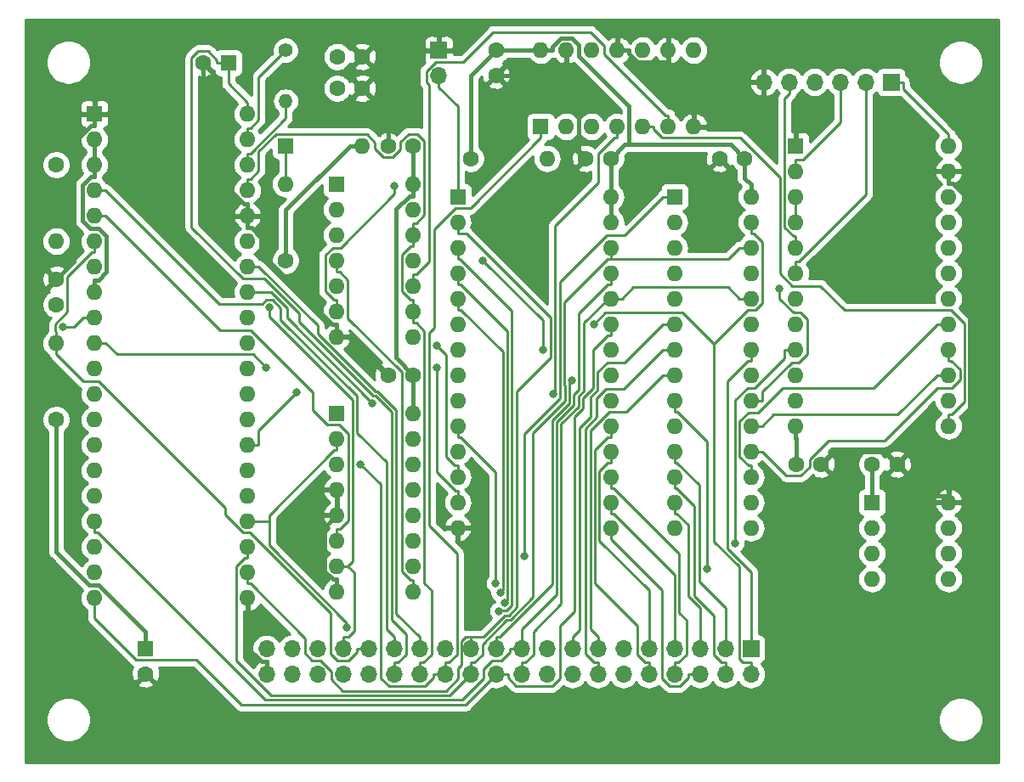
<source format=gbl>
G04 #@! TF.GenerationSoftware,KiCad,Pcbnew,(5.1.2-1)-1*
G04 #@! TF.CreationDate,2019-12-02T22:12:43-08:00*
G04 #@! TF.ProjectId,sbc6802,73626336-3830-4322-9e6b-696361645f70,2.0*
G04 #@! TF.SameCoordinates,Original*
G04 #@! TF.FileFunction,Copper,L2,Bot*
G04 #@! TF.FilePolarity,Positive*
%FSLAX46Y46*%
G04 Gerber Fmt 4.6, Leading zero omitted, Abs format (unit mm)*
G04 Created by KiCad (PCBNEW (5.1.2-1)-1) date 2019-12-02 22:12:43*
%MOMM*%
%LPD*%
G04 APERTURE LIST*
%ADD10O,1.600000X1.600000*%
%ADD11R,1.600000X1.600000*%
%ADD12O,1.700000X1.700000*%
%ADD13R,1.700000X1.700000*%
%ADD14C,1.600000*%
%ADD15C,1.400000*%
%ADD16O,1.400000X1.400000*%
%ADD17C,0.800000*%
%ADD18C,0.400000*%
%ADD19C,0.250000*%
%ADD20C,0.254000*%
G04 APERTURE END LIST*
D10*
X139065000Y-75565000D03*
D11*
X131445000Y-75565000D03*
D12*
X179070000Y-69215000D03*
X181610000Y-69215000D03*
X184150000Y-69215000D03*
X186690000Y-69215000D03*
X189230000Y-69215000D03*
D13*
X191770000Y-69215000D03*
D14*
X123230000Y-67310000D03*
D11*
X125730000Y-67310000D03*
D14*
X139065000Y-66675000D03*
X136565000Y-66675000D03*
D13*
X146685000Y-66040000D03*
D12*
X146685000Y-68580000D03*
D10*
X131445000Y-79375000D03*
D14*
X131445000Y-86995000D03*
X108585000Y-102870000D03*
D10*
X108585000Y-95250000D03*
D14*
X149860000Y-76835000D03*
D10*
X157480000Y-76835000D03*
X108585000Y-85090000D03*
D14*
X108585000Y-77470000D03*
D13*
X177800000Y-125730000D03*
D12*
X177800000Y-128270000D03*
X175260000Y-125730000D03*
X175260000Y-128270000D03*
X172720000Y-125730000D03*
X172720000Y-128270000D03*
X170180000Y-125730000D03*
X170180000Y-128270000D03*
X167640000Y-125730000D03*
X167640000Y-128270000D03*
X165100000Y-125730000D03*
X165100000Y-128270000D03*
X162560000Y-125730000D03*
X162560000Y-128270000D03*
X160020000Y-125730000D03*
X160020000Y-128270000D03*
X157480000Y-125730000D03*
X157480000Y-128270000D03*
X154940000Y-125730000D03*
X154940000Y-128270000D03*
X152400000Y-125730000D03*
X152400000Y-128270000D03*
X149860000Y-125730000D03*
X149860000Y-128270000D03*
X147320000Y-125730000D03*
X147320000Y-128270000D03*
X144780000Y-125730000D03*
X144780000Y-128270000D03*
X142240000Y-125730000D03*
X142240000Y-128270000D03*
X139700000Y-125730000D03*
X139700000Y-128270000D03*
X137160000Y-125730000D03*
X137160000Y-128270000D03*
X134620000Y-125730000D03*
X134620000Y-128270000D03*
X132080000Y-125730000D03*
X132080000Y-128270000D03*
X129540000Y-125730000D03*
X129540000Y-128270000D03*
D11*
X112395000Y-72390000D03*
D10*
X127635000Y-120650000D03*
X112395000Y-74930000D03*
X127635000Y-118110000D03*
X112395000Y-77470000D03*
X127635000Y-115570000D03*
X112395000Y-80010000D03*
X127635000Y-113030000D03*
X112395000Y-82550000D03*
X127635000Y-110490000D03*
X112395000Y-85090000D03*
X127635000Y-107950000D03*
X112395000Y-87630000D03*
X127635000Y-105410000D03*
X112395000Y-90170000D03*
X127635000Y-102870000D03*
X112395000Y-92710000D03*
X127635000Y-100330000D03*
X112395000Y-95250000D03*
X127635000Y-97790000D03*
X112395000Y-97790000D03*
X127635000Y-95250000D03*
X112395000Y-100330000D03*
X127635000Y-92710000D03*
X112395000Y-102870000D03*
X127635000Y-90170000D03*
X112395000Y-105410000D03*
X127635000Y-87630000D03*
X112395000Y-107950000D03*
X127635000Y-85090000D03*
X112395000Y-110490000D03*
X127635000Y-82550000D03*
X112395000Y-113030000D03*
X127635000Y-80010000D03*
X112395000Y-115570000D03*
X127635000Y-77470000D03*
X112395000Y-118110000D03*
X127635000Y-74930000D03*
X112395000Y-120650000D03*
X127635000Y-72390000D03*
X156845000Y-66040000D03*
X172085000Y-73660000D03*
X159385000Y-66040000D03*
X169545000Y-73660000D03*
X161925000Y-66040000D03*
X167005000Y-73660000D03*
X164465000Y-66040000D03*
X164465000Y-73660000D03*
X167005000Y-66040000D03*
X161925000Y-73660000D03*
X169545000Y-66040000D03*
X159385000Y-73660000D03*
X172085000Y-66040000D03*
D11*
X156845000Y-73660000D03*
X136525000Y-79375000D03*
D10*
X144145000Y-94615000D03*
X136525000Y-81915000D03*
X144145000Y-92075000D03*
X136525000Y-84455000D03*
X144145000Y-89535000D03*
X136525000Y-86995000D03*
X144145000Y-86995000D03*
X136525000Y-89535000D03*
X144145000Y-84455000D03*
X136525000Y-92075000D03*
X144145000Y-81915000D03*
X136525000Y-94615000D03*
X144145000Y-79375000D03*
D11*
X136525000Y-102235000D03*
D10*
X144145000Y-120015000D03*
X136525000Y-104775000D03*
X144145000Y-117475000D03*
X136525000Y-107315000D03*
X144145000Y-114935000D03*
X136525000Y-109855000D03*
X144145000Y-112395000D03*
X136525000Y-112395000D03*
X144145000Y-109855000D03*
X136525000Y-114935000D03*
X144145000Y-107315000D03*
X136525000Y-117475000D03*
X144145000Y-104775000D03*
X136525000Y-120015000D03*
X144145000Y-102235000D03*
D11*
X148590000Y-80645000D03*
D10*
X163830000Y-113665000D03*
X148590000Y-83185000D03*
X163830000Y-111125000D03*
X148590000Y-85725000D03*
X163830000Y-108585000D03*
X148590000Y-88265000D03*
X163830000Y-106045000D03*
X148590000Y-90805000D03*
X163830000Y-103505000D03*
X148590000Y-93345000D03*
X163830000Y-100965000D03*
X148590000Y-95885000D03*
X163830000Y-98425000D03*
X148590000Y-98425000D03*
X163830000Y-95885000D03*
X148590000Y-100965000D03*
X163830000Y-93345000D03*
X148590000Y-103505000D03*
X163830000Y-90805000D03*
X148590000Y-106045000D03*
X163830000Y-88265000D03*
X148590000Y-108585000D03*
X163830000Y-85725000D03*
X148590000Y-111125000D03*
X163830000Y-83185000D03*
X148590000Y-113665000D03*
X163830000Y-80645000D03*
D11*
X170180000Y-80645000D03*
D10*
X177800000Y-113665000D03*
X170180000Y-83185000D03*
X177800000Y-111125000D03*
X170180000Y-85725000D03*
X177800000Y-108585000D03*
X170180000Y-88265000D03*
X177800000Y-106045000D03*
X170180000Y-90805000D03*
X177800000Y-103505000D03*
X170180000Y-93345000D03*
X177800000Y-100965000D03*
X170180000Y-95885000D03*
X177800000Y-98425000D03*
X170180000Y-98425000D03*
X177800000Y-95885000D03*
X170180000Y-100965000D03*
X177800000Y-93345000D03*
X170180000Y-103505000D03*
X177800000Y-90805000D03*
X170180000Y-106045000D03*
X177800000Y-88265000D03*
X170180000Y-108585000D03*
X177800000Y-85725000D03*
X170180000Y-111125000D03*
X177800000Y-83185000D03*
X170180000Y-113665000D03*
X177800000Y-80645000D03*
D11*
X189865000Y-111125000D03*
D10*
X197485000Y-118745000D03*
X189865000Y-113665000D03*
X197485000Y-116205000D03*
X189865000Y-116205000D03*
X197485000Y-113665000D03*
X189865000Y-118745000D03*
X197485000Y-111125000D03*
D11*
X182245000Y-75565000D03*
D10*
X197485000Y-103505000D03*
X182245000Y-78105000D03*
X197485000Y-100965000D03*
X182245000Y-80645000D03*
X197485000Y-98425000D03*
X182245000Y-83185000D03*
X197485000Y-95885000D03*
X182245000Y-85725000D03*
X197485000Y-93345000D03*
X182245000Y-88265000D03*
X197485000Y-90805000D03*
X182245000Y-90805000D03*
X197485000Y-88265000D03*
X182245000Y-93345000D03*
X197485000Y-85725000D03*
X182245000Y-95885000D03*
X197485000Y-83185000D03*
X182245000Y-98425000D03*
X197485000Y-80645000D03*
X182245000Y-100965000D03*
X197485000Y-78105000D03*
X182245000Y-103505000D03*
X197485000Y-75565000D03*
D15*
X131445000Y-66040000D03*
D16*
X131445000Y-71120000D03*
D14*
X189865000Y-107315000D03*
X192365000Y-107315000D03*
X174665000Y-76835000D03*
X177165000Y-76835000D03*
X184785000Y-107315000D03*
X182285000Y-107315000D03*
X136565000Y-69850000D03*
X139065000Y-69850000D03*
X108585000Y-88900000D03*
X108585000Y-91400000D03*
X152400000Y-66040000D03*
X152400000Y-68540000D03*
D11*
X117475000Y-125730000D03*
D14*
X117475000Y-128230000D03*
X141645000Y-75565000D03*
X144145000Y-75565000D03*
X144145000Y-98425000D03*
X141645000Y-98425000D03*
X163830000Y-76835000D03*
X161330000Y-76835000D03*
D17*
X151088900Y-86995000D03*
X157058000Y-95885000D03*
X162131700Y-93355700D03*
X140066600Y-101233600D03*
X146497800Y-95470300D03*
X146510100Y-97720200D03*
X132507400Y-100195300D03*
X152343400Y-119191000D03*
X109223800Y-93657400D03*
X173399900Y-117757100D03*
X129511700Y-97714800D03*
X152809100Y-120140100D03*
X153255000Y-121123800D03*
X152682700Y-121971500D03*
X159950000Y-98969500D03*
X137512900Y-123638600D03*
X155254200Y-116494600D03*
X138893200Y-107315000D03*
X129852100Y-91703700D03*
X176212700Y-115199800D03*
X158080900Y-100295100D03*
X142289300Y-79605300D03*
X180646400Y-89835200D03*
D18*
X136525000Y-120015000D02*
X136525000Y-118814700D01*
X136525000Y-118814700D02*
X136149900Y-118814700D01*
X136149900Y-118814700D02*
X135315200Y-117980000D01*
X135315200Y-117980000D02*
X135315200Y-113604800D01*
X135315200Y-113604800D02*
X136525000Y-112395000D01*
X197485000Y-109924700D02*
X199592300Y-107817400D01*
X199592300Y-107817400D02*
X199592300Y-81037500D01*
X199592300Y-81037500D02*
X197860100Y-79305300D01*
X197860100Y-79305300D02*
X197485000Y-79305300D01*
X136525000Y-94615000D02*
X136525000Y-93414700D01*
X136525000Y-93414700D02*
X136092700Y-93414700D01*
X136092700Y-93414700D02*
X128974600Y-86296600D01*
X128974600Y-86296600D02*
X128974600Y-84716900D01*
X128974600Y-84716900D02*
X128008000Y-83750300D01*
X128008000Y-83750300D02*
X127635000Y-83750300D01*
X127635000Y-82550000D02*
X127635000Y-83750300D01*
X137125200Y-94615000D02*
X136525000Y-94615000D01*
X127635000Y-82550000D02*
X127635000Y-81349700D01*
X123230000Y-67310000D02*
X123230000Y-77317800D01*
X123230000Y-77317800D02*
X127261900Y-81349700D01*
X127261900Y-81349700D02*
X127635000Y-81349700D01*
X137125200Y-94615000D02*
X137725300Y-94615000D01*
X139065000Y-69850000D02*
X141645000Y-72430000D01*
X141645000Y-72430000D02*
X141645000Y-75565000D01*
X141645000Y-98425000D02*
X141535300Y-98425000D01*
X141535300Y-98425000D02*
X137725300Y-94615000D01*
X197485000Y-110524800D02*
X195574800Y-110524800D01*
X195574800Y-110524800D02*
X192365000Y-107315000D01*
X197485000Y-110524800D02*
X197485000Y-109924700D01*
X197485000Y-111125000D02*
X197485000Y-110524800D01*
X197485000Y-78105000D02*
X197485000Y-79305300D01*
X184785000Y-107315000D02*
X185991100Y-106108900D01*
X185991100Y-106108900D02*
X191158900Y-106108900D01*
X191158900Y-106108900D02*
X192365000Y-107315000D01*
X112395000Y-73590300D02*
X112019800Y-73590300D01*
X112019800Y-73590300D02*
X110346000Y-75264100D01*
X110346000Y-75264100D02*
X110346000Y-87139000D01*
X110346000Y-87139000D02*
X108585000Y-88900000D01*
X172085000Y-73660000D02*
X172085000Y-72459700D01*
X169545000Y-67240300D02*
X169545000Y-69919700D01*
X169545000Y-69919700D02*
X172085000Y-72459700D01*
X165665300Y-66040000D02*
X165665300Y-66415100D01*
X165665300Y-66415100D02*
X166490500Y-67240300D01*
X166490500Y-67240300D02*
X169545000Y-67240300D01*
X164465000Y-66040000D02*
X165665300Y-66040000D01*
X158085300Y-68540000D02*
X152400000Y-68540000D01*
X159385000Y-67090200D02*
X159385000Y-67240300D01*
X159385000Y-67240300D02*
X158085300Y-68540000D01*
X161330000Y-76835000D02*
X160655000Y-76160000D01*
X160655000Y-76160000D02*
X160655000Y-71109700D01*
X160655000Y-71109700D02*
X158085300Y-68540000D01*
X159385000Y-66040000D02*
X159385000Y-67090200D01*
X112395000Y-72390000D02*
X112395000Y-73590300D01*
X129540000Y-128270000D02*
X129540000Y-127019700D01*
X127635000Y-120650000D02*
X127635000Y-125632800D01*
X127635000Y-125632800D02*
X129021900Y-127019700D01*
X129021900Y-127019700D02*
X129540000Y-127019700D01*
X169545000Y-66040000D02*
X169545000Y-67240300D01*
X136525000Y-112395000D02*
X136525000Y-109855000D01*
D19*
X142240000Y-127094700D02*
X142607400Y-127094700D01*
X142607400Y-127094700D02*
X143415300Y-126286800D01*
X143415300Y-126286800D02*
X143415300Y-124309600D01*
X143415300Y-124309600D02*
X141982400Y-122876700D01*
X141982400Y-122876700D02*
X141982400Y-102123600D01*
X141982400Y-102123600D02*
X140367100Y-100508300D01*
X140367100Y-100508300D02*
X140154400Y-100508300D01*
X140154400Y-100508300D02*
X132772000Y-93125900D01*
X132772000Y-93125900D02*
X132772000Y-92323800D01*
X132772000Y-92323800D02*
X129282300Y-88834100D01*
X129282300Y-88834100D02*
X127205800Y-88834100D01*
X127205800Y-88834100D02*
X122064300Y-83692600D01*
X122064300Y-83692600D02*
X122064300Y-66809300D01*
X122064300Y-66809300D02*
X122734300Y-66139300D01*
X122734300Y-66139300D02*
X123715300Y-66139300D01*
X123715300Y-66139300D02*
X124604700Y-67028700D01*
X124604700Y-67028700D02*
X124604700Y-67310000D01*
X142240000Y-128270000D02*
X142240000Y-127094700D01*
X125730000Y-67310000D02*
X124604700Y-67310000D01*
X127635000Y-71264700D02*
X125730000Y-69359700D01*
X125730000Y-69359700D02*
X125730000Y-67310000D01*
X131445000Y-75565000D02*
X131445000Y-79375000D01*
X127635000Y-72390000D02*
X127635000Y-71264700D01*
X127635000Y-74930000D02*
X127635000Y-73804700D01*
X127635000Y-73804700D02*
X127916400Y-73804700D01*
X127916400Y-73804700D02*
X128760300Y-72960800D01*
X128760300Y-72960800D02*
X128760300Y-68724700D01*
X128760300Y-68724700D02*
X131445000Y-66040000D01*
X131445000Y-72145300D02*
X131445000Y-72816100D01*
X131445000Y-72816100D02*
X127916400Y-76344700D01*
X127916400Y-76344700D02*
X127635000Y-76344700D01*
X127635000Y-77470000D02*
X127635000Y-76344700D01*
X131445000Y-71120000D02*
X131445000Y-72145300D01*
D18*
X144145000Y-75565000D02*
X144145000Y-79375000D01*
X177800000Y-80645000D02*
X177800000Y-79444700D01*
X177800000Y-79444700D02*
X177165000Y-78809700D01*
X177165000Y-78809700D02*
X177165000Y-76835000D01*
X165675500Y-75472600D02*
X175802600Y-75472600D01*
X175802600Y-75472600D02*
X177165000Y-76835000D01*
X163830000Y-76835000D02*
X165192400Y-75472600D01*
X165192400Y-75472600D02*
X165675500Y-75472600D01*
X158045300Y-66040000D02*
X158045300Y-65666900D01*
X158045300Y-65666900D02*
X158881800Y-64830400D01*
X158881800Y-64830400D02*
X159931100Y-64830400D01*
X159931100Y-64830400D02*
X160654800Y-65554100D01*
X160654800Y-65554100D02*
X160654800Y-66639800D01*
X160654800Y-66639800D02*
X165675500Y-71660500D01*
X165675500Y-71660500D02*
X165675500Y-75472600D01*
X152400000Y-66040000D02*
X155644700Y-66040000D01*
X149860000Y-76835000D02*
X149860000Y-68580000D01*
X149860000Y-68580000D02*
X152400000Y-66040000D01*
X156845000Y-66040000D02*
X155644700Y-66040000D01*
X144145000Y-79375000D02*
X144145000Y-80575300D01*
X144145000Y-98425000D02*
X142446300Y-96726300D01*
X142446300Y-96726300D02*
X142446300Y-81900900D01*
X142446300Y-81900900D02*
X143771900Y-80575300D01*
X143771900Y-80575300D02*
X144145000Y-80575300D01*
X144145000Y-101034700D02*
X144145000Y-98425000D01*
X139065000Y-75565000D02*
X137864700Y-75565000D01*
X131445000Y-86995000D02*
X131445000Y-81984700D01*
X131445000Y-81984700D02*
X137864700Y-75565000D01*
X117475000Y-125730000D02*
X117475000Y-124030800D01*
X117475000Y-124030800D02*
X112824200Y-119380000D01*
X112824200Y-119380000D02*
X111907500Y-119380000D01*
X111907500Y-119380000D02*
X108585000Y-116057500D01*
X108585000Y-116057500D02*
X108585000Y-102870000D01*
X163830000Y-76835000D02*
X163830000Y-79444700D01*
X163830000Y-80645000D02*
X163830000Y-79444700D01*
X112395000Y-77470000D02*
X112395000Y-78670300D01*
X112395000Y-90170000D02*
X112395000Y-88969700D01*
X112395000Y-88969700D02*
X112770100Y-88969700D01*
X112770100Y-88969700D02*
X113595400Y-88144400D01*
X113595400Y-88144400D02*
X113595400Y-84591500D01*
X113595400Y-84591500D02*
X112823900Y-83820000D01*
X112823900Y-83820000D02*
X111962100Y-83820000D01*
X111962100Y-83820000D02*
X111194700Y-83052600D01*
X111194700Y-83052600D02*
X111194700Y-79497500D01*
X111194700Y-79497500D02*
X112021900Y-78670300D01*
X112021900Y-78670300D02*
X112395000Y-78670300D01*
X144145000Y-102235000D02*
X144145000Y-101034700D01*
X112395000Y-77470000D02*
X112395000Y-74930000D01*
X156845000Y-66040000D02*
X158045300Y-66040000D01*
X163830000Y-80645000D02*
X163830000Y-83185000D01*
X182245000Y-103505000D02*
X182245000Y-104705300D01*
X182245000Y-104705300D02*
X182285000Y-104745300D01*
X182285000Y-104745300D02*
X182285000Y-107315000D01*
X189865000Y-107315000D02*
X189865000Y-111125000D01*
D19*
X177800000Y-97010300D02*
X177518700Y-97010300D01*
X177518700Y-97010300D02*
X175483300Y-99045700D01*
X175483300Y-99045700D02*
X175483300Y-115747700D01*
X175483300Y-115747700D02*
X177800000Y-118064400D01*
X177800000Y-118064400D02*
X177800000Y-124554700D01*
X157058000Y-95885000D02*
X157058000Y-92964100D01*
X157058000Y-92964100D02*
X151088900Y-86995000D01*
X177800000Y-125730000D02*
X177800000Y-124554700D01*
X177800000Y-95885000D02*
X177800000Y-97010300D01*
X174138800Y-95366900D02*
X174138800Y-115040100D01*
X174138800Y-115040100D02*
X176624700Y-117526000D01*
X176624700Y-117526000D02*
X176624700Y-126727500D01*
X176624700Y-126727500D02*
X176991900Y-127094700D01*
X176991900Y-127094700D02*
X177800000Y-127094700D01*
X177800000Y-128270000D02*
X177800000Y-127094700D01*
X177800000Y-84310300D02*
X178081300Y-84310300D01*
X178081300Y-84310300D02*
X178925400Y-85154400D01*
X178925400Y-85154400D02*
X178925400Y-91292000D01*
X178925400Y-91292000D02*
X178239000Y-91978400D01*
X178239000Y-91978400D02*
X177527300Y-91978400D01*
X177527300Y-91978400D02*
X174138800Y-95366900D01*
X162131700Y-93355700D02*
X163267800Y-92219600D01*
X163267800Y-92219600D02*
X170991500Y-92219600D01*
X170991500Y-92219600D02*
X174138800Y-95366900D01*
X177800000Y-83185000D02*
X177800000Y-84310300D01*
X170180000Y-107170300D02*
X170384500Y-107170300D01*
X170384500Y-107170300D02*
X172629100Y-109414900D01*
X172629100Y-109414900D02*
X172629100Y-119050700D01*
X172629100Y-119050700D02*
X175260000Y-121681600D01*
X175260000Y-121681600D02*
X175260000Y-124554700D01*
X128760300Y-90170000D02*
X129981300Y-90170000D01*
X129981300Y-90170000D02*
X131561400Y-91750100D01*
X131561400Y-91750100D02*
X131561400Y-92728400D01*
X131561400Y-92728400D02*
X140066600Y-101233600D01*
X127635000Y-90170000D02*
X128760300Y-90170000D01*
X175260000Y-125730000D02*
X175260000Y-124554700D01*
X170180000Y-106045000D02*
X170180000Y-107170300D01*
X170180000Y-109710300D02*
X170398100Y-109710300D01*
X170398100Y-109710300D02*
X172178800Y-111491000D01*
X172178800Y-111491000D02*
X172178800Y-120511000D01*
X172178800Y-120511000D02*
X174084700Y-122416900D01*
X174084700Y-122416900D02*
X174084700Y-126286800D01*
X174084700Y-126286800D02*
X174892600Y-127094700D01*
X174892600Y-127094700D02*
X175260000Y-127094700D01*
X148590000Y-107459700D02*
X148308600Y-107459700D01*
X148308600Y-107459700D02*
X147464700Y-106615800D01*
X147464700Y-106615800D02*
X147464700Y-96437200D01*
X147464700Y-96437200D02*
X146497800Y-95470300D01*
X148590000Y-108585000D02*
X148590000Y-107459700D01*
X170180000Y-108585000D02*
X170180000Y-109710300D01*
X175260000Y-128270000D02*
X175260000Y-127094700D01*
X148590000Y-109999700D02*
X148385500Y-109999700D01*
X148385500Y-109999700D02*
X146510100Y-108124300D01*
X146510100Y-108124300D02*
X146510100Y-97720200D01*
X170180000Y-112250300D02*
X170391300Y-112250300D01*
X170391300Y-112250300D02*
X171535100Y-113394100D01*
X171535100Y-113394100D02*
X171535100Y-120504200D01*
X171535100Y-120504200D02*
X172720000Y-121689100D01*
X172720000Y-121689100D02*
X172720000Y-124554700D01*
X148590000Y-111125000D02*
X148590000Y-109999700D01*
X172720000Y-125730000D02*
X172720000Y-124554700D01*
X170180000Y-111125000D02*
X170180000Y-112250300D01*
X163830000Y-114790300D02*
X168910000Y-119870300D01*
X168910000Y-119870300D02*
X168910000Y-128690700D01*
X168910000Y-128690700D02*
X169664600Y-129445300D01*
X169664600Y-129445300D02*
X170736800Y-129445300D01*
X170736800Y-129445300D02*
X171544700Y-128637400D01*
X171544700Y-128637400D02*
X171544700Y-128270000D01*
X172720000Y-128270000D02*
X171544700Y-128270000D01*
X163830000Y-113665000D02*
X163830000Y-114790300D01*
X163830000Y-111125000D02*
X163830000Y-112250300D01*
X163830000Y-112250300D02*
X164111300Y-112250300D01*
X164111300Y-112250300D02*
X170180000Y-118319000D01*
X170180000Y-118319000D02*
X170180000Y-125730000D01*
X177800000Y-107459700D02*
X177544100Y-107459700D01*
X177544100Y-107459700D02*
X176663100Y-106578700D01*
X176663100Y-106578700D02*
X176663100Y-103035600D01*
X176663100Y-103035600D02*
X177537600Y-102161100D01*
X177537600Y-102161100D02*
X178468600Y-102161100D01*
X178468600Y-102161100D02*
X180934700Y-99695000D01*
X180934700Y-99695000D02*
X190009700Y-99695000D01*
X190009700Y-99695000D02*
X196359700Y-93345000D01*
X197485000Y-93345000D02*
X196359700Y-93345000D01*
X177800000Y-108585000D02*
X177800000Y-107459700D01*
X170180000Y-128270000D02*
X170180000Y-127094700D01*
X163830000Y-108585000D02*
X163830000Y-109710300D01*
X163830000Y-109710300D02*
X164071700Y-109710300D01*
X164071700Y-109710300D02*
X170630400Y-116269000D01*
X170630400Y-116269000D02*
X170630400Y-122151900D01*
X170630400Y-122151900D02*
X171355300Y-122876800D01*
X171355300Y-122876800D02*
X171355300Y-126286800D01*
X171355300Y-126286800D02*
X170547400Y-127094700D01*
X170547400Y-127094700D02*
X170180000Y-127094700D01*
X177800000Y-106045000D02*
X178925300Y-106045000D01*
X197485000Y-95885000D02*
X197485000Y-97010300D01*
X197485000Y-97010300D02*
X197750300Y-97010300D01*
X197750300Y-97010300D02*
X198616700Y-97876700D01*
X198616700Y-97876700D02*
X198616700Y-98895700D01*
X198616700Y-98895700D02*
X197817400Y-99695000D01*
X197817400Y-99695000D02*
X196359600Y-99695000D01*
X196359600Y-99695000D02*
X191107000Y-104947600D01*
X191107000Y-104947600D02*
X185537500Y-104947600D01*
X185537500Y-104947600D02*
X183658300Y-106826800D01*
X183658300Y-106826800D02*
X183658300Y-107576600D01*
X183658300Y-107576600D02*
X182776500Y-108458400D01*
X182776500Y-108458400D02*
X181338700Y-108458400D01*
X181338700Y-108458400D02*
X178925300Y-106045000D01*
X128760300Y-105410000D02*
X128760300Y-103942400D01*
X128760300Y-103942400D02*
X132507400Y-100195300D01*
X127635000Y-105410000D02*
X128760300Y-105410000D01*
X167640000Y-124554700D02*
X167640000Y-119874000D01*
X167640000Y-119874000D02*
X162703000Y-114937000D01*
X162703000Y-114937000D02*
X162703000Y-108016000D01*
X162703000Y-108016000D02*
X163548700Y-107170300D01*
X163548700Y-107170300D02*
X163830000Y-107170300D01*
X167640000Y-125730000D02*
X167640000Y-124554700D01*
X163830000Y-106045000D02*
X163830000Y-107170300D01*
X196359700Y-98425000D02*
X192405000Y-102379700D01*
X192405000Y-102379700D02*
X180050600Y-102379700D01*
X180050600Y-102379700D02*
X178925300Y-103505000D01*
X197485000Y-98425000D02*
X196359700Y-98425000D01*
X177800000Y-103505000D02*
X178925300Y-103505000D01*
X167640000Y-128270000D02*
X167640000Y-127094700D01*
X163830000Y-103505000D02*
X163830000Y-104630300D01*
X163830000Y-104630300D02*
X163548700Y-104630300D01*
X163548700Y-104630300D02*
X162252600Y-105926400D01*
X162252600Y-105926400D02*
X162252600Y-119206100D01*
X162252600Y-119206100D02*
X166464700Y-123418200D01*
X166464700Y-123418200D02*
X166464700Y-126286800D01*
X166464700Y-126286800D02*
X167272600Y-127094700D01*
X167272600Y-127094700D02*
X167640000Y-127094700D01*
X148590000Y-104630300D02*
X148871300Y-104630300D01*
X148871300Y-104630300D02*
X152343400Y-108102400D01*
X152343400Y-108102400D02*
X152343400Y-119191000D01*
X148590000Y-103505000D02*
X148590000Y-104630300D01*
X111269700Y-92710000D02*
X110322300Y-93657400D01*
X110322300Y-93657400D02*
X109223800Y-93657400D01*
X112395000Y-92710000D02*
X111269700Y-92710000D01*
X170180000Y-102090300D02*
X170461300Y-102090300D01*
X170461300Y-102090300D02*
X173399900Y-105028900D01*
X173399900Y-105028900D02*
X173399900Y-117757100D01*
X170180000Y-100965000D02*
X170180000Y-102090300D01*
X113520300Y-95250000D02*
X114645600Y-96375300D01*
X114645600Y-96375300D02*
X128172200Y-96375300D01*
X128172200Y-96375300D02*
X129511700Y-97714800D01*
X112395000Y-95250000D02*
X113520300Y-95250000D01*
X162560000Y-124554700D02*
X161792100Y-123786800D01*
X161792100Y-123786800D02*
X161792100Y-103950100D01*
X161792100Y-103950100D02*
X163651900Y-102090300D01*
X163651900Y-102090300D02*
X165389400Y-102090300D01*
X165389400Y-102090300D02*
X169054700Y-98425000D01*
X162560000Y-125730000D02*
X162560000Y-124554700D01*
X170180000Y-98425000D02*
X169054700Y-98425000D01*
X162560000Y-128270000D02*
X162560000Y-127094700D01*
X170180000Y-95885000D02*
X169054700Y-95885000D01*
X169054700Y-95885000D02*
X165128300Y-99811400D01*
X165128300Y-99811400D02*
X163380300Y-99811400D01*
X163380300Y-99811400D02*
X162421900Y-100769800D01*
X162421900Y-100769800D02*
X162421900Y-102648700D01*
X162421900Y-102648700D02*
X161290000Y-103780600D01*
X161290000Y-103780600D02*
X161290000Y-126192000D01*
X161290000Y-126192000D02*
X162192700Y-127094700D01*
X162192700Y-127094700D02*
X162560000Y-127094700D01*
X169054700Y-93345000D02*
X165244700Y-97155000D01*
X165244700Y-97155000D02*
X163502500Y-97155000D01*
X163502500Y-97155000D02*
X162518100Y-98139400D01*
X162518100Y-98139400D02*
X162518100Y-99959800D01*
X162518100Y-99959800D02*
X161856600Y-100621300D01*
X161856600Y-100621300D02*
X161856600Y-102577100D01*
X161856600Y-102577100D02*
X160684800Y-103748900D01*
X160684800Y-103748900D02*
X160684800Y-123889900D01*
X160684800Y-123889900D02*
X160020000Y-124554700D01*
X160020000Y-125730000D02*
X160020000Y-124554700D01*
X170180000Y-93345000D02*
X169054700Y-93345000D01*
X148590000Y-91930300D02*
X148871300Y-91930300D01*
X148871300Y-91930300D02*
X153068700Y-96127700D01*
X153068700Y-96127700D02*
X153068700Y-119880500D01*
X153068700Y-119880500D02*
X152809100Y-120140100D01*
X148590000Y-90805000D02*
X148590000Y-91930300D01*
X153255000Y-121123800D02*
X153534400Y-120844400D01*
X153534400Y-120844400D02*
X153534400Y-94053400D01*
X153534400Y-94053400D02*
X148871300Y-89390300D01*
X148871300Y-89390300D02*
X148590000Y-89390300D01*
X148590000Y-88265000D02*
X148590000Y-89390300D01*
X148590000Y-86850300D02*
X148767600Y-86850300D01*
X148767600Y-86850300D02*
X153984700Y-92067400D01*
X153984700Y-92067400D02*
X153984700Y-121419900D01*
X153984700Y-121419900D02*
X153468700Y-121935900D01*
X153468700Y-121935900D02*
X152718300Y-121935900D01*
X152718300Y-121935900D02*
X152682700Y-121971500D01*
X148590000Y-85725000D02*
X148590000Y-86850300D01*
X163830000Y-89390300D02*
X163548700Y-89390300D01*
X163548700Y-89390300D02*
X160675400Y-92263600D01*
X160675400Y-92263600D02*
X160675400Y-99883900D01*
X160675400Y-99883900D02*
X160157200Y-100402100D01*
X160157200Y-100402100D02*
X160157200Y-101406000D01*
X160157200Y-101406000D02*
X158433400Y-103129800D01*
X158433400Y-103129800D02*
X158433400Y-120322100D01*
X158433400Y-120322100D02*
X154940000Y-123815500D01*
X154940000Y-123815500D02*
X154940000Y-125730000D01*
X153764700Y-125730000D02*
X153764700Y-126097400D01*
X153764700Y-126097400D02*
X152956800Y-126905300D01*
X152956800Y-126905300D02*
X152036500Y-126905300D01*
X152036500Y-126905300D02*
X151163400Y-127778400D01*
X151163400Y-127778400D02*
X151163400Y-128707100D01*
X151163400Y-128707100D02*
X149047600Y-130822900D01*
X149047600Y-130822900D02*
X129379000Y-130822900D01*
X129379000Y-130822900D02*
X112711400Y-114155300D01*
X112711400Y-114155300D02*
X112395000Y-114155300D01*
X163830000Y-88265000D02*
X163830000Y-89390300D01*
X154940000Y-125730000D02*
X153764700Y-125730000D01*
X112395000Y-113030000D02*
X112395000Y-114155300D01*
X163830000Y-90805000D02*
X163605600Y-90805000D01*
X163605600Y-90805000D02*
X161167200Y-93243400D01*
X161167200Y-93243400D02*
X161167200Y-100029000D01*
X161167200Y-100029000D02*
X160607500Y-100588700D01*
X160607500Y-100588700D02*
X160607500Y-101592600D01*
X160607500Y-101592600D02*
X158883700Y-103316400D01*
X158883700Y-103316400D02*
X158883700Y-121232700D01*
X158883700Y-121232700D02*
X156115300Y-124001100D01*
X156115300Y-124001100D02*
X156115300Y-126286800D01*
X156115300Y-126286800D02*
X155307400Y-127094700D01*
X155307400Y-127094700D02*
X154940000Y-127094700D01*
X163830000Y-90805000D02*
X164955300Y-90805000D01*
X177800000Y-90805000D02*
X176674700Y-90805000D01*
X176674700Y-90805000D02*
X175549400Y-89679700D01*
X175549400Y-89679700D02*
X166080600Y-89679700D01*
X166080600Y-89679700D02*
X164955300Y-90805000D01*
X154940000Y-128270000D02*
X154940000Y-127094700D01*
X159950000Y-98969500D02*
X159706900Y-99212600D01*
X159706900Y-99212600D02*
X159706900Y-101219400D01*
X159706900Y-101219400D02*
X157983100Y-102943200D01*
X157983100Y-102943200D02*
X157983100Y-119332200D01*
X157983100Y-119332200D02*
X152760600Y-124554700D01*
X152760600Y-124554700D02*
X152400000Y-124554700D01*
X152400000Y-125730000D02*
X152400000Y-124554700D01*
X163830000Y-94470300D02*
X163548700Y-94470300D01*
X163548700Y-94470300D02*
X162067700Y-95951300D01*
X162067700Y-95951300D02*
X162067700Y-99765400D01*
X162067700Y-99765400D02*
X161057800Y-100775300D01*
X161057800Y-100775300D02*
X161057800Y-101779200D01*
X161057800Y-101779200D02*
X160234400Y-102602600D01*
X160234400Y-102602600D02*
X160234400Y-121960800D01*
X160234400Y-121960800D02*
X158750000Y-123445200D01*
X158750000Y-123445200D02*
X158750000Y-128713900D01*
X158750000Y-128713900D02*
X158018600Y-129445300D01*
X158018600Y-129445300D02*
X154383200Y-129445300D01*
X154383200Y-129445300D02*
X153575300Y-128637400D01*
X153575300Y-128637400D02*
X153575300Y-128270000D01*
X152400000Y-128270000D02*
X153575300Y-128270000D01*
X163830000Y-93345000D02*
X163830000Y-94470300D01*
X112395000Y-120650000D02*
X112395000Y-122713700D01*
X112395000Y-122713700D02*
X116536700Y-126855400D01*
X116536700Y-126855400D02*
X122550600Y-126855400D01*
X122550600Y-126855400D02*
X127016300Y-131321100D01*
X127016300Y-131321100D02*
X149348900Y-131321100D01*
X149348900Y-131321100D02*
X152400000Y-128270000D01*
X149860000Y-124554700D02*
X151125300Y-124554700D01*
X151125300Y-124554700D02*
X153293800Y-122386200D01*
X153293800Y-122386200D02*
X153655300Y-122386200D01*
X153655300Y-122386200D02*
X154472700Y-121568800D01*
X154472700Y-121568800D02*
X154472700Y-100037700D01*
X154472700Y-100037700D02*
X157823900Y-96686500D01*
X157823900Y-96686500D02*
X157823900Y-92700200D01*
X157823900Y-92700200D02*
X149434000Y-84310300D01*
X149434000Y-84310300D02*
X148590000Y-84310300D01*
X148590000Y-83185000D02*
X148590000Y-84310300D01*
X127635000Y-119235300D02*
X127916300Y-119235300D01*
X127916300Y-119235300D02*
X133350000Y-124669000D01*
X133350000Y-124669000D02*
X133350000Y-126161000D01*
X133350000Y-126161000D02*
X134094400Y-126905400D01*
X134094400Y-126905400D02*
X134919600Y-126905400D01*
X134919600Y-126905400D02*
X135984700Y-127970500D01*
X135984700Y-127970500D02*
X135984700Y-128807400D01*
X135984700Y-128807400D02*
X137099600Y-129922300D01*
X137099600Y-129922300D02*
X147399700Y-129922300D01*
X147399700Y-129922300D02*
X148648100Y-128673900D01*
X148648100Y-128673900D02*
X148648100Y-127669700D01*
X148648100Y-127669700D02*
X148945700Y-127372100D01*
X148945700Y-127372100D02*
X148945700Y-124955200D01*
X148945700Y-124955200D02*
X149346200Y-124554700D01*
X149346200Y-124554700D02*
X149860000Y-124554700D01*
X149860000Y-125730000D02*
X149860000Y-124554700D01*
X127635000Y-118110000D02*
X127635000Y-119235300D01*
X163830000Y-86850300D02*
X163548700Y-86850300D01*
X163548700Y-86850300D02*
X159224700Y-91174300D01*
X159224700Y-91174300D02*
X159224700Y-99443100D01*
X159224700Y-99443100D02*
X159256600Y-99475000D01*
X159256600Y-99475000D02*
X159256600Y-101032800D01*
X159256600Y-101032800D02*
X156095500Y-104193900D01*
X156095500Y-104193900D02*
X156095500Y-120582900D01*
X156095500Y-120582900D02*
X153841900Y-122836500D01*
X153841900Y-122836500D02*
X153480400Y-122836500D01*
X153480400Y-122836500D02*
X151035300Y-125281600D01*
X151035300Y-125281600D02*
X151035300Y-126286800D01*
X151035300Y-126286800D02*
X150227400Y-127094700D01*
X150227400Y-127094700D02*
X149860000Y-127094700D01*
X177800000Y-85725000D02*
X176674700Y-85725000D01*
X176674700Y-85725000D02*
X175549400Y-86850300D01*
X175549400Y-86850300D02*
X163830000Y-86850300D01*
X149860000Y-128270000D02*
X149860000Y-127094700D01*
X163830000Y-85725000D02*
X163830000Y-86850300D01*
X127635000Y-115570000D02*
X127635000Y-116695300D01*
X149860000Y-128270000D02*
X147757400Y-130372600D01*
X147757400Y-130372600D02*
X129953000Y-130372600D01*
X129953000Y-130372600D02*
X126509700Y-126929300D01*
X126509700Y-126929300D02*
X126509700Y-117539200D01*
X126509700Y-117539200D02*
X127353600Y-116695300D01*
X127353600Y-116695300D02*
X127635000Y-116695300D01*
X129786500Y-113030000D02*
X129786500Y-112400700D01*
X129786500Y-112400700D02*
X136286900Y-105900300D01*
X136286900Y-105900300D02*
X136525000Y-105900300D01*
X128760300Y-113030000D02*
X129786500Y-113030000D01*
X137512900Y-123638600D02*
X137512900Y-123159600D01*
X137512900Y-123159600D02*
X129786500Y-115433200D01*
X129786500Y-115433200D02*
X129786500Y-113030000D01*
X169054700Y-80645000D02*
X165244700Y-84455000D01*
X165244700Y-84455000D02*
X163434900Y-84455000D01*
X163434900Y-84455000D02*
X158774400Y-89115500D01*
X158774400Y-89115500D02*
X158774400Y-99629700D01*
X158774400Y-99629700D02*
X158806300Y-99661600D01*
X158806300Y-99661600D02*
X158806300Y-100771100D01*
X158806300Y-100771100D02*
X155254200Y-104323200D01*
X155254200Y-104323200D02*
X155254200Y-116494600D01*
X170180000Y-80645000D02*
X169054700Y-80645000D01*
X127635000Y-113030000D02*
X128760300Y-113030000D01*
X136525000Y-104775000D02*
X136525000Y-105900300D01*
X138893200Y-107315000D02*
X140915500Y-109337300D01*
X140915500Y-109337300D02*
X140915500Y-128650000D01*
X140915500Y-128650000D02*
X141737400Y-129471900D01*
X141737400Y-129471900D02*
X145310100Y-129471900D01*
X145310100Y-129471900D02*
X146144700Y-128637300D01*
X146144700Y-128637300D02*
X146144700Y-128270000D01*
X156845000Y-74785300D02*
X149859900Y-81770400D01*
X149859900Y-81770400D02*
X148337400Y-81770400D01*
X148337400Y-81770400D02*
X146238000Y-83869800D01*
X146238000Y-83869800D02*
X146238000Y-93728500D01*
X146238000Y-93728500D02*
X145742000Y-94224500D01*
X145742000Y-94224500D02*
X145742000Y-113467500D01*
X145742000Y-113467500D02*
X148495300Y-116220800D01*
X148495300Y-116220800D02*
X148495300Y-126286800D01*
X148495300Y-126286800D02*
X147687400Y-127094700D01*
X147687400Y-127094700D02*
X147320000Y-127094700D01*
X147320000Y-128270000D02*
X146144700Y-128270000D01*
X147320000Y-128270000D02*
X147320000Y-127094700D01*
X156845000Y-73660000D02*
X156845000Y-74785300D01*
X197485000Y-102379700D02*
X197766300Y-102379700D01*
X197766300Y-102379700D02*
X199067000Y-101079000D01*
X199067000Y-101079000D02*
X199067000Y-93315500D01*
X199067000Y-93315500D02*
X197690500Y-91939000D01*
X197690500Y-91939000D02*
X187108800Y-91939000D01*
X187108800Y-91939000D02*
X184704800Y-89535000D01*
X184704800Y-89535000D02*
X181891600Y-89535000D01*
X181891600Y-89535000D02*
X180669200Y-88312600D01*
X180669200Y-88312600D02*
X180669200Y-78722100D01*
X180669200Y-78722100D02*
X176732400Y-74785300D01*
X176732400Y-74785300D02*
X168974200Y-74785300D01*
X168974200Y-74785300D02*
X168130300Y-73941400D01*
X168130300Y-73941400D02*
X168130300Y-73660000D01*
X167005000Y-73660000D02*
X168130300Y-73660000D01*
X197485000Y-103505000D02*
X197485000Y-102379700D01*
X144780000Y-124554700D02*
X142465100Y-122239800D01*
X142465100Y-122239800D02*
X142465100Y-101969400D01*
X142465100Y-101969400D02*
X140553700Y-100058000D01*
X140553700Y-100058000D02*
X140375500Y-100058000D01*
X140375500Y-100058000D02*
X134632700Y-94315200D01*
X134632700Y-94315200D02*
X134632700Y-93502400D01*
X134632700Y-93502400D02*
X128760300Y-87630000D01*
X144780000Y-125730000D02*
X144780000Y-124554700D01*
X127635000Y-87630000D02*
X128760300Y-87630000D01*
X144145000Y-92075000D02*
X144145000Y-93200300D01*
X144780000Y-128270000D02*
X144780000Y-127094700D01*
X144780000Y-127094700D02*
X145147300Y-127094700D01*
X145147300Y-127094700D02*
X145955500Y-126286500D01*
X145955500Y-126286500D02*
X145955500Y-119877200D01*
X145955500Y-119877200D02*
X145270300Y-119192000D01*
X145270300Y-119192000D02*
X145270300Y-94044200D01*
X145270300Y-94044200D02*
X144426400Y-93200300D01*
X144426400Y-93200300D02*
X144145000Y-93200300D01*
X144145000Y-84455000D02*
X144145000Y-83329700D01*
X144145000Y-83329700D02*
X144426400Y-83329700D01*
X144426400Y-83329700D02*
X145270300Y-82485800D01*
X145270300Y-82485800D02*
X145270300Y-75064100D01*
X145270300Y-75064100D02*
X144587000Y-74380800D01*
X144587000Y-74380800D02*
X143667400Y-74380800D01*
X143667400Y-74380800D02*
X142895000Y-75153200D01*
X142895000Y-75153200D02*
X142895000Y-75921900D01*
X142895000Y-75921900D02*
X142126500Y-76690400D01*
X142126500Y-76690400D02*
X141166600Y-76690400D01*
X141166600Y-76690400D02*
X140355000Y-75878800D01*
X140355000Y-75878800D02*
X140355000Y-75249200D01*
X140355000Y-75249200D02*
X139543300Y-74437500D01*
X139543300Y-74437500D02*
X130460500Y-74437500D01*
X130460500Y-74437500D02*
X128760300Y-76137700D01*
X128760300Y-76137700D02*
X128760300Y-78040800D01*
X128760300Y-78040800D02*
X127916400Y-78884700D01*
X127916400Y-78884700D02*
X127635000Y-78884700D01*
X144145000Y-85017600D02*
X144145000Y-84455000D01*
X127635000Y-80010000D02*
X127635000Y-78884700D01*
X144145000Y-85017600D02*
X144145000Y-85580300D01*
X144145000Y-92075000D02*
X144145000Y-90949700D01*
X144145000Y-90949700D02*
X143863600Y-90949700D01*
X143863600Y-90949700D02*
X143019700Y-90105800D01*
X143019700Y-90105800D02*
X143019700Y-86424200D01*
X143019700Y-86424200D02*
X143863600Y-85580300D01*
X143863600Y-85580300D02*
X144145000Y-85580300D01*
X142240000Y-125730000D02*
X142240000Y-124554700D01*
X112395000Y-80010000D02*
X113520300Y-80010000D01*
X113520300Y-80010000D02*
X124851400Y-91341100D01*
X124851400Y-91341100D02*
X129113300Y-91341100D01*
X129113300Y-91341100D02*
X129496700Y-90957700D01*
X129496700Y-90957700D02*
X130132100Y-90957700D01*
X130132100Y-90957700D02*
X130951800Y-91777400D01*
X130951800Y-91777400D02*
X130951800Y-92934100D01*
X130951800Y-92934100D02*
X138552900Y-100535200D01*
X138552900Y-100535200D02*
X138552900Y-104218000D01*
X138552900Y-104218000D02*
X141472000Y-107137100D01*
X141472000Y-107137100D02*
X141472000Y-123786700D01*
X141472000Y-123786700D02*
X142240000Y-124554700D01*
X108585000Y-96375300D02*
X111269700Y-99060000D01*
X111269700Y-99060000D02*
X112796900Y-99060000D01*
X112796900Y-99060000D02*
X125379400Y-111642500D01*
X125379400Y-111642500D02*
X125379400Y-112375900D01*
X125379400Y-112375900D02*
X127158900Y-114155400D01*
X127158900Y-114155400D02*
X127871800Y-114155400D01*
X127871800Y-114155400D02*
X135890000Y-122173600D01*
X135890000Y-122173600D02*
X135890000Y-126195300D01*
X135890000Y-126195300D02*
X136600000Y-126905300D01*
X136600000Y-126905300D02*
X137716800Y-126905300D01*
X137716800Y-126905300D02*
X138524700Y-126097400D01*
X138524700Y-126097400D02*
X138524700Y-125730000D01*
X112395000Y-86215300D02*
X112113600Y-86215300D01*
X112113600Y-86215300D02*
X109710300Y-88618600D01*
X109710300Y-88618600D02*
X109710300Y-92145000D01*
X109710300Y-92145000D02*
X108498400Y-93356900D01*
X108498400Y-93356900D02*
X108498400Y-94038100D01*
X108498400Y-94038100D02*
X108585000Y-94124700D01*
X108585000Y-95250000D02*
X108585000Y-94124700D01*
X112395000Y-85090000D02*
X112395000Y-86215300D01*
X139700000Y-125730000D02*
X138524700Y-125730000D01*
X108585000Y-95250000D02*
X108585000Y-96375300D01*
X137160000Y-124554700D02*
X137667100Y-124554700D01*
X137667100Y-124554700D02*
X138247900Y-123973900D01*
X138247900Y-123973900D02*
X138247900Y-118072600D01*
X138247900Y-118072600D02*
X137650300Y-117475000D01*
X129852100Y-91703700D02*
X129852100Y-92644100D01*
X129852100Y-92644100D02*
X138102500Y-100894500D01*
X138102500Y-100894500D02*
X138102500Y-117022800D01*
X138102500Y-117022800D02*
X137650300Y-117475000D01*
X136525000Y-117475000D02*
X137650300Y-117475000D01*
X137160000Y-125730000D02*
X137160000Y-124554700D01*
X182245000Y-95885000D02*
X181119700Y-95885000D01*
X181119700Y-95885000D02*
X181119700Y-96770500D01*
X181119700Y-96770500D02*
X178195200Y-99695000D01*
X178195200Y-99695000D02*
X177475900Y-99695000D01*
X177475900Y-99695000D02*
X176212700Y-100958200D01*
X176212700Y-100958200D02*
X176212700Y-115199800D01*
X112395000Y-82550000D02*
X113520300Y-82550000D01*
X136525000Y-114935000D02*
X136525000Y-113809700D01*
X136525000Y-113809700D02*
X136806300Y-113809700D01*
X136806300Y-113809700D02*
X137652100Y-112963900D01*
X137652100Y-112963900D02*
X137652100Y-104265400D01*
X137652100Y-104265400D02*
X136747100Y-103360400D01*
X136747100Y-103360400D02*
X135568000Y-103360400D01*
X135568000Y-103360400D02*
X134134000Y-101926400D01*
X134134000Y-101926400D02*
X134134000Y-100135700D01*
X134134000Y-100135700D02*
X127978300Y-93980000D01*
X127978300Y-93980000D02*
X124950300Y-93980000D01*
X124950300Y-93980000D02*
X113520300Y-82550000D01*
X191770000Y-69215000D02*
X192945300Y-69215000D01*
X197485000Y-75565000D02*
X197485000Y-74439700D01*
X197485000Y-74439700D02*
X192945300Y-69900000D01*
X192945300Y-69900000D02*
X192945300Y-69215000D01*
X182245000Y-88265000D02*
X182245000Y-87139700D01*
X182245000Y-87139700D02*
X182526300Y-87139700D01*
X182526300Y-87139700D02*
X189230000Y-80436000D01*
X189230000Y-80436000D02*
X189230000Y-69215000D01*
X182245000Y-78105000D02*
X182245000Y-76979700D01*
X182245000Y-76979700D02*
X182948300Y-76979700D01*
X182948300Y-76979700D02*
X186690000Y-73238000D01*
X186690000Y-73238000D02*
X186690000Y-69215000D01*
X181610000Y-69215000D02*
X181610000Y-70390300D01*
X182245000Y-85725000D02*
X182245000Y-84599700D01*
X182245000Y-84599700D02*
X182030800Y-84599700D01*
X182030800Y-84599700D02*
X181119600Y-83688500D01*
X181119600Y-83688500D02*
X181119600Y-70880700D01*
X181119600Y-70880700D02*
X181610000Y-70390300D01*
X146685000Y-68580000D02*
X146685000Y-69755300D01*
X148590000Y-80645000D02*
X148590000Y-71660300D01*
X148590000Y-71660300D02*
X146685000Y-69755300D01*
X169545000Y-73660000D02*
X169545000Y-72534700D01*
X144145000Y-89535000D02*
X144145000Y-88409700D01*
X144145000Y-88409700D02*
X144426300Y-88409700D01*
X144426300Y-88409700D02*
X145720700Y-87115300D01*
X145720700Y-87115300D02*
X145720700Y-69515800D01*
X145720700Y-69515800D02*
X145465400Y-69260500D01*
X145465400Y-69260500D02*
X145465400Y-68137200D01*
X145465400Y-68137200D02*
X146387200Y-67215400D01*
X146387200Y-67215400D02*
X149142500Y-67215400D01*
X149142500Y-67215400D02*
X152116400Y-64241500D01*
X152116400Y-64241500D02*
X161795000Y-64241500D01*
X161795000Y-64241500D02*
X163195000Y-65641500D01*
X163195000Y-65641500D02*
X163195000Y-66466000D01*
X163195000Y-66466000D02*
X169263700Y-72534700D01*
X169263700Y-72534700D02*
X169545000Y-72534700D01*
X164465000Y-74785300D02*
X164183700Y-74785300D01*
X164183700Y-74785300D02*
X162580000Y-76389000D01*
X162580000Y-76389000D02*
X162580000Y-79229300D01*
X162580000Y-79229300D02*
X158274400Y-83534900D01*
X158274400Y-83534900D02*
X158274400Y-100101600D01*
X158274400Y-100101600D02*
X158080900Y-100295100D01*
X164465000Y-73660000D02*
X164465000Y-74785300D01*
X136525000Y-90949700D02*
X136243700Y-90949700D01*
X136243700Y-90949700D02*
X135383800Y-90089800D01*
X135383800Y-90089800D02*
X135383800Y-86477500D01*
X135383800Y-86477500D02*
X136136300Y-85725000D01*
X136136300Y-85725000D02*
X136910100Y-85725000D01*
X136910100Y-85725000D02*
X142289300Y-80345800D01*
X142289300Y-80345800D02*
X142289300Y-79605300D01*
X136525000Y-92075000D02*
X136525000Y-90949700D01*
X177800000Y-100965000D02*
X178925300Y-100965000D01*
X178925300Y-100965000D02*
X178925300Y-100078900D01*
X178925300Y-100078900D02*
X181849200Y-97155000D01*
X181849200Y-97155000D02*
X182566800Y-97155000D01*
X182566800Y-97155000D02*
X183408800Y-96313000D01*
X183408800Y-96313000D02*
X183408800Y-92860100D01*
X183408800Y-92860100D02*
X182768300Y-92219600D01*
X182768300Y-92219600D02*
X182046900Y-92219600D01*
X182046900Y-92219600D02*
X180646400Y-90819100D01*
X180646400Y-90819100D02*
X180646400Y-89835200D01*
X136525000Y-86995000D02*
X136525000Y-88120300D01*
X144145000Y-120015000D02*
X144145000Y-118889700D01*
X144145000Y-118889700D02*
X143863600Y-118889700D01*
X143863600Y-118889700D02*
X143019700Y-118045800D01*
X143019700Y-118045800D02*
X143019700Y-98125400D01*
X143019700Y-98125400D02*
X137650300Y-92756000D01*
X137650300Y-92756000D02*
X137650300Y-88964200D01*
X137650300Y-88964200D02*
X136806400Y-88120300D01*
X136806400Y-88120300D02*
X136525000Y-88120300D01*
X182245000Y-83185000D02*
X182245000Y-80645000D01*
D20*
G36*
X202438000Y-137033000D02*
G01*
X105537000Y-137033000D01*
X105537000Y-132574872D01*
X107540000Y-132574872D01*
X107540000Y-133015128D01*
X107625890Y-133446925D01*
X107794369Y-133853669D01*
X108038962Y-134219729D01*
X108350271Y-134531038D01*
X108716331Y-134775631D01*
X109123075Y-134944110D01*
X109554872Y-135030000D01*
X109995128Y-135030000D01*
X110426925Y-134944110D01*
X110833669Y-134775631D01*
X111199729Y-134531038D01*
X111511038Y-134219729D01*
X111755631Y-133853669D01*
X111924110Y-133446925D01*
X112010000Y-133015128D01*
X112010000Y-132574872D01*
X196465000Y-132574872D01*
X196465000Y-133015128D01*
X196550890Y-133446925D01*
X196719369Y-133853669D01*
X196963962Y-134219729D01*
X197275271Y-134531038D01*
X197641331Y-134775631D01*
X198048075Y-134944110D01*
X198479872Y-135030000D01*
X198920128Y-135030000D01*
X199351925Y-134944110D01*
X199758669Y-134775631D01*
X200124729Y-134531038D01*
X200436038Y-134219729D01*
X200680631Y-133853669D01*
X200849110Y-133446925D01*
X200935000Y-133015128D01*
X200935000Y-132574872D01*
X200849110Y-132143075D01*
X200680631Y-131736331D01*
X200436038Y-131370271D01*
X200124729Y-131058962D01*
X199758669Y-130814369D01*
X199351925Y-130645890D01*
X198920128Y-130560000D01*
X198479872Y-130560000D01*
X198048075Y-130645890D01*
X197641331Y-130814369D01*
X197275271Y-131058962D01*
X196963962Y-131370271D01*
X196719369Y-131736331D01*
X196550890Y-132143075D01*
X196465000Y-132574872D01*
X112010000Y-132574872D01*
X111924110Y-132143075D01*
X111755631Y-131736331D01*
X111511038Y-131370271D01*
X111199729Y-131058962D01*
X110833669Y-130814369D01*
X110426925Y-130645890D01*
X109995128Y-130560000D01*
X109554872Y-130560000D01*
X109123075Y-130645890D01*
X108716331Y-130814369D01*
X108350271Y-131058962D01*
X108038962Y-131370271D01*
X107794369Y-131736331D01*
X107625890Y-132143075D01*
X107540000Y-132574872D01*
X105537000Y-132574872D01*
X105537000Y-129222702D01*
X116661903Y-129222702D01*
X116733486Y-129466671D01*
X116988996Y-129587571D01*
X117263184Y-129656300D01*
X117545512Y-129670217D01*
X117825130Y-129628787D01*
X118091292Y-129533603D01*
X118216514Y-129466671D01*
X118288097Y-129222702D01*
X117475000Y-128409605D01*
X116661903Y-129222702D01*
X105537000Y-129222702D01*
X105537000Y-95250000D01*
X107143057Y-95250000D01*
X107170764Y-95531309D01*
X107252818Y-95801808D01*
X107386068Y-96051101D01*
X107565392Y-96269608D01*
X107783899Y-96448932D01*
X107831059Y-96474140D01*
X107835579Y-96520026D01*
X107835998Y-96524285D01*
X107879454Y-96667546D01*
X107950026Y-96799576D01*
X108021201Y-96886302D01*
X108045000Y-96915301D01*
X108073998Y-96939099D01*
X110705900Y-99571002D01*
X110729699Y-99600001D01*
X110758697Y-99623799D01*
X110845423Y-99694974D01*
X110938311Y-99744624D01*
X110977453Y-99765546D01*
X111059138Y-99790324D01*
X110980764Y-100048691D01*
X110953057Y-100330000D01*
X110980764Y-100611309D01*
X111062818Y-100881808D01*
X111196068Y-101131101D01*
X111375392Y-101349608D01*
X111593899Y-101528932D01*
X111726858Y-101600000D01*
X111593899Y-101671068D01*
X111375392Y-101850392D01*
X111196068Y-102068899D01*
X111062818Y-102318192D01*
X110980764Y-102588691D01*
X110953057Y-102870000D01*
X110980764Y-103151309D01*
X111062818Y-103421808D01*
X111196068Y-103671101D01*
X111375392Y-103889608D01*
X111593899Y-104068932D01*
X111726858Y-104140000D01*
X111593899Y-104211068D01*
X111375392Y-104390392D01*
X111196068Y-104608899D01*
X111062818Y-104858192D01*
X110980764Y-105128691D01*
X110953057Y-105410000D01*
X110980764Y-105691309D01*
X111062818Y-105961808D01*
X111196068Y-106211101D01*
X111375392Y-106429608D01*
X111593899Y-106608932D01*
X111726858Y-106680000D01*
X111593899Y-106751068D01*
X111375392Y-106930392D01*
X111196068Y-107148899D01*
X111062818Y-107398192D01*
X110980764Y-107668691D01*
X110953057Y-107950000D01*
X110980764Y-108231309D01*
X111062818Y-108501808D01*
X111196068Y-108751101D01*
X111375392Y-108969608D01*
X111593899Y-109148932D01*
X111726858Y-109220000D01*
X111593899Y-109291068D01*
X111375392Y-109470392D01*
X111196068Y-109688899D01*
X111062818Y-109938192D01*
X110980764Y-110208691D01*
X110953057Y-110490000D01*
X110980764Y-110771309D01*
X111062818Y-111041808D01*
X111196068Y-111291101D01*
X111375392Y-111509608D01*
X111593899Y-111688932D01*
X111726858Y-111760000D01*
X111593899Y-111831068D01*
X111375392Y-112010392D01*
X111196068Y-112228899D01*
X111062818Y-112478192D01*
X110980764Y-112748691D01*
X110953057Y-113030000D01*
X110980764Y-113311309D01*
X111062818Y-113581808D01*
X111196068Y-113831101D01*
X111375392Y-114049608D01*
X111593899Y-114228932D01*
X111641058Y-114254139D01*
X111645997Y-114304286D01*
X111656160Y-114337789D01*
X111593899Y-114371068D01*
X111375392Y-114550392D01*
X111196068Y-114768899D01*
X111062818Y-115018192D01*
X110980764Y-115288691D01*
X110953057Y-115570000D01*
X110980764Y-115851309D01*
X111062818Y-116121808D01*
X111196068Y-116371101D01*
X111375392Y-116589608D01*
X111593899Y-116768932D01*
X111726858Y-116840000D01*
X111593899Y-116911068D01*
X111375392Y-117090392D01*
X111196068Y-117308899D01*
X111133787Y-117425419D01*
X109420000Y-115711633D01*
X109420000Y-104037930D01*
X109499759Y-103984637D01*
X109699637Y-103784759D01*
X109856680Y-103549727D01*
X109964853Y-103288574D01*
X110020000Y-103011335D01*
X110020000Y-102728665D01*
X109964853Y-102451426D01*
X109856680Y-102190273D01*
X109699637Y-101955241D01*
X109499759Y-101755363D01*
X109264727Y-101598320D01*
X109003574Y-101490147D01*
X108726335Y-101435000D01*
X108443665Y-101435000D01*
X108166426Y-101490147D01*
X107905273Y-101598320D01*
X107670241Y-101755363D01*
X107470363Y-101955241D01*
X107313320Y-102190273D01*
X107205147Y-102451426D01*
X107150000Y-102728665D01*
X107150000Y-103011335D01*
X107205147Y-103288574D01*
X107313320Y-103549727D01*
X107470363Y-103784759D01*
X107670241Y-103984637D01*
X107750001Y-104037931D01*
X107750000Y-116016481D01*
X107745960Y-116057500D01*
X107750000Y-116098518D01*
X107762082Y-116221188D01*
X107809828Y-116378586D01*
X107887364Y-116523645D01*
X107991709Y-116650791D01*
X108023579Y-116676946D01*
X111195881Y-119849250D01*
X111062818Y-120098192D01*
X110980764Y-120368691D01*
X110953057Y-120650000D01*
X110980764Y-120931309D01*
X111062818Y-121201808D01*
X111196068Y-121451101D01*
X111375392Y-121669608D01*
X111593899Y-121848932D01*
X111635001Y-121870901D01*
X111635001Y-122676368D01*
X111631324Y-122713700D01*
X111635001Y-122751033D01*
X111643880Y-122841176D01*
X111645998Y-122862685D01*
X111689454Y-123005946D01*
X111760026Y-123137976D01*
X111798088Y-123184354D01*
X111855000Y-123253701D01*
X111883998Y-123277499D01*
X115972900Y-127366402D01*
X115996699Y-127395401D01*
X116112424Y-127490374D01*
X116212200Y-127543706D01*
X116117429Y-127743996D01*
X116048700Y-128018184D01*
X116034783Y-128300512D01*
X116076213Y-128580130D01*
X116171397Y-128846292D01*
X116238329Y-128971514D01*
X116482298Y-129043097D01*
X117295395Y-128230000D01*
X117281253Y-128215858D01*
X117460858Y-128036253D01*
X117475000Y-128050395D01*
X117489143Y-128036253D01*
X117668748Y-128215858D01*
X117654605Y-128230000D01*
X118467702Y-129043097D01*
X118711671Y-128971514D01*
X118832571Y-128716004D01*
X118901300Y-128441816D01*
X118915217Y-128159488D01*
X118873787Y-127879870D01*
X118779208Y-127615400D01*
X122235799Y-127615400D01*
X126452501Y-131832103D01*
X126476299Y-131861101D01*
X126505297Y-131884899D01*
X126592024Y-131956074D01*
X126724053Y-132026646D01*
X126867314Y-132070103D01*
X127016300Y-132084777D01*
X127053633Y-132081100D01*
X149311578Y-132081100D01*
X149348900Y-132084776D01*
X149386222Y-132081100D01*
X149386233Y-132081100D01*
X149497886Y-132070103D01*
X149641147Y-132026646D01*
X149773176Y-131956074D01*
X149888901Y-131861101D01*
X149912704Y-131832097D01*
X152034005Y-129710797D01*
X152108889Y-129733513D01*
X152327050Y-129755000D01*
X152472950Y-129755000D01*
X152691111Y-129733513D01*
X152971034Y-129648599D01*
X153229014Y-129510706D01*
X153308540Y-129445441D01*
X153819401Y-129956302D01*
X153843199Y-129985301D01*
X153872197Y-130009099D01*
X153958923Y-130080274D01*
X154090953Y-130150846D01*
X154234214Y-130194303D01*
X154345867Y-130205300D01*
X154345876Y-130205300D01*
X154383199Y-130208976D01*
X154420522Y-130205300D01*
X157981278Y-130205300D01*
X158018600Y-130208976D01*
X158055922Y-130205300D01*
X158055933Y-130205300D01*
X158167586Y-130194303D01*
X158310847Y-130150846D01*
X158442876Y-130080274D01*
X158558601Y-129985301D01*
X158582403Y-129956298D01*
X159101464Y-129437237D01*
X159190986Y-129510706D01*
X159448966Y-129648599D01*
X159728889Y-129733513D01*
X159947050Y-129755000D01*
X160092950Y-129755000D01*
X160311111Y-129733513D01*
X160591034Y-129648599D01*
X160849014Y-129510706D01*
X161075134Y-129325134D01*
X161260706Y-129099014D01*
X161290000Y-129044209D01*
X161319294Y-129099014D01*
X161504866Y-129325134D01*
X161730986Y-129510706D01*
X161988966Y-129648599D01*
X162268889Y-129733513D01*
X162487050Y-129755000D01*
X162632950Y-129755000D01*
X162851111Y-129733513D01*
X163131034Y-129648599D01*
X163389014Y-129510706D01*
X163615134Y-129325134D01*
X163800706Y-129099014D01*
X163830000Y-129044209D01*
X163859294Y-129099014D01*
X164044866Y-129325134D01*
X164270986Y-129510706D01*
X164528966Y-129648599D01*
X164808889Y-129733513D01*
X165027050Y-129755000D01*
X165172950Y-129755000D01*
X165391111Y-129733513D01*
X165671034Y-129648599D01*
X165929014Y-129510706D01*
X166155134Y-129325134D01*
X166340706Y-129099014D01*
X166370000Y-129044209D01*
X166399294Y-129099014D01*
X166584866Y-129325134D01*
X166810986Y-129510706D01*
X167068966Y-129648599D01*
X167348889Y-129733513D01*
X167567050Y-129755000D01*
X167712950Y-129755000D01*
X167931111Y-129733513D01*
X168211034Y-129648599D01*
X168469014Y-129510706D01*
X168571278Y-129426780D01*
X169100801Y-129956302D01*
X169124599Y-129985301D01*
X169153597Y-130009099D01*
X169240324Y-130080274D01*
X169372353Y-130150846D01*
X169515614Y-130194303D01*
X169664600Y-130208977D01*
X169701933Y-130205300D01*
X170699478Y-130205300D01*
X170736800Y-130208976D01*
X170774122Y-130205300D01*
X170774133Y-130205300D01*
X170885786Y-130194303D01*
X171029047Y-130150846D01*
X171161076Y-130080274D01*
X171276801Y-129985301D01*
X171300603Y-129956298D01*
X171811461Y-129445441D01*
X171890986Y-129510706D01*
X172148966Y-129648599D01*
X172428889Y-129733513D01*
X172647050Y-129755000D01*
X172792950Y-129755000D01*
X173011111Y-129733513D01*
X173291034Y-129648599D01*
X173549014Y-129510706D01*
X173775134Y-129325134D01*
X173960706Y-129099014D01*
X173990000Y-129044209D01*
X174019294Y-129099014D01*
X174204866Y-129325134D01*
X174430986Y-129510706D01*
X174688966Y-129648599D01*
X174968889Y-129733513D01*
X175187050Y-129755000D01*
X175332950Y-129755000D01*
X175551111Y-129733513D01*
X175831034Y-129648599D01*
X176089014Y-129510706D01*
X176315134Y-129325134D01*
X176500706Y-129099014D01*
X176530000Y-129044209D01*
X176559294Y-129099014D01*
X176744866Y-129325134D01*
X176970986Y-129510706D01*
X177228966Y-129648599D01*
X177508889Y-129733513D01*
X177727050Y-129755000D01*
X177872950Y-129755000D01*
X178091111Y-129733513D01*
X178371034Y-129648599D01*
X178629014Y-129510706D01*
X178855134Y-129325134D01*
X179040706Y-129099014D01*
X179178599Y-128841034D01*
X179263513Y-128561111D01*
X179292185Y-128270000D01*
X179263513Y-127978889D01*
X179178599Y-127698966D01*
X179040706Y-127440986D01*
X178855134Y-127214866D01*
X178825313Y-127190393D01*
X178894180Y-127169502D01*
X179004494Y-127110537D01*
X179101185Y-127031185D01*
X179180537Y-126934494D01*
X179239502Y-126824180D01*
X179275812Y-126704482D01*
X179288072Y-126580000D01*
X179288072Y-124880000D01*
X179275812Y-124755518D01*
X179239502Y-124635820D01*
X179180537Y-124525506D01*
X179101185Y-124428815D01*
X179004494Y-124349463D01*
X178894180Y-124290498D01*
X178774482Y-124254188D01*
X178650000Y-124241928D01*
X178560000Y-124241928D01*
X178560000Y-118101733D01*
X178563677Y-118064400D01*
X178549003Y-117915414D01*
X178505546Y-117772153D01*
X178434974Y-117640124D01*
X178417832Y-117619236D01*
X178340001Y-117524399D01*
X178311004Y-117500602D01*
X176837504Y-116027103D01*
X176872474Y-116003737D01*
X177016637Y-115859574D01*
X177129905Y-115690056D01*
X177207926Y-115501698D01*
X177247700Y-115301739D01*
X177247700Y-115097861D01*
X177225233Y-114984910D01*
X177248192Y-114997182D01*
X177518691Y-115079236D01*
X177729508Y-115100000D01*
X177870492Y-115100000D01*
X178081309Y-115079236D01*
X178351808Y-114997182D01*
X178601101Y-114863932D01*
X178819608Y-114684608D01*
X178998932Y-114466101D01*
X179132182Y-114216808D01*
X179214236Y-113946309D01*
X179241943Y-113665000D01*
X188423057Y-113665000D01*
X188450764Y-113946309D01*
X188532818Y-114216808D01*
X188666068Y-114466101D01*
X188845392Y-114684608D01*
X189063899Y-114863932D01*
X189196858Y-114935000D01*
X189063899Y-115006068D01*
X188845392Y-115185392D01*
X188666068Y-115403899D01*
X188532818Y-115653192D01*
X188450764Y-115923691D01*
X188423057Y-116205000D01*
X188450764Y-116486309D01*
X188532818Y-116756808D01*
X188666068Y-117006101D01*
X188845392Y-117224608D01*
X189063899Y-117403932D01*
X189196858Y-117475000D01*
X189063899Y-117546068D01*
X188845392Y-117725392D01*
X188666068Y-117943899D01*
X188532818Y-118193192D01*
X188450764Y-118463691D01*
X188423057Y-118745000D01*
X188450764Y-119026309D01*
X188532818Y-119296808D01*
X188666068Y-119546101D01*
X188845392Y-119764608D01*
X189063899Y-119943932D01*
X189313192Y-120077182D01*
X189583691Y-120159236D01*
X189794508Y-120180000D01*
X189935492Y-120180000D01*
X190146309Y-120159236D01*
X190416808Y-120077182D01*
X190666101Y-119943932D01*
X190884608Y-119764608D01*
X191063932Y-119546101D01*
X191197182Y-119296808D01*
X191279236Y-119026309D01*
X191306943Y-118745000D01*
X191279236Y-118463691D01*
X191197182Y-118193192D01*
X191063932Y-117943899D01*
X190884608Y-117725392D01*
X190666101Y-117546068D01*
X190533142Y-117475000D01*
X190666101Y-117403932D01*
X190884608Y-117224608D01*
X191063932Y-117006101D01*
X191197182Y-116756808D01*
X191279236Y-116486309D01*
X191306943Y-116205000D01*
X191279236Y-115923691D01*
X191197182Y-115653192D01*
X191063932Y-115403899D01*
X190884608Y-115185392D01*
X190666101Y-115006068D01*
X190533142Y-114935000D01*
X190666101Y-114863932D01*
X190884608Y-114684608D01*
X191063932Y-114466101D01*
X191197182Y-114216808D01*
X191279236Y-113946309D01*
X191306943Y-113665000D01*
X196043057Y-113665000D01*
X196070764Y-113946309D01*
X196152818Y-114216808D01*
X196286068Y-114466101D01*
X196465392Y-114684608D01*
X196683899Y-114863932D01*
X196816858Y-114935000D01*
X196683899Y-115006068D01*
X196465392Y-115185392D01*
X196286068Y-115403899D01*
X196152818Y-115653192D01*
X196070764Y-115923691D01*
X196043057Y-116205000D01*
X196070764Y-116486309D01*
X196152818Y-116756808D01*
X196286068Y-117006101D01*
X196465392Y-117224608D01*
X196683899Y-117403932D01*
X196816858Y-117475000D01*
X196683899Y-117546068D01*
X196465392Y-117725392D01*
X196286068Y-117943899D01*
X196152818Y-118193192D01*
X196070764Y-118463691D01*
X196043057Y-118745000D01*
X196070764Y-119026309D01*
X196152818Y-119296808D01*
X196286068Y-119546101D01*
X196465392Y-119764608D01*
X196683899Y-119943932D01*
X196933192Y-120077182D01*
X197203691Y-120159236D01*
X197414508Y-120180000D01*
X197555492Y-120180000D01*
X197766309Y-120159236D01*
X198036808Y-120077182D01*
X198286101Y-119943932D01*
X198504608Y-119764608D01*
X198683932Y-119546101D01*
X198817182Y-119296808D01*
X198899236Y-119026309D01*
X198926943Y-118745000D01*
X198899236Y-118463691D01*
X198817182Y-118193192D01*
X198683932Y-117943899D01*
X198504608Y-117725392D01*
X198286101Y-117546068D01*
X198153142Y-117475000D01*
X198286101Y-117403932D01*
X198504608Y-117224608D01*
X198683932Y-117006101D01*
X198817182Y-116756808D01*
X198899236Y-116486309D01*
X198926943Y-116205000D01*
X198899236Y-115923691D01*
X198817182Y-115653192D01*
X198683932Y-115403899D01*
X198504608Y-115185392D01*
X198286101Y-115006068D01*
X198153142Y-114935000D01*
X198286101Y-114863932D01*
X198504608Y-114684608D01*
X198683932Y-114466101D01*
X198817182Y-114216808D01*
X198899236Y-113946309D01*
X198926943Y-113665000D01*
X198899236Y-113383691D01*
X198817182Y-113113192D01*
X198683932Y-112863899D01*
X198504608Y-112645392D01*
X198286101Y-112466068D01*
X198148318Y-112392421D01*
X198340131Y-112277385D01*
X198548519Y-112088414D01*
X198716037Y-111862420D01*
X198836246Y-111608087D01*
X198876904Y-111474039D01*
X198754915Y-111252000D01*
X197612000Y-111252000D01*
X197612000Y-111272000D01*
X197358000Y-111272000D01*
X197358000Y-111252000D01*
X196215085Y-111252000D01*
X196093096Y-111474039D01*
X196133754Y-111608087D01*
X196253963Y-111862420D01*
X196421481Y-112088414D01*
X196629869Y-112277385D01*
X196821682Y-112392421D01*
X196683899Y-112466068D01*
X196465392Y-112645392D01*
X196286068Y-112863899D01*
X196152818Y-113113192D01*
X196070764Y-113383691D01*
X196043057Y-113665000D01*
X191306943Y-113665000D01*
X191279236Y-113383691D01*
X191197182Y-113113192D01*
X191063932Y-112863899D01*
X190884608Y-112645392D01*
X190771518Y-112552581D01*
X190789482Y-112550812D01*
X190909180Y-112514502D01*
X191019494Y-112455537D01*
X191116185Y-112376185D01*
X191195537Y-112279494D01*
X191254502Y-112169180D01*
X191290812Y-112049482D01*
X191303072Y-111925000D01*
X191303072Y-110775961D01*
X196093096Y-110775961D01*
X196215085Y-110998000D01*
X197358000Y-110998000D01*
X197358000Y-109854376D01*
X197612000Y-109854376D01*
X197612000Y-110998000D01*
X198754915Y-110998000D01*
X198876904Y-110775961D01*
X198836246Y-110641913D01*
X198716037Y-110387580D01*
X198548519Y-110161586D01*
X198340131Y-109972615D01*
X198098881Y-109827930D01*
X197834040Y-109733091D01*
X197612000Y-109854376D01*
X197358000Y-109854376D01*
X197135960Y-109733091D01*
X196871119Y-109827930D01*
X196629869Y-109972615D01*
X196421481Y-110161586D01*
X196253963Y-110387580D01*
X196133754Y-110641913D01*
X196093096Y-110775961D01*
X191303072Y-110775961D01*
X191303072Y-110325000D01*
X191290812Y-110200518D01*
X191254502Y-110080820D01*
X191195537Y-109970506D01*
X191116185Y-109873815D01*
X191019494Y-109794463D01*
X190909180Y-109735498D01*
X190789482Y-109699188D01*
X190700000Y-109690375D01*
X190700000Y-108482930D01*
X190779759Y-108429637D01*
X190901694Y-108307702D01*
X191551903Y-108307702D01*
X191623486Y-108551671D01*
X191878996Y-108672571D01*
X192153184Y-108741300D01*
X192435512Y-108755217D01*
X192715130Y-108713787D01*
X192981292Y-108618603D01*
X193106514Y-108551671D01*
X193178097Y-108307702D01*
X192365000Y-107494605D01*
X191551903Y-108307702D01*
X190901694Y-108307702D01*
X190979637Y-108229759D01*
X191113692Y-108029131D01*
X191128329Y-108056514D01*
X191372298Y-108128097D01*
X192185395Y-107315000D01*
X192544605Y-107315000D01*
X193357702Y-108128097D01*
X193601671Y-108056514D01*
X193722571Y-107801004D01*
X193791300Y-107526816D01*
X193805217Y-107244488D01*
X193763787Y-106964870D01*
X193668603Y-106698708D01*
X193601671Y-106573486D01*
X193357702Y-106501903D01*
X192544605Y-107315000D01*
X192185395Y-107315000D01*
X191372298Y-106501903D01*
X191128329Y-106573486D01*
X191114676Y-106602341D01*
X190979637Y-106400241D01*
X190901694Y-106322298D01*
X191551903Y-106322298D01*
X192365000Y-107135395D01*
X193178097Y-106322298D01*
X193106514Y-106078329D01*
X192851004Y-105957429D01*
X192576816Y-105888700D01*
X192294488Y-105874783D01*
X192014870Y-105916213D01*
X191748708Y-106011397D01*
X191623486Y-106078329D01*
X191551903Y-106322298D01*
X190901694Y-106322298D01*
X190779759Y-106200363D01*
X190544727Y-106043320D01*
X190283574Y-105935147D01*
X190006335Y-105880000D01*
X189723665Y-105880000D01*
X189446426Y-105935147D01*
X189185273Y-106043320D01*
X188950241Y-106200363D01*
X188750363Y-106400241D01*
X188593320Y-106635273D01*
X188485147Y-106896426D01*
X188430000Y-107173665D01*
X188430000Y-107456335D01*
X188485147Y-107733574D01*
X188593320Y-107994727D01*
X188750363Y-108229759D01*
X188950241Y-108429637D01*
X189030000Y-108482930D01*
X189030001Y-109690375D01*
X188940518Y-109699188D01*
X188820820Y-109735498D01*
X188710506Y-109794463D01*
X188613815Y-109873815D01*
X188534463Y-109970506D01*
X188475498Y-110080820D01*
X188439188Y-110200518D01*
X188426928Y-110325000D01*
X188426928Y-111925000D01*
X188439188Y-112049482D01*
X188475498Y-112169180D01*
X188534463Y-112279494D01*
X188613815Y-112376185D01*
X188710506Y-112455537D01*
X188820820Y-112514502D01*
X188940518Y-112550812D01*
X188958482Y-112552581D01*
X188845392Y-112645392D01*
X188666068Y-112863899D01*
X188532818Y-113113192D01*
X188450764Y-113383691D01*
X188423057Y-113665000D01*
X179241943Y-113665000D01*
X179214236Y-113383691D01*
X179132182Y-113113192D01*
X178998932Y-112863899D01*
X178819608Y-112645392D01*
X178601101Y-112466068D01*
X178468142Y-112395000D01*
X178601101Y-112323932D01*
X178819608Y-112144608D01*
X178998932Y-111926101D01*
X179132182Y-111676808D01*
X179214236Y-111406309D01*
X179241943Y-111125000D01*
X179214236Y-110843691D01*
X179132182Y-110573192D01*
X178998932Y-110323899D01*
X178819608Y-110105392D01*
X178601101Y-109926068D01*
X178468142Y-109855000D01*
X178601101Y-109783932D01*
X178819608Y-109604608D01*
X178998932Y-109386101D01*
X179132182Y-109136808D01*
X179214236Y-108866309D01*
X179241943Y-108585000D01*
X179214236Y-108303691D01*
X179132182Y-108033192D01*
X178998932Y-107783899D01*
X178819608Y-107565392D01*
X178601101Y-107386068D01*
X178553942Y-107360861D01*
X178549003Y-107310714D01*
X178538840Y-107277211D01*
X178601101Y-107243932D01*
X178819608Y-107064608D01*
X178842371Y-107036872D01*
X180774901Y-108969403D01*
X180798699Y-108998401D01*
X180827697Y-109022199D01*
X180914423Y-109093374D01*
X180969200Y-109122653D01*
X181046453Y-109163946D01*
X181189714Y-109207403D01*
X181301367Y-109218400D01*
X181301377Y-109218400D01*
X181338699Y-109222076D01*
X181376022Y-109218400D01*
X182739178Y-109218400D01*
X182776500Y-109222076D01*
X182813822Y-109218400D01*
X182813833Y-109218400D01*
X182925486Y-109207403D01*
X183068747Y-109163946D01*
X183200776Y-109093374D01*
X183316501Y-108998401D01*
X183340303Y-108969398D01*
X183978730Y-108330971D01*
X184043486Y-108551671D01*
X184298996Y-108672571D01*
X184573184Y-108741300D01*
X184855512Y-108755217D01*
X185135130Y-108713787D01*
X185401292Y-108618603D01*
X185526514Y-108551671D01*
X185598097Y-108307702D01*
X184785000Y-107494605D01*
X184770858Y-107508748D01*
X184591253Y-107329143D01*
X184605395Y-107315000D01*
X184964605Y-107315000D01*
X185777702Y-108128097D01*
X186021671Y-108056514D01*
X186142571Y-107801004D01*
X186211300Y-107526816D01*
X186225217Y-107244488D01*
X186183787Y-106964870D01*
X186088603Y-106698708D01*
X186021671Y-106573486D01*
X185777702Y-106501903D01*
X184964605Y-107315000D01*
X184605395Y-107315000D01*
X184591253Y-107300858D01*
X184770858Y-107121253D01*
X184785000Y-107135395D01*
X185598097Y-106322298D01*
X185526514Y-106078329D01*
X185496007Y-106063894D01*
X185852302Y-105707600D01*
X191069678Y-105707600D01*
X191107000Y-105711276D01*
X191144322Y-105707600D01*
X191144333Y-105707600D01*
X191255986Y-105696603D01*
X191399247Y-105653146D01*
X191531276Y-105582574D01*
X191647001Y-105487601D01*
X191670804Y-105458597D01*
X196053937Y-101075465D01*
X196070764Y-101246309D01*
X196152818Y-101516808D01*
X196286068Y-101766101D01*
X196465392Y-101984608D01*
X196683899Y-102163932D01*
X196746160Y-102197211D01*
X196735997Y-102230714D01*
X196731058Y-102280861D01*
X196683899Y-102306068D01*
X196465392Y-102485392D01*
X196286068Y-102703899D01*
X196152818Y-102953192D01*
X196070764Y-103223691D01*
X196043057Y-103505000D01*
X196070764Y-103786309D01*
X196152818Y-104056808D01*
X196286068Y-104306101D01*
X196465392Y-104524608D01*
X196683899Y-104703932D01*
X196933192Y-104837182D01*
X197203691Y-104919236D01*
X197414508Y-104940000D01*
X197555492Y-104940000D01*
X197766309Y-104919236D01*
X198036808Y-104837182D01*
X198286101Y-104703932D01*
X198504608Y-104524608D01*
X198683932Y-104306101D01*
X198817182Y-104056808D01*
X198899236Y-103786309D01*
X198926943Y-103505000D01*
X198899236Y-103223691D01*
X198817182Y-102953192D01*
X198683932Y-102703899D01*
X198608643Y-102612159D01*
X199578004Y-101642798D01*
X199607001Y-101619001D01*
X199701974Y-101503276D01*
X199772546Y-101371247D01*
X199816003Y-101227986D01*
X199827000Y-101116333D01*
X199827000Y-101116332D01*
X199830677Y-101079000D01*
X199827000Y-101041667D01*
X199827000Y-93352823D01*
X199830676Y-93315500D01*
X199827000Y-93278177D01*
X199827000Y-93278167D01*
X199816003Y-93166514D01*
X199772546Y-93023253D01*
X199766853Y-93012602D01*
X199701974Y-92891223D01*
X199630799Y-92804497D01*
X199607001Y-92775499D01*
X199578003Y-92751701D01*
X198570554Y-91744253D01*
X198683932Y-91606101D01*
X198817182Y-91356808D01*
X198899236Y-91086309D01*
X198926943Y-90805000D01*
X198899236Y-90523691D01*
X198817182Y-90253192D01*
X198683932Y-90003899D01*
X198504608Y-89785392D01*
X198286101Y-89606068D01*
X198153142Y-89535000D01*
X198286101Y-89463932D01*
X198504608Y-89284608D01*
X198683932Y-89066101D01*
X198817182Y-88816808D01*
X198899236Y-88546309D01*
X198926943Y-88265000D01*
X198899236Y-87983691D01*
X198817182Y-87713192D01*
X198683932Y-87463899D01*
X198504608Y-87245392D01*
X198286101Y-87066068D01*
X198153142Y-86995000D01*
X198286101Y-86923932D01*
X198504608Y-86744608D01*
X198683932Y-86526101D01*
X198817182Y-86276808D01*
X198899236Y-86006309D01*
X198926943Y-85725000D01*
X198899236Y-85443691D01*
X198817182Y-85173192D01*
X198683932Y-84923899D01*
X198504608Y-84705392D01*
X198286101Y-84526068D01*
X198153142Y-84455000D01*
X198286101Y-84383932D01*
X198504608Y-84204608D01*
X198683932Y-83986101D01*
X198817182Y-83736808D01*
X198899236Y-83466309D01*
X198926943Y-83185000D01*
X198899236Y-82903691D01*
X198817182Y-82633192D01*
X198683932Y-82383899D01*
X198504608Y-82165392D01*
X198286101Y-81986068D01*
X198153142Y-81915000D01*
X198286101Y-81843932D01*
X198504608Y-81664608D01*
X198683932Y-81446101D01*
X198817182Y-81196808D01*
X198899236Y-80926309D01*
X198926943Y-80645000D01*
X198899236Y-80363691D01*
X198817182Y-80093192D01*
X198683932Y-79843899D01*
X198504608Y-79625392D01*
X198286101Y-79446068D01*
X198148318Y-79372421D01*
X198340131Y-79257385D01*
X198548519Y-79068414D01*
X198716037Y-78842420D01*
X198836246Y-78588087D01*
X198876904Y-78454039D01*
X198754915Y-78232000D01*
X197612000Y-78232000D01*
X197612000Y-78252000D01*
X197358000Y-78252000D01*
X197358000Y-78232000D01*
X196215085Y-78232000D01*
X196093096Y-78454039D01*
X196133754Y-78588087D01*
X196253963Y-78842420D01*
X196421481Y-79068414D01*
X196629869Y-79257385D01*
X196821682Y-79372421D01*
X196683899Y-79446068D01*
X196465392Y-79625392D01*
X196286068Y-79843899D01*
X196152818Y-80093192D01*
X196070764Y-80363691D01*
X196043057Y-80645000D01*
X196070764Y-80926309D01*
X196152818Y-81196808D01*
X196286068Y-81446101D01*
X196465392Y-81664608D01*
X196683899Y-81843932D01*
X196816858Y-81915000D01*
X196683899Y-81986068D01*
X196465392Y-82165392D01*
X196286068Y-82383899D01*
X196152818Y-82633192D01*
X196070764Y-82903691D01*
X196043057Y-83185000D01*
X196070764Y-83466309D01*
X196152818Y-83736808D01*
X196286068Y-83986101D01*
X196465392Y-84204608D01*
X196683899Y-84383932D01*
X196816858Y-84455000D01*
X196683899Y-84526068D01*
X196465392Y-84705392D01*
X196286068Y-84923899D01*
X196152818Y-85173192D01*
X196070764Y-85443691D01*
X196043057Y-85725000D01*
X196070764Y-86006309D01*
X196152818Y-86276808D01*
X196286068Y-86526101D01*
X196465392Y-86744608D01*
X196683899Y-86923932D01*
X196816858Y-86995000D01*
X196683899Y-87066068D01*
X196465392Y-87245392D01*
X196286068Y-87463899D01*
X196152818Y-87713192D01*
X196070764Y-87983691D01*
X196043057Y-88265000D01*
X196070764Y-88546309D01*
X196152818Y-88816808D01*
X196286068Y-89066101D01*
X196465392Y-89284608D01*
X196683899Y-89463932D01*
X196816858Y-89535000D01*
X196683899Y-89606068D01*
X196465392Y-89785392D01*
X196286068Y-90003899D01*
X196152818Y-90253192D01*
X196070764Y-90523691D01*
X196043057Y-90805000D01*
X196070764Y-91086309D01*
X196098881Y-91179000D01*
X187423603Y-91179000D01*
X185268604Y-89024003D01*
X185244801Y-88994999D01*
X185129076Y-88900026D01*
X184997047Y-88829454D01*
X184853786Y-88785997D01*
X184742133Y-88775000D01*
X184742122Y-88775000D01*
X184704800Y-88771324D01*
X184667478Y-88775000D01*
X183589864Y-88775000D01*
X183659236Y-88546309D01*
X183686943Y-88265000D01*
X183659236Y-87983691D01*
X183577182Y-87713192D01*
X183443932Y-87463899D01*
X183368643Y-87372159D01*
X189741009Y-80999794D01*
X189770001Y-80976001D01*
X189793795Y-80947008D01*
X189793799Y-80947004D01*
X189864973Y-80860277D01*
X189864974Y-80860276D01*
X189935546Y-80728247D01*
X189979003Y-80584986D01*
X189990000Y-80473333D01*
X189990000Y-80473324D01*
X189993676Y-80436001D01*
X189990000Y-80398678D01*
X189990000Y-70492595D01*
X190059014Y-70455706D01*
X190285134Y-70270134D01*
X190309607Y-70240313D01*
X190330498Y-70309180D01*
X190389463Y-70419494D01*
X190468815Y-70516185D01*
X190565506Y-70595537D01*
X190675820Y-70654502D01*
X190795518Y-70690812D01*
X190920000Y-70703072D01*
X192620000Y-70703072D01*
X192668768Y-70698269D01*
X196493128Y-74522630D01*
X196465392Y-74545392D01*
X196286068Y-74763899D01*
X196152818Y-75013192D01*
X196070764Y-75283691D01*
X196043057Y-75565000D01*
X196070764Y-75846309D01*
X196152818Y-76116808D01*
X196286068Y-76366101D01*
X196465392Y-76584608D01*
X196683899Y-76763932D01*
X196821682Y-76837579D01*
X196629869Y-76952615D01*
X196421481Y-77141586D01*
X196253963Y-77367580D01*
X196133754Y-77621913D01*
X196093096Y-77755961D01*
X196215085Y-77978000D01*
X197358000Y-77978000D01*
X197358000Y-77958000D01*
X197612000Y-77958000D01*
X197612000Y-77978000D01*
X198754915Y-77978000D01*
X198876904Y-77755961D01*
X198836246Y-77621913D01*
X198716037Y-77367580D01*
X198548519Y-77141586D01*
X198340131Y-76952615D01*
X198148318Y-76837579D01*
X198286101Y-76763932D01*
X198504608Y-76584608D01*
X198683932Y-76366101D01*
X198817182Y-76116808D01*
X198899236Y-75846309D01*
X198926943Y-75565000D01*
X198899236Y-75283691D01*
X198817182Y-75013192D01*
X198683932Y-74763899D01*
X198504608Y-74545392D01*
X198286101Y-74366068D01*
X198238942Y-74340861D01*
X198234003Y-74290714D01*
X198190546Y-74147453D01*
X198119974Y-74015424D01*
X198025001Y-73899699D01*
X197996003Y-73875901D01*
X193705300Y-69585199D01*
X193705300Y-69252333D01*
X193708977Y-69215000D01*
X193694303Y-69066014D01*
X193650846Y-68922753D01*
X193580274Y-68790724D01*
X193485301Y-68674999D01*
X193369576Y-68580026D01*
X193258072Y-68520425D01*
X193258072Y-68365000D01*
X193245812Y-68240518D01*
X193209502Y-68120820D01*
X193150537Y-68010506D01*
X193071185Y-67913815D01*
X192974494Y-67834463D01*
X192864180Y-67775498D01*
X192744482Y-67739188D01*
X192620000Y-67726928D01*
X190920000Y-67726928D01*
X190795518Y-67739188D01*
X190675820Y-67775498D01*
X190565506Y-67834463D01*
X190468815Y-67913815D01*
X190389463Y-68010506D01*
X190330498Y-68120820D01*
X190309607Y-68189687D01*
X190285134Y-68159866D01*
X190059014Y-67974294D01*
X189801034Y-67836401D01*
X189521111Y-67751487D01*
X189302950Y-67730000D01*
X189157050Y-67730000D01*
X188938889Y-67751487D01*
X188658966Y-67836401D01*
X188400986Y-67974294D01*
X188174866Y-68159866D01*
X187989294Y-68385986D01*
X187960000Y-68440791D01*
X187930706Y-68385986D01*
X187745134Y-68159866D01*
X187519014Y-67974294D01*
X187261034Y-67836401D01*
X186981111Y-67751487D01*
X186762950Y-67730000D01*
X186617050Y-67730000D01*
X186398889Y-67751487D01*
X186118966Y-67836401D01*
X185860986Y-67974294D01*
X185634866Y-68159866D01*
X185449294Y-68385986D01*
X185420000Y-68440791D01*
X185390706Y-68385986D01*
X185205134Y-68159866D01*
X184979014Y-67974294D01*
X184721034Y-67836401D01*
X184441111Y-67751487D01*
X184222950Y-67730000D01*
X184077050Y-67730000D01*
X183858889Y-67751487D01*
X183578966Y-67836401D01*
X183320986Y-67974294D01*
X183094866Y-68159866D01*
X182909294Y-68385986D01*
X182880000Y-68440791D01*
X182850706Y-68385986D01*
X182665134Y-68159866D01*
X182439014Y-67974294D01*
X182181034Y-67836401D01*
X181901111Y-67751487D01*
X181682950Y-67730000D01*
X181537050Y-67730000D01*
X181318889Y-67751487D01*
X181038966Y-67836401D01*
X180780986Y-67974294D01*
X180554866Y-68159866D01*
X180369294Y-68385986D01*
X180334799Y-68450523D01*
X180265178Y-68333645D01*
X180070269Y-68117412D01*
X179836920Y-67943359D01*
X179574099Y-67818175D01*
X179426890Y-67773524D01*
X179197000Y-67894845D01*
X179197000Y-69088000D01*
X179217000Y-69088000D01*
X179217000Y-69342000D01*
X179197000Y-69342000D01*
X179197000Y-70535155D01*
X179426890Y-70656476D01*
X179574099Y-70611825D01*
X179836920Y-70486641D01*
X180070269Y-70312588D01*
X180265178Y-70096355D01*
X180334799Y-69979477D01*
X180369294Y-70044014D01*
X180554866Y-70270134D01*
X180610065Y-70315434D01*
X180608598Y-70316901D01*
X180579600Y-70340699D01*
X180555802Y-70369697D01*
X180555801Y-70369698D01*
X180484626Y-70456424D01*
X180414054Y-70588454D01*
X180393421Y-70656476D01*
X180370598Y-70731714D01*
X180359601Y-70843367D01*
X180355924Y-70880700D01*
X180359601Y-70918032D01*
X180359600Y-77337699D01*
X177296204Y-74274303D01*
X177272401Y-74245299D01*
X177156676Y-74150326D01*
X177024647Y-74079754D01*
X176881386Y-74036297D01*
X176769733Y-74025300D01*
X176769722Y-74025300D01*
X176732400Y-74021624D01*
X176695078Y-74025300D01*
X173471086Y-74025300D01*
X173476909Y-74009040D01*
X173355624Y-73787000D01*
X172212000Y-73787000D01*
X172212000Y-73807000D01*
X171958000Y-73807000D01*
X171958000Y-73787000D01*
X171938000Y-73787000D01*
X171938000Y-73533000D01*
X171958000Y-73533000D01*
X171958000Y-72390085D01*
X172212000Y-72390085D01*
X172212000Y-73533000D01*
X173355624Y-73533000D01*
X173476909Y-73310960D01*
X173382070Y-73046119D01*
X173237385Y-72804869D01*
X173048414Y-72596481D01*
X172822420Y-72428963D01*
X172568087Y-72308754D01*
X172434039Y-72268096D01*
X172212000Y-72390085D01*
X171958000Y-72390085D01*
X171735961Y-72268096D01*
X171601913Y-72308754D01*
X171347580Y-72428963D01*
X171121586Y-72596481D01*
X170932615Y-72804869D01*
X170817579Y-72996682D01*
X170743932Y-72858899D01*
X170564608Y-72640392D01*
X170346101Y-72461068D01*
X170298942Y-72435861D01*
X170294003Y-72385714D01*
X170250546Y-72242453D01*
X170179974Y-72110424D01*
X170085001Y-71994699D01*
X169969276Y-71899726D01*
X169837247Y-71829154D01*
X169693986Y-71785697D01*
X169582333Y-71774700D01*
X169578083Y-71774281D01*
X167375693Y-69571891D01*
X177628519Y-69571891D01*
X177725843Y-69846252D01*
X177874822Y-70096355D01*
X178069731Y-70312588D01*
X178303080Y-70486641D01*
X178565901Y-70611825D01*
X178713110Y-70656476D01*
X178943000Y-70535155D01*
X178943000Y-69342000D01*
X177749186Y-69342000D01*
X177628519Y-69571891D01*
X167375693Y-69571891D01*
X166661911Y-68858109D01*
X177628519Y-68858109D01*
X177749186Y-69088000D01*
X178943000Y-69088000D01*
X178943000Y-67894845D01*
X178713110Y-67773524D01*
X178565901Y-67818175D01*
X178303080Y-67943359D01*
X178069731Y-68117412D01*
X177874822Y-68333645D01*
X177725843Y-68583748D01*
X177628519Y-68858109D01*
X166661911Y-68858109D01*
X165115786Y-67311984D01*
X165202420Y-67271037D01*
X165428414Y-67103519D01*
X165617385Y-66895131D01*
X165732421Y-66703318D01*
X165806068Y-66841101D01*
X165985392Y-67059608D01*
X166203899Y-67238932D01*
X166453192Y-67372182D01*
X166723691Y-67454236D01*
X166934508Y-67475000D01*
X167075492Y-67475000D01*
X167286309Y-67454236D01*
X167556808Y-67372182D01*
X167806101Y-67238932D01*
X168024608Y-67059608D01*
X168203932Y-66841101D01*
X168277579Y-66703318D01*
X168392615Y-66895131D01*
X168581586Y-67103519D01*
X168807580Y-67271037D01*
X169061913Y-67391246D01*
X169195961Y-67431904D01*
X169418000Y-67309915D01*
X169418000Y-66167000D01*
X169398000Y-66167000D01*
X169398000Y-65913000D01*
X169418000Y-65913000D01*
X169418000Y-64770085D01*
X169672000Y-64770085D01*
X169672000Y-65913000D01*
X169692000Y-65913000D01*
X169692000Y-66167000D01*
X169672000Y-66167000D01*
X169672000Y-67309915D01*
X169894039Y-67431904D01*
X170028087Y-67391246D01*
X170282420Y-67271037D01*
X170508414Y-67103519D01*
X170697385Y-66895131D01*
X170812421Y-66703318D01*
X170886068Y-66841101D01*
X171065392Y-67059608D01*
X171283899Y-67238932D01*
X171533192Y-67372182D01*
X171803691Y-67454236D01*
X172014508Y-67475000D01*
X172155492Y-67475000D01*
X172366309Y-67454236D01*
X172636808Y-67372182D01*
X172886101Y-67238932D01*
X173104608Y-67059608D01*
X173145425Y-67009872D01*
X196465000Y-67009872D01*
X196465000Y-67450128D01*
X196550890Y-67881925D01*
X196719369Y-68288669D01*
X196963962Y-68654729D01*
X197275271Y-68966038D01*
X197641331Y-69210631D01*
X198048075Y-69379110D01*
X198479872Y-69465000D01*
X198920128Y-69465000D01*
X199351925Y-69379110D01*
X199758669Y-69210631D01*
X200124729Y-68966038D01*
X200436038Y-68654729D01*
X200680631Y-68288669D01*
X200849110Y-67881925D01*
X200935000Y-67450128D01*
X200935000Y-67009872D01*
X200849110Y-66578075D01*
X200680631Y-66171331D01*
X200436038Y-65805271D01*
X200124729Y-65493962D01*
X199758669Y-65249369D01*
X199351925Y-65080890D01*
X198920128Y-64995000D01*
X198479872Y-64995000D01*
X198048075Y-65080890D01*
X197641331Y-65249369D01*
X197275271Y-65493962D01*
X196963962Y-65805271D01*
X196719369Y-66171331D01*
X196550890Y-66578075D01*
X196465000Y-67009872D01*
X173145425Y-67009872D01*
X173283932Y-66841101D01*
X173417182Y-66591808D01*
X173499236Y-66321309D01*
X173526943Y-66040000D01*
X173499236Y-65758691D01*
X173417182Y-65488192D01*
X173283932Y-65238899D01*
X173104608Y-65020392D01*
X172886101Y-64841068D01*
X172636808Y-64707818D01*
X172366309Y-64625764D01*
X172155492Y-64605000D01*
X172014508Y-64605000D01*
X171803691Y-64625764D01*
X171533192Y-64707818D01*
X171283899Y-64841068D01*
X171065392Y-65020392D01*
X170886068Y-65238899D01*
X170812421Y-65376682D01*
X170697385Y-65184869D01*
X170508414Y-64976481D01*
X170282420Y-64808963D01*
X170028087Y-64688754D01*
X169894039Y-64648096D01*
X169672000Y-64770085D01*
X169418000Y-64770085D01*
X169195961Y-64648096D01*
X169061913Y-64688754D01*
X168807580Y-64808963D01*
X168581586Y-64976481D01*
X168392615Y-65184869D01*
X168277579Y-65376682D01*
X168203932Y-65238899D01*
X168024608Y-65020392D01*
X167806101Y-64841068D01*
X167556808Y-64707818D01*
X167286309Y-64625764D01*
X167075492Y-64605000D01*
X166934508Y-64605000D01*
X166723691Y-64625764D01*
X166453192Y-64707818D01*
X166203899Y-64841068D01*
X165985392Y-65020392D01*
X165806068Y-65238899D01*
X165732421Y-65376682D01*
X165617385Y-65184869D01*
X165428414Y-64976481D01*
X165202420Y-64808963D01*
X164948087Y-64688754D01*
X164814039Y-64648096D01*
X164592000Y-64770085D01*
X164592000Y-65913000D01*
X164612000Y-65913000D01*
X164612000Y-66167000D01*
X164592000Y-66167000D01*
X164592000Y-66187000D01*
X164338000Y-66187000D01*
X164338000Y-66167000D01*
X164318000Y-66167000D01*
X164318000Y-65913000D01*
X164338000Y-65913000D01*
X164338000Y-64770085D01*
X164115961Y-64648096D01*
X163981913Y-64688754D01*
X163727580Y-64808963D01*
X163560852Y-64932550D01*
X162358804Y-63730503D01*
X162335001Y-63701499D01*
X162219276Y-63606526D01*
X162087247Y-63535954D01*
X161943986Y-63492497D01*
X161832333Y-63481500D01*
X161832322Y-63481500D01*
X161795000Y-63477824D01*
X161757678Y-63481500D01*
X152153725Y-63481500D01*
X152116400Y-63477824D01*
X152079075Y-63481500D01*
X152079067Y-63481500D01*
X151967414Y-63492497D01*
X151824153Y-63535954D01*
X151692124Y-63606526D01*
X151576399Y-63701499D01*
X151552601Y-63730497D01*
X148827699Y-66455400D01*
X148170706Y-66455400D01*
X148170000Y-66325750D01*
X148011250Y-66167000D01*
X146812000Y-66167000D01*
X146812000Y-66187000D01*
X146558000Y-66187000D01*
X146558000Y-66167000D01*
X145358750Y-66167000D01*
X145200000Y-66325750D01*
X145196928Y-66890000D01*
X145209188Y-67014482D01*
X145245498Y-67134180D01*
X145297093Y-67230706D01*
X144954398Y-67573401D01*
X144925400Y-67597199D01*
X144901602Y-67626197D01*
X144901601Y-67626198D01*
X144830426Y-67712924D01*
X144759854Y-67844954D01*
X144730004Y-67943359D01*
X144719314Y-67978603D01*
X144716398Y-67988215D01*
X144701724Y-68137200D01*
X144705401Y-68174532D01*
X144705400Y-69223177D01*
X144701724Y-69260500D01*
X144705400Y-69297822D01*
X144705400Y-69297832D01*
X144716397Y-69409485D01*
X144746489Y-69508686D01*
X144759854Y-69552746D01*
X144830426Y-69684776D01*
X144870271Y-69733326D01*
X144925399Y-69800501D01*
X144954403Y-69824304D01*
X144960701Y-69830602D01*
X144960701Y-73718793D01*
X144879247Y-73675254D01*
X144735986Y-73631797D01*
X144624333Y-73620800D01*
X144624322Y-73620800D01*
X144587000Y-73617124D01*
X144549678Y-73620800D01*
X143704733Y-73620800D01*
X143667400Y-73617123D01*
X143630067Y-73620800D01*
X143518414Y-73631797D01*
X143375153Y-73675254D01*
X143243124Y-73745826D01*
X143127399Y-73840799D01*
X143103601Y-73869798D01*
X142445167Y-74528231D01*
X142386514Y-74328329D01*
X142131004Y-74207429D01*
X141856816Y-74138700D01*
X141574488Y-74124783D01*
X141294870Y-74166213D01*
X141028708Y-74261397D01*
X140903486Y-74328329D01*
X140831903Y-74572296D01*
X140715630Y-74456023D01*
X140676127Y-74495526D01*
X140107103Y-73926502D01*
X140083301Y-73897499D01*
X139967576Y-73802526D01*
X139835547Y-73731954D01*
X139692286Y-73688497D01*
X139580633Y-73677500D01*
X139580622Y-73677500D01*
X139543300Y-73673824D01*
X139505978Y-73677500D01*
X131658402Y-73677500D01*
X131956003Y-73379899D01*
X131985001Y-73356101D01*
X132032375Y-73298376D01*
X132079974Y-73240377D01*
X132150546Y-73108347D01*
X132154429Y-73095546D01*
X132194003Y-72965086D01*
X132205000Y-72853433D01*
X132205000Y-72853423D01*
X132208676Y-72816100D01*
X132205000Y-72778777D01*
X132205000Y-72223298D01*
X132393555Y-72068555D01*
X132560382Y-71865275D01*
X132684347Y-71633354D01*
X132760683Y-71381706D01*
X132786459Y-71120000D01*
X132760683Y-70858294D01*
X132684347Y-70606646D01*
X132560382Y-70374725D01*
X132393555Y-70171445D01*
X132190275Y-70004618D01*
X131958354Y-69880653D01*
X131706706Y-69804317D01*
X131510579Y-69785000D01*
X131379421Y-69785000D01*
X131183294Y-69804317D01*
X130931646Y-69880653D01*
X130699725Y-70004618D01*
X130496445Y-70171445D01*
X130329618Y-70374725D01*
X130205653Y-70606646D01*
X130129317Y-70858294D01*
X130103541Y-71120000D01*
X130129317Y-71381706D01*
X130205653Y-71633354D01*
X130329618Y-71865275D01*
X130496445Y-72068555D01*
X130685000Y-72223298D01*
X130685000Y-72501298D01*
X128911772Y-74274527D01*
X128833932Y-74128899D01*
X128758688Y-74037214D01*
X129271304Y-73524598D01*
X129300301Y-73500801D01*
X129395274Y-73385076D01*
X129465846Y-73253047D01*
X129509303Y-73109786D01*
X129520300Y-72998133D01*
X129520300Y-72998123D01*
X129523976Y-72960800D01*
X129520300Y-72923477D01*
X129520300Y-69708665D01*
X135130000Y-69708665D01*
X135130000Y-69991335D01*
X135185147Y-70268574D01*
X135293320Y-70529727D01*
X135450363Y-70764759D01*
X135650241Y-70964637D01*
X135885273Y-71121680D01*
X136146426Y-71229853D01*
X136423665Y-71285000D01*
X136706335Y-71285000D01*
X136983574Y-71229853D01*
X137244727Y-71121680D01*
X137479759Y-70964637D01*
X137601694Y-70842702D01*
X138251903Y-70842702D01*
X138323486Y-71086671D01*
X138578996Y-71207571D01*
X138853184Y-71276300D01*
X139135512Y-71290217D01*
X139415130Y-71248787D01*
X139681292Y-71153603D01*
X139806514Y-71086671D01*
X139878097Y-70842702D01*
X139065000Y-70029605D01*
X138251903Y-70842702D01*
X137601694Y-70842702D01*
X137679637Y-70764759D01*
X137813692Y-70564131D01*
X137828329Y-70591514D01*
X138072298Y-70663097D01*
X138885395Y-69850000D01*
X139244605Y-69850000D01*
X140057702Y-70663097D01*
X140301671Y-70591514D01*
X140422571Y-70336004D01*
X140491300Y-70061816D01*
X140505217Y-69779488D01*
X140463787Y-69499870D01*
X140368603Y-69233708D01*
X140301671Y-69108486D01*
X140057702Y-69036903D01*
X139244605Y-69850000D01*
X138885395Y-69850000D01*
X138072298Y-69036903D01*
X137828329Y-69108486D01*
X137814676Y-69137341D01*
X137679637Y-68935241D01*
X137601694Y-68857298D01*
X138251903Y-68857298D01*
X139065000Y-69670395D01*
X139878097Y-68857298D01*
X139806514Y-68613329D01*
X139551004Y-68492429D01*
X139276816Y-68423700D01*
X138994488Y-68409783D01*
X138714870Y-68451213D01*
X138448708Y-68546397D01*
X138323486Y-68613329D01*
X138251903Y-68857298D01*
X137601694Y-68857298D01*
X137479759Y-68735363D01*
X137244727Y-68578320D01*
X136983574Y-68470147D01*
X136706335Y-68415000D01*
X136423665Y-68415000D01*
X136146426Y-68470147D01*
X135885273Y-68578320D01*
X135650241Y-68735363D01*
X135450363Y-68935241D01*
X135293320Y-69170273D01*
X135185147Y-69431426D01*
X135130000Y-69708665D01*
X129520300Y-69708665D01*
X129520300Y-69039501D01*
X131206157Y-67353645D01*
X131313514Y-67375000D01*
X131576486Y-67375000D01*
X131834405Y-67323696D01*
X132077359Y-67223061D01*
X132296013Y-67076962D01*
X132481962Y-66891013D01*
X132628061Y-66672359D01*
X132685510Y-66533665D01*
X135130000Y-66533665D01*
X135130000Y-66816335D01*
X135185147Y-67093574D01*
X135293320Y-67354727D01*
X135450363Y-67589759D01*
X135650241Y-67789637D01*
X135885273Y-67946680D01*
X136146426Y-68054853D01*
X136423665Y-68110000D01*
X136706335Y-68110000D01*
X136983574Y-68054853D01*
X137244727Y-67946680D01*
X137479759Y-67789637D01*
X137601694Y-67667702D01*
X138251903Y-67667702D01*
X138323486Y-67911671D01*
X138578996Y-68032571D01*
X138853184Y-68101300D01*
X139135512Y-68115217D01*
X139415130Y-68073787D01*
X139681292Y-67978603D01*
X139806514Y-67911671D01*
X139878097Y-67667702D01*
X139065000Y-66854605D01*
X138251903Y-67667702D01*
X137601694Y-67667702D01*
X137679637Y-67589759D01*
X137813692Y-67389131D01*
X137828329Y-67416514D01*
X138072298Y-67488097D01*
X138885395Y-66675000D01*
X139244605Y-66675000D01*
X140057702Y-67488097D01*
X140301671Y-67416514D01*
X140422571Y-67161004D01*
X140491300Y-66886816D01*
X140505217Y-66604488D01*
X140463787Y-66324870D01*
X140368603Y-66058708D01*
X140301671Y-65933486D01*
X140057702Y-65861903D01*
X139244605Y-66675000D01*
X138885395Y-66675000D01*
X138072298Y-65861903D01*
X137828329Y-65933486D01*
X137814676Y-65962341D01*
X137679637Y-65760241D01*
X137601694Y-65682298D01*
X138251903Y-65682298D01*
X139065000Y-66495395D01*
X139878097Y-65682298D01*
X139806514Y-65438329D01*
X139551004Y-65317429D01*
X139276816Y-65248700D01*
X138994488Y-65234783D01*
X138714870Y-65276213D01*
X138448708Y-65371397D01*
X138323486Y-65438329D01*
X138251903Y-65682298D01*
X137601694Y-65682298D01*
X137479759Y-65560363D01*
X137244727Y-65403320D01*
X136983574Y-65295147D01*
X136706335Y-65240000D01*
X136423665Y-65240000D01*
X136146426Y-65295147D01*
X135885273Y-65403320D01*
X135650241Y-65560363D01*
X135450363Y-65760241D01*
X135293320Y-65995273D01*
X135185147Y-66256426D01*
X135130000Y-66533665D01*
X132685510Y-66533665D01*
X132728696Y-66429405D01*
X132780000Y-66171486D01*
X132780000Y-65908514D01*
X132728696Y-65650595D01*
X132628061Y-65407641D01*
X132482639Y-65190000D01*
X145196928Y-65190000D01*
X145200000Y-65754250D01*
X145358750Y-65913000D01*
X146558000Y-65913000D01*
X146558000Y-64713750D01*
X146812000Y-64713750D01*
X146812000Y-65913000D01*
X148011250Y-65913000D01*
X148170000Y-65754250D01*
X148173072Y-65190000D01*
X148160812Y-65065518D01*
X148124502Y-64945820D01*
X148065537Y-64835506D01*
X147986185Y-64738815D01*
X147889494Y-64659463D01*
X147779180Y-64600498D01*
X147659482Y-64564188D01*
X147535000Y-64551928D01*
X146970750Y-64555000D01*
X146812000Y-64713750D01*
X146558000Y-64713750D01*
X146399250Y-64555000D01*
X145835000Y-64551928D01*
X145710518Y-64564188D01*
X145590820Y-64600498D01*
X145480506Y-64659463D01*
X145383815Y-64738815D01*
X145304463Y-64835506D01*
X145245498Y-64945820D01*
X145209188Y-65065518D01*
X145196928Y-65190000D01*
X132482639Y-65190000D01*
X132481962Y-65188987D01*
X132296013Y-65003038D01*
X132077359Y-64856939D01*
X131834405Y-64756304D01*
X131576486Y-64705000D01*
X131313514Y-64705000D01*
X131055595Y-64756304D01*
X130812641Y-64856939D01*
X130593987Y-65003038D01*
X130408038Y-65188987D01*
X130261939Y-65407641D01*
X130161304Y-65650595D01*
X130110000Y-65908514D01*
X130110000Y-66171486D01*
X130131355Y-66278843D01*
X128249298Y-68160901D01*
X128220300Y-68184699D01*
X128196502Y-68213697D01*
X128196501Y-68213698D01*
X128125326Y-68300424D01*
X128054754Y-68432454D01*
X128031397Y-68509454D01*
X128017596Y-68554954D01*
X128011298Y-68575715D01*
X127996624Y-68724700D01*
X128000301Y-68762032D01*
X128000301Y-70555199D01*
X126490000Y-69044899D01*
X126490000Y-68748072D01*
X126530000Y-68748072D01*
X126654482Y-68735812D01*
X126774180Y-68699502D01*
X126884494Y-68640537D01*
X126981185Y-68561185D01*
X127060537Y-68464494D01*
X127119502Y-68354180D01*
X127155812Y-68234482D01*
X127168072Y-68110000D01*
X127168072Y-66510000D01*
X127155812Y-66385518D01*
X127119502Y-66265820D01*
X127060537Y-66155506D01*
X126981185Y-66058815D01*
X126884494Y-65979463D01*
X126774180Y-65920498D01*
X126654482Y-65884188D01*
X126530000Y-65871928D01*
X124930000Y-65871928D01*
X124805518Y-65884188D01*
X124685820Y-65920498D01*
X124611190Y-65960389D01*
X124279103Y-65628302D01*
X124255301Y-65599299D01*
X124139576Y-65504326D01*
X124007547Y-65433754D01*
X123864286Y-65390297D01*
X123752633Y-65379300D01*
X123752622Y-65379300D01*
X123715300Y-65375624D01*
X123677978Y-65379300D01*
X122771622Y-65379300D01*
X122734299Y-65375624D01*
X122696976Y-65379300D01*
X122696967Y-65379300D01*
X122585314Y-65390297D01*
X122475227Y-65423691D01*
X122442053Y-65433754D01*
X122310023Y-65504326D01*
X122226383Y-65572968D01*
X122194299Y-65599299D01*
X122170500Y-65628298D01*
X121553298Y-66245501D01*
X121524300Y-66269299D01*
X121500502Y-66298297D01*
X121500501Y-66298298D01*
X121429326Y-66385024D01*
X121358754Y-66517054D01*
X121344642Y-66563577D01*
X121317250Y-66653881D01*
X121315298Y-66660315D01*
X121300624Y-66809300D01*
X121304301Y-66846633D01*
X121304300Y-83655278D01*
X121300624Y-83692600D01*
X121304300Y-83729922D01*
X121304300Y-83729932D01*
X121315297Y-83841585D01*
X121352502Y-83964236D01*
X121358754Y-83984846D01*
X121429326Y-84116876D01*
X121466977Y-84162753D01*
X121524299Y-84232601D01*
X121553303Y-84256404D01*
X126539619Y-89242721D01*
X126436068Y-89368899D01*
X126302818Y-89618192D01*
X126220764Y-89888691D01*
X126193057Y-90170000D01*
X126220764Y-90451309D01*
X126260135Y-90581100D01*
X125166202Y-90581100D01*
X114084104Y-79499003D01*
X114060301Y-79469999D01*
X113944576Y-79375026D01*
X113812547Y-79304454D01*
X113669286Y-79260997D01*
X113619139Y-79256058D01*
X113593932Y-79208899D01*
X113414608Y-78990392D01*
X113218375Y-78829348D01*
X113230000Y-78711319D01*
X113234040Y-78670300D01*
X113231078Y-78640227D01*
X113414608Y-78489608D01*
X113593932Y-78271101D01*
X113727182Y-78021808D01*
X113809236Y-77751309D01*
X113836943Y-77470000D01*
X113809236Y-77188691D01*
X113727182Y-76918192D01*
X113593932Y-76668899D01*
X113414608Y-76450392D01*
X113230000Y-76298888D01*
X113230000Y-76101112D01*
X113414608Y-75949608D01*
X113593932Y-75731101D01*
X113727182Y-75481808D01*
X113809236Y-75211309D01*
X113836943Y-74930000D01*
X113809236Y-74648691D01*
X113727182Y-74378192D01*
X113593932Y-74128899D01*
X113414608Y-73910392D01*
X113301518Y-73817581D01*
X113319482Y-73815812D01*
X113439180Y-73779502D01*
X113549494Y-73720537D01*
X113646185Y-73641185D01*
X113725537Y-73544494D01*
X113784502Y-73434180D01*
X113820812Y-73314482D01*
X113833072Y-73190000D01*
X113830000Y-72675750D01*
X113671250Y-72517000D01*
X112522000Y-72517000D01*
X112522000Y-72537000D01*
X112268000Y-72537000D01*
X112268000Y-72517000D01*
X111118750Y-72517000D01*
X110960000Y-72675750D01*
X110956928Y-73190000D01*
X110969188Y-73314482D01*
X111005498Y-73434180D01*
X111064463Y-73544494D01*
X111143815Y-73641185D01*
X111240506Y-73720537D01*
X111350820Y-73779502D01*
X111470518Y-73815812D01*
X111488482Y-73817581D01*
X111375392Y-73910392D01*
X111196068Y-74128899D01*
X111062818Y-74378192D01*
X110980764Y-74648691D01*
X110953057Y-74930000D01*
X110980764Y-75211309D01*
X111062818Y-75481808D01*
X111196068Y-75731101D01*
X111375392Y-75949608D01*
X111560001Y-76101112D01*
X111560000Y-76298888D01*
X111375392Y-76450392D01*
X111196068Y-76668899D01*
X111062818Y-76918192D01*
X110980764Y-77188691D01*
X110953057Y-77470000D01*
X110980764Y-77751309D01*
X111062818Y-78021808D01*
X111196068Y-78271101D01*
X111215975Y-78295357D01*
X110633274Y-78878059D01*
X110601410Y-78904209D01*
X110544636Y-78973389D01*
X110497064Y-79031355D01*
X110419528Y-79176414D01*
X110371782Y-79333812D01*
X110355660Y-79497500D01*
X110359701Y-79538528D01*
X110359700Y-83011581D01*
X110355660Y-83052600D01*
X110359700Y-83093618D01*
X110371782Y-83216288D01*
X110419528Y-83373686D01*
X110497064Y-83518745D01*
X110601409Y-83645891D01*
X110633279Y-83672046D01*
X111220437Y-84259205D01*
X111196068Y-84288899D01*
X111062818Y-84538192D01*
X110980764Y-84808691D01*
X110953057Y-85090000D01*
X110980764Y-85371309D01*
X111062818Y-85641808D01*
X111196068Y-85891101D01*
X111271312Y-85982786D01*
X109386460Y-87867638D01*
X109326514Y-87663329D01*
X109071004Y-87542429D01*
X108796816Y-87473700D01*
X108514488Y-87459783D01*
X108234870Y-87501213D01*
X107968708Y-87596397D01*
X107843486Y-87663329D01*
X107771903Y-87907298D01*
X108585000Y-88720395D01*
X108599143Y-88706253D01*
X108778748Y-88885858D01*
X108764605Y-88900000D01*
X108778748Y-88914143D01*
X108599143Y-89093748D01*
X108585000Y-89079605D01*
X107771903Y-89892702D01*
X107843486Y-90136671D01*
X107872341Y-90150324D01*
X107670241Y-90285363D01*
X107470363Y-90485241D01*
X107313320Y-90720273D01*
X107205147Y-90981426D01*
X107150000Y-91258665D01*
X107150000Y-91541335D01*
X107205147Y-91818574D01*
X107313320Y-92079727D01*
X107470363Y-92314759D01*
X107670241Y-92514637D01*
X107905273Y-92671680D01*
X108049202Y-92731297D01*
X107987402Y-92793097D01*
X107958399Y-92816899D01*
X107919908Y-92863801D01*
X107863426Y-92932624D01*
X107812833Y-93027276D01*
X107792854Y-93064654D01*
X107749397Y-93207915D01*
X107738400Y-93319568D01*
X107738400Y-93319578D01*
X107734724Y-93356900D01*
X107738400Y-93394222D01*
X107738400Y-94000778D01*
X107734724Y-94038100D01*
X107738400Y-94075422D01*
X107738400Y-94075433D01*
X107739582Y-94087438D01*
X107565392Y-94230392D01*
X107386068Y-94448899D01*
X107252818Y-94698192D01*
X107170764Y-94968691D01*
X107143057Y-95250000D01*
X105537000Y-95250000D01*
X105537000Y-88970512D01*
X107144783Y-88970512D01*
X107186213Y-89250130D01*
X107281397Y-89516292D01*
X107348329Y-89641514D01*
X107592298Y-89713097D01*
X108405395Y-88900000D01*
X107592298Y-88086903D01*
X107348329Y-88158486D01*
X107227429Y-88413996D01*
X107158700Y-88688184D01*
X107144783Y-88970512D01*
X105537000Y-88970512D01*
X105537000Y-85090000D01*
X107143057Y-85090000D01*
X107170764Y-85371309D01*
X107252818Y-85641808D01*
X107386068Y-85891101D01*
X107565392Y-86109608D01*
X107783899Y-86288932D01*
X108033192Y-86422182D01*
X108303691Y-86504236D01*
X108514508Y-86525000D01*
X108655492Y-86525000D01*
X108866309Y-86504236D01*
X109136808Y-86422182D01*
X109386101Y-86288932D01*
X109604608Y-86109608D01*
X109783932Y-85891101D01*
X109917182Y-85641808D01*
X109999236Y-85371309D01*
X110026943Y-85090000D01*
X109999236Y-84808691D01*
X109917182Y-84538192D01*
X109783932Y-84288899D01*
X109604608Y-84070392D01*
X109386101Y-83891068D01*
X109136808Y-83757818D01*
X108866309Y-83675764D01*
X108655492Y-83655000D01*
X108514508Y-83655000D01*
X108303691Y-83675764D01*
X108033192Y-83757818D01*
X107783899Y-83891068D01*
X107565392Y-84070392D01*
X107386068Y-84288899D01*
X107252818Y-84538192D01*
X107170764Y-84808691D01*
X107143057Y-85090000D01*
X105537000Y-85090000D01*
X105537000Y-77328665D01*
X107150000Y-77328665D01*
X107150000Y-77611335D01*
X107205147Y-77888574D01*
X107313320Y-78149727D01*
X107470363Y-78384759D01*
X107670241Y-78584637D01*
X107905273Y-78741680D01*
X108166426Y-78849853D01*
X108443665Y-78905000D01*
X108726335Y-78905000D01*
X109003574Y-78849853D01*
X109264727Y-78741680D01*
X109499759Y-78584637D01*
X109699637Y-78384759D01*
X109856680Y-78149727D01*
X109964853Y-77888574D01*
X110020000Y-77611335D01*
X110020000Y-77328665D01*
X109964853Y-77051426D01*
X109856680Y-76790273D01*
X109699637Y-76555241D01*
X109499759Y-76355363D01*
X109264727Y-76198320D01*
X109003574Y-76090147D01*
X108726335Y-76035000D01*
X108443665Y-76035000D01*
X108166426Y-76090147D01*
X107905273Y-76198320D01*
X107670241Y-76355363D01*
X107470363Y-76555241D01*
X107313320Y-76790273D01*
X107205147Y-77051426D01*
X107150000Y-77328665D01*
X105537000Y-77328665D01*
X105537000Y-71590000D01*
X110956928Y-71590000D01*
X110960000Y-72104250D01*
X111118750Y-72263000D01*
X112268000Y-72263000D01*
X112268000Y-71113750D01*
X112522000Y-71113750D01*
X112522000Y-72263000D01*
X113671250Y-72263000D01*
X113830000Y-72104250D01*
X113833072Y-71590000D01*
X113820812Y-71465518D01*
X113784502Y-71345820D01*
X113725537Y-71235506D01*
X113646185Y-71138815D01*
X113549494Y-71059463D01*
X113439180Y-71000498D01*
X113319482Y-70964188D01*
X113195000Y-70951928D01*
X112680750Y-70955000D01*
X112522000Y-71113750D01*
X112268000Y-71113750D01*
X112109250Y-70955000D01*
X111595000Y-70951928D01*
X111470518Y-70964188D01*
X111350820Y-71000498D01*
X111240506Y-71059463D01*
X111143815Y-71138815D01*
X111064463Y-71235506D01*
X111005498Y-71345820D01*
X110969188Y-71465518D01*
X110956928Y-71590000D01*
X105537000Y-71590000D01*
X105537000Y-67009872D01*
X107540000Y-67009872D01*
X107540000Y-67450128D01*
X107625890Y-67881925D01*
X107794369Y-68288669D01*
X108038962Y-68654729D01*
X108350271Y-68966038D01*
X108716331Y-69210631D01*
X109123075Y-69379110D01*
X109554872Y-69465000D01*
X109995128Y-69465000D01*
X110426925Y-69379110D01*
X110833669Y-69210631D01*
X111199729Y-68966038D01*
X111511038Y-68654729D01*
X111755631Y-68288669D01*
X111924110Y-67881925D01*
X112010000Y-67450128D01*
X112010000Y-67009872D01*
X111924110Y-66578075D01*
X111755631Y-66171331D01*
X111511038Y-65805271D01*
X111199729Y-65493962D01*
X110833669Y-65249369D01*
X110426925Y-65080890D01*
X109995128Y-64995000D01*
X109554872Y-64995000D01*
X109123075Y-65080890D01*
X108716331Y-65249369D01*
X108350271Y-65493962D01*
X108038962Y-65805271D01*
X107794369Y-66171331D01*
X107625890Y-66578075D01*
X107540000Y-67009872D01*
X105537000Y-67009872D01*
X105537000Y-62992000D01*
X202438000Y-62992000D01*
X202438000Y-137033000D01*
X202438000Y-137033000D01*
G37*
X202438000Y-137033000D02*
X105537000Y-137033000D01*
X105537000Y-132574872D01*
X107540000Y-132574872D01*
X107540000Y-133015128D01*
X107625890Y-133446925D01*
X107794369Y-133853669D01*
X108038962Y-134219729D01*
X108350271Y-134531038D01*
X108716331Y-134775631D01*
X109123075Y-134944110D01*
X109554872Y-135030000D01*
X109995128Y-135030000D01*
X110426925Y-134944110D01*
X110833669Y-134775631D01*
X111199729Y-134531038D01*
X111511038Y-134219729D01*
X111755631Y-133853669D01*
X111924110Y-133446925D01*
X112010000Y-133015128D01*
X112010000Y-132574872D01*
X196465000Y-132574872D01*
X196465000Y-133015128D01*
X196550890Y-133446925D01*
X196719369Y-133853669D01*
X196963962Y-134219729D01*
X197275271Y-134531038D01*
X197641331Y-134775631D01*
X198048075Y-134944110D01*
X198479872Y-135030000D01*
X198920128Y-135030000D01*
X199351925Y-134944110D01*
X199758669Y-134775631D01*
X200124729Y-134531038D01*
X200436038Y-134219729D01*
X200680631Y-133853669D01*
X200849110Y-133446925D01*
X200935000Y-133015128D01*
X200935000Y-132574872D01*
X200849110Y-132143075D01*
X200680631Y-131736331D01*
X200436038Y-131370271D01*
X200124729Y-131058962D01*
X199758669Y-130814369D01*
X199351925Y-130645890D01*
X198920128Y-130560000D01*
X198479872Y-130560000D01*
X198048075Y-130645890D01*
X197641331Y-130814369D01*
X197275271Y-131058962D01*
X196963962Y-131370271D01*
X196719369Y-131736331D01*
X196550890Y-132143075D01*
X196465000Y-132574872D01*
X112010000Y-132574872D01*
X111924110Y-132143075D01*
X111755631Y-131736331D01*
X111511038Y-131370271D01*
X111199729Y-131058962D01*
X110833669Y-130814369D01*
X110426925Y-130645890D01*
X109995128Y-130560000D01*
X109554872Y-130560000D01*
X109123075Y-130645890D01*
X108716331Y-130814369D01*
X108350271Y-131058962D01*
X108038962Y-131370271D01*
X107794369Y-131736331D01*
X107625890Y-132143075D01*
X107540000Y-132574872D01*
X105537000Y-132574872D01*
X105537000Y-129222702D01*
X116661903Y-129222702D01*
X116733486Y-129466671D01*
X116988996Y-129587571D01*
X117263184Y-129656300D01*
X117545512Y-129670217D01*
X117825130Y-129628787D01*
X118091292Y-129533603D01*
X118216514Y-129466671D01*
X118288097Y-129222702D01*
X117475000Y-128409605D01*
X116661903Y-129222702D01*
X105537000Y-129222702D01*
X105537000Y-95250000D01*
X107143057Y-95250000D01*
X107170764Y-95531309D01*
X107252818Y-95801808D01*
X107386068Y-96051101D01*
X107565392Y-96269608D01*
X107783899Y-96448932D01*
X107831059Y-96474140D01*
X107835579Y-96520026D01*
X107835998Y-96524285D01*
X107879454Y-96667546D01*
X107950026Y-96799576D01*
X108021201Y-96886302D01*
X108045000Y-96915301D01*
X108073998Y-96939099D01*
X110705900Y-99571002D01*
X110729699Y-99600001D01*
X110758697Y-99623799D01*
X110845423Y-99694974D01*
X110938311Y-99744624D01*
X110977453Y-99765546D01*
X111059138Y-99790324D01*
X110980764Y-100048691D01*
X110953057Y-100330000D01*
X110980764Y-100611309D01*
X111062818Y-100881808D01*
X111196068Y-101131101D01*
X111375392Y-101349608D01*
X111593899Y-101528932D01*
X111726858Y-101600000D01*
X111593899Y-101671068D01*
X111375392Y-101850392D01*
X111196068Y-102068899D01*
X111062818Y-102318192D01*
X110980764Y-102588691D01*
X110953057Y-102870000D01*
X110980764Y-103151309D01*
X111062818Y-103421808D01*
X111196068Y-103671101D01*
X111375392Y-103889608D01*
X111593899Y-104068932D01*
X111726858Y-104140000D01*
X111593899Y-104211068D01*
X111375392Y-104390392D01*
X111196068Y-104608899D01*
X111062818Y-104858192D01*
X110980764Y-105128691D01*
X110953057Y-105410000D01*
X110980764Y-105691309D01*
X111062818Y-105961808D01*
X111196068Y-106211101D01*
X111375392Y-106429608D01*
X111593899Y-106608932D01*
X111726858Y-106680000D01*
X111593899Y-106751068D01*
X111375392Y-106930392D01*
X111196068Y-107148899D01*
X111062818Y-107398192D01*
X110980764Y-107668691D01*
X110953057Y-107950000D01*
X110980764Y-108231309D01*
X111062818Y-108501808D01*
X111196068Y-108751101D01*
X111375392Y-108969608D01*
X111593899Y-109148932D01*
X111726858Y-109220000D01*
X111593899Y-109291068D01*
X111375392Y-109470392D01*
X111196068Y-109688899D01*
X111062818Y-109938192D01*
X110980764Y-110208691D01*
X110953057Y-110490000D01*
X110980764Y-110771309D01*
X111062818Y-111041808D01*
X111196068Y-111291101D01*
X111375392Y-111509608D01*
X111593899Y-111688932D01*
X111726858Y-111760000D01*
X111593899Y-111831068D01*
X111375392Y-112010392D01*
X111196068Y-112228899D01*
X111062818Y-112478192D01*
X110980764Y-112748691D01*
X110953057Y-113030000D01*
X110980764Y-113311309D01*
X111062818Y-113581808D01*
X111196068Y-113831101D01*
X111375392Y-114049608D01*
X111593899Y-114228932D01*
X111641058Y-114254139D01*
X111645997Y-114304286D01*
X111656160Y-114337789D01*
X111593899Y-114371068D01*
X111375392Y-114550392D01*
X111196068Y-114768899D01*
X111062818Y-115018192D01*
X110980764Y-115288691D01*
X110953057Y-115570000D01*
X110980764Y-115851309D01*
X111062818Y-116121808D01*
X111196068Y-116371101D01*
X111375392Y-116589608D01*
X111593899Y-116768932D01*
X111726858Y-116840000D01*
X111593899Y-116911068D01*
X111375392Y-117090392D01*
X111196068Y-117308899D01*
X111133787Y-117425419D01*
X109420000Y-115711633D01*
X109420000Y-104037930D01*
X109499759Y-103984637D01*
X109699637Y-103784759D01*
X109856680Y-103549727D01*
X109964853Y-103288574D01*
X110020000Y-103011335D01*
X110020000Y-102728665D01*
X109964853Y-102451426D01*
X109856680Y-102190273D01*
X109699637Y-101955241D01*
X109499759Y-101755363D01*
X109264727Y-101598320D01*
X109003574Y-101490147D01*
X108726335Y-101435000D01*
X108443665Y-101435000D01*
X108166426Y-101490147D01*
X107905273Y-101598320D01*
X107670241Y-101755363D01*
X107470363Y-101955241D01*
X107313320Y-102190273D01*
X107205147Y-102451426D01*
X107150000Y-102728665D01*
X107150000Y-103011335D01*
X107205147Y-103288574D01*
X107313320Y-103549727D01*
X107470363Y-103784759D01*
X107670241Y-103984637D01*
X107750001Y-104037931D01*
X107750000Y-116016481D01*
X107745960Y-116057500D01*
X107750000Y-116098518D01*
X107762082Y-116221188D01*
X107809828Y-116378586D01*
X107887364Y-116523645D01*
X107991709Y-116650791D01*
X108023579Y-116676946D01*
X111195881Y-119849250D01*
X111062818Y-120098192D01*
X110980764Y-120368691D01*
X110953057Y-120650000D01*
X110980764Y-120931309D01*
X111062818Y-121201808D01*
X111196068Y-121451101D01*
X111375392Y-121669608D01*
X111593899Y-121848932D01*
X111635001Y-121870901D01*
X111635001Y-122676368D01*
X111631324Y-122713700D01*
X111635001Y-122751033D01*
X111643880Y-122841176D01*
X111645998Y-122862685D01*
X111689454Y-123005946D01*
X111760026Y-123137976D01*
X111798088Y-123184354D01*
X111855000Y-123253701D01*
X111883998Y-123277499D01*
X115972900Y-127366402D01*
X115996699Y-127395401D01*
X116112424Y-127490374D01*
X116212200Y-127543706D01*
X116117429Y-127743996D01*
X116048700Y-128018184D01*
X116034783Y-128300512D01*
X116076213Y-128580130D01*
X116171397Y-128846292D01*
X116238329Y-128971514D01*
X116482298Y-129043097D01*
X117295395Y-128230000D01*
X117281253Y-128215858D01*
X117460858Y-128036253D01*
X117475000Y-128050395D01*
X117489143Y-128036253D01*
X117668748Y-128215858D01*
X117654605Y-128230000D01*
X118467702Y-129043097D01*
X118711671Y-128971514D01*
X118832571Y-128716004D01*
X118901300Y-128441816D01*
X118915217Y-128159488D01*
X118873787Y-127879870D01*
X118779208Y-127615400D01*
X122235799Y-127615400D01*
X126452501Y-131832103D01*
X126476299Y-131861101D01*
X126505297Y-131884899D01*
X126592024Y-131956074D01*
X126724053Y-132026646D01*
X126867314Y-132070103D01*
X127016300Y-132084777D01*
X127053633Y-132081100D01*
X149311578Y-132081100D01*
X149348900Y-132084776D01*
X149386222Y-132081100D01*
X149386233Y-132081100D01*
X149497886Y-132070103D01*
X149641147Y-132026646D01*
X149773176Y-131956074D01*
X149888901Y-131861101D01*
X149912704Y-131832097D01*
X152034005Y-129710797D01*
X152108889Y-129733513D01*
X152327050Y-129755000D01*
X152472950Y-129755000D01*
X152691111Y-129733513D01*
X152971034Y-129648599D01*
X153229014Y-129510706D01*
X153308540Y-129445441D01*
X153819401Y-129956302D01*
X153843199Y-129985301D01*
X153872197Y-130009099D01*
X153958923Y-130080274D01*
X154090953Y-130150846D01*
X154234214Y-130194303D01*
X154345867Y-130205300D01*
X154345876Y-130205300D01*
X154383199Y-130208976D01*
X154420522Y-130205300D01*
X157981278Y-130205300D01*
X158018600Y-130208976D01*
X158055922Y-130205300D01*
X158055933Y-130205300D01*
X158167586Y-130194303D01*
X158310847Y-130150846D01*
X158442876Y-130080274D01*
X158558601Y-129985301D01*
X158582403Y-129956298D01*
X159101464Y-129437237D01*
X159190986Y-129510706D01*
X159448966Y-129648599D01*
X159728889Y-129733513D01*
X159947050Y-129755000D01*
X160092950Y-129755000D01*
X160311111Y-129733513D01*
X160591034Y-129648599D01*
X160849014Y-129510706D01*
X161075134Y-129325134D01*
X161260706Y-129099014D01*
X161290000Y-129044209D01*
X161319294Y-129099014D01*
X161504866Y-129325134D01*
X161730986Y-129510706D01*
X161988966Y-129648599D01*
X162268889Y-129733513D01*
X162487050Y-129755000D01*
X162632950Y-129755000D01*
X162851111Y-129733513D01*
X163131034Y-129648599D01*
X163389014Y-129510706D01*
X163615134Y-129325134D01*
X163800706Y-129099014D01*
X163830000Y-129044209D01*
X163859294Y-129099014D01*
X164044866Y-129325134D01*
X164270986Y-129510706D01*
X164528966Y-129648599D01*
X164808889Y-129733513D01*
X165027050Y-129755000D01*
X165172950Y-129755000D01*
X165391111Y-129733513D01*
X165671034Y-129648599D01*
X165929014Y-129510706D01*
X166155134Y-129325134D01*
X166340706Y-129099014D01*
X166370000Y-129044209D01*
X166399294Y-129099014D01*
X166584866Y-129325134D01*
X166810986Y-129510706D01*
X167068966Y-129648599D01*
X167348889Y-129733513D01*
X167567050Y-129755000D01*
X167712950Y-129755000D01*
X167931111Y-129733513D01*
X168211034Y-129648599D01*
X168469014Y-129510706D01*
X168571278Y-129426780D01*
X169100801Y-129956302D01*
X169124599Y-129985301D01*
X169153597Y-130009099D01*
X169240324Y-130080274D01*
X169372353Y-130150846D01*
X169515614Y-130194303D01*
X169664600Y-130208977D01*
X169701933Y-130205300D01*
X170699478Y-130205300D01*
X170736800Y-130208976D01*
X170774122Y-130205300D01*
X170774133Y-130205300D01*
X170885786Y-130194303D01*
X171029047Y-130150846D01*
X171161076Y-130080274D01*
X171276801Y-129985301D01*
X171300603Y-129956298D01*
X171811461Y-129445441D01*
X171890986Y-129510706D01*
X172148966Y-129648599D01*
X172428889Y-129733513D01*
X172647050Y-129755000D01*
X172792950Y-129755000D01*
X173011111Y-129733513D01*
X173291034Y-129648599D01*
X173549014Y-129510706D01*
X173775134Y-129325134D01*
X173960706Y-129099014D01*
X173990000Y-129044209D01*
X174019294Y-129099014D01*
X174204866Y-129325134D01*
X174430986Y-129510706D01*
X174688966Y-129648599D01*
X174968889Y-129733513D01*
X175187050Y-129755000D01*
X175332950Y-129755000D01*
X175551111Y-129733513D01*
X175831034Y-129648599D01*
X176089014Y-129510706D01*
X176315134Y-129325134D01*
X176500706Y-129099014D01*
X176530000Y-129044209D01*
X176559294Y-129099014D01*
X176744866Y-129325134D01*
X176970986Y-129510706D01*
X177228966Y-129648599D01*
X177508889Y-129733513D01*
X177727050Y-129755000D01*
X177872950Y-129755000D01*
X178091111Y-129733513D01*
X178371034Y-129648599D01*
X178629014Y-129510706D01*
X178855134Y-129325134D01*
X179040706Y-129099014D01*
X179178599Y-128841034D01*
X179263513Y-128561111D01*
X179292185Y-128270000D01*
X179263513Y-127978889D01*
X179178599Y-127698966D01*
X179040706Y-127440986D01*
X178855134Y-127214866D01*
X178825313Y-127190393D01*
X178894180Y-127169502D01*
X179004494Y-127110537D01*
X179101185Y-127031185D01*
X179180537Y-126934494D01*
X179239502Y-126824180D01*
X179275812Y-126704482D01*
X179288072Y-126580000D01*
X179288072Y-124880000D01*
X179275812Y-124755518D01*
X179239502Y-124635820D01*
X179180537Y-124525506D01*
X179101185Y-124428815D01*
X179004494Y-124349463D01*
X178894180Y-124290498D01*
X178774482Y-124254188D01*
X178650000Y-124241928D01*
X178560000Y-124241928D01*
X178560000Y-118101733D01*
X178563677Y-118064400D01*
X178549003Y-117915414D01*
X178505546Y-117772153D01*
X178434974Y-117640124D01*
X178417832Y-117619236D01*
X178340001Y-117524399D01*
X178311004Y-117500602D01*
X176837504Y-116027103D01*
X176872474Y-116003737D01*
X177016637Y-115859574D01*
X177129905Y-115690056D01*
X177207926Y-115501698D01*
X177247700Y-115301739D01*
X177247700Y-115097861D01*
X177225233Y-114984910D01*
X177248192Y-114997182D01*
X177518691Y-115079236D01*
X177729508Y-115100000D01*
X177870492Y-115100000D01*
X178081309Y-115079236D01*
X178351808Y-114997182D01*
X178601101Y-114863932D01*
X178819608Y-114684608D01*
X178998932Y-114466101D01*
X179132182Y-114216808D01*
X179214236Y-113946309D01*
X179241943Y-113665000D01*
X188423057Y-113665000D01*
X188450764Y-113946309D01*
X188532818Y-114216808D01*
X188666068Y-114466101D01*
X188845392Y-114684608D01*
X189063899Y-114863932D01*
X189196858Y-114935000D01*
X189063899Y-115006068D01*
X188845392Y-115185392D01*
X188666068Y-115403899D01*
X188532818Y-115653192D01*
X188450764Y-115923691D01*
X188423057Y-116205000D01*
X188450764Y-116486309D01*
X188532818Y-116756808D01*
X188666068Y-117006101D01*
X188845392Y-117224608D01*
X189063899Y-117403932D01*
X189196858Y-117475000D01*
X189063899Y-117546068D01*
X188845392Y-117725392D01*
X188666068Y-117943899D01*
X188532818Y-118193192D01*
X188450764Y-118463691D01*
X188423057Y-118745000D01*
X188450764Y-119026309D01*
X188532818Y-119296808D01*
X188666068Y-119546101D01*
X188845392Y-119764608D01*
X189063899Y-119943932D01*
X189313192Y-120077182D01*
X189583691Y-120159236D01*
X189794508Y-120180000D01*
X189935492Y-120180000D01*
X190146309Y-120159236D01*
X190416808Y-120077182D01*
X190666101Y-119943932D01*
X190884608Y-119764608D01*
X191063932Y-119546101D01*
X191197182Y-119296808D01*
X191279236Y-119026309D01*
X191306943Y-118745000D01*
X191279236Y-118463691D01*
X191197182Y-118193192D01*
X191063932Y-117943899D01*
X190884608Y-117725392D01*
X190666101Y-117546068D01*
X190533142Y-117475000D01*
X190666101Y-117403932D01*
X190884608Y-117224608D01*
X191063932Y-117006101D01*
X191197182Y-116756808D01*
X191279236Y-116486309D01*
X191306943Y-116205000D01*
X191279236Y-115923691D01*
X191197182Y-115653192D01*
X191063932Y-115403899D01*
X190884608Y-115185392D01*
X190666101Y-115006068D01*
X190533142Y-114935000D01*
X190666101Y-114863932D01*
X190884608Y-114684608D01*
X191063932Y-114466101D01*
X191197182Y-114216808D01*
X191279236Y-113946309D01*
X191306943Y-113665000D01*
X196043057Y-113665000D01*
X196070764Y-113946309D01*
X196152818Y-114216808D01*
X196286068Y-114466101D01*
X196465392Y-114684608D01*
X196683899Y-114863932D01*
X196816858Y-114935000D01*
X196683899Y-115006068D01*
X196465392Y-115185392D01*
X196286068Y-115403899D01*
X196152818Y-115653192D01*
X196070764Y-115923691D01*
X196043057Y-116205000D01*
X196070764Y-116486309D01*
X196152818Y-116756808D01*
X196286068Y-117006101D01*
X196465392Y-117224608D01*
X196683899Y-117403932D01*
X196816858Y-117475000D01*
X196683899Y-117546068D01*
X196465392Y-117725392D01*
X196286068Y-117943899D01*
X196152818Y-118193192D01*
X196070764Y-118463691D01*
X196043057Y-118745000D01*
X196070764Y-119026309D01*
X196152818Y-119296808D01*
X196286068Y-119546101D01*
X196465392Y-119764608D01*
X196683899Y-119943932D01*
X196933192Y-120077182D01*
X197203691Y-120159236D01*
X197414508Y-120180000D01*
X197555492Y-120180000D01*
X197766309Y-120159236D01*
X198036808Y-120077182D01*
X198286101Y-119943932D01*
X198504608Y-119764608D01*
X198683932Y-119546101D01*
X198817182Y-119296808D01*
X198899236Y-119026309D01*
X198926943Y-118745000D01*
X198899236Y-118463691D01*
X198817182Y-118193192D01*
X198683932Y-117943899D01*
X198504608Y-117725392D01*
X198286101Y-117546068D01*
X198153142Y-117475000D01*
X198286101Y-117403932D01*
X198504608Y-117224608D01*
X198683932Y-117006101D01*
X198817182Y-116756808D01*
X198899236Y-116486309D01*
X198926943Y-116205000D01*
X198899236Y-115923691D01*
X198817182Y-115653192D01*
X198683932Y-115403899D01*
X198504608Y-115185392D01*
X198286101Y-115006068D01*
X198153142Y-114935000D01*
X198286101Y-114863932D01*
X198504608Y-114684608D01*
X198683932Y-114466101D01*
X198817182Y-114216808D01*
X198899236Y-113946309D01*
X198926943Y-113665000D01*
X198899236Y-113383691D01*
X198817182Y-113113192D01*
X198683932Y-112863899D01*
X198504608Y-112645392D01*
X198286101Y-112466068D01*
X198148318Y-112392421D01*
X198340131Y-112277385D01*
X198548519Y-112088414D01*
X198716037Y-111862420D01*
X198836246Y-111608087D01*
X198876904Y-111474039D01*
X198754915Y-111252000D01*
X197612000Y-111252000D01*
X197612000Y-111272000D01*
X197358000Y-111272000D01*
X197358000Y-111252000D01*
X196215085Y-111252000D01*
X196093096Y-111474039D01*
X196133754Y-111608087D01*
X196253963Y-111862420D01*
X196421481Y-112088414D01*
X196629869Y-112277385D01*
X196821682Y-112392421D01*
X196683899Y-112466068D01*
X196465392Y-112645392D01*
X196286068Y-112863899D01*
X196152818Y-113113192D01*
X196070764Y-113383691D01*
X196043057Y-113665000D01*
X191306943Y-113665000D01*
X191279236Y-113383691D01*
X191197182Y-113113192D01*
X191063932Y-112863899D01*
X190884608Y-112645392D01*
X190771518Y-112552581D01*
X190789482Y-112550812D01*
X190909180Y-112514502D01*
X191019494Y-112455537D01*
X191116185Y-112376185D01*
X191195537Y-112279494D01*
X191254502Y-112169180D01*
X191290812Y-112049482D01*
X191303072Y-111925000D01*
X191303072Y-110775961D01*
X196093096Y-110775961D01*
X196215085Y-110998000D01*
X197358000Y-110998000D01*
X197358000Y-109854376D01*
X197612000Y-109854376D01*
X197612000Y-110998000D01*
X198754915Y-110998000D01*
X198876904Y-110775961D01*
X198836246Y-110641913D01*
X198716037Y-110387580D01*
X198548519Y-110161586D01*
X198340131Y-109972615D01*
X198098881Y-109827930D01*
X197834040Y-109733091D01*
X197612000Y-109854376D01*
X197358000Y-109854376D01*
X197135960Y-109733091D01*
X196871119Y-109827930D01*
X196629869Y-109972615D01*
X196421481Y-110161586D01*
X196253963Y-110387580D01*
X196133754Y-110641913D01*
X196093096Y-110775961D01*
X191303072Y-110775961D01*
X191303072Y-110325000D01*
X191290812Y-110200518D01*
X191254502Y-110080820D01*
X191195537Y-109970506D01*
X191116185Y-109873815D01*
X191019494Y-109794463D01*
X190909180Y-109735498D01*
X190789482Y-109699188D01*
X190700000Y-109690375D01*
X190700000Y-108482930D01*
X190779759Y-108429637D01*
X190901694Y-108307702D01*
X191551903Y-108307702D01*
X191623486Y-108551671D01*
X191878996Y-108672571D01*
X192153184Y-108741300D01*
X192435512Y-108755217D01*
X192715130Y-108713787D01*
X192981292Y-108618603D01*
X193106514Y-108551671D01*
X193178097Y-108307702D01*
X192365000Y-107494605D01*
X191551903Y-108307702D01*
X190901694Y-108307702D01*
X190979637Y-108229759D01*
X191113692Y-108029131D01*
X191128329Y-108056514D01*
X191372298Y-108128097D01*
X192185395Y-107315000D01*
X192544605Y-107315000D01*
X193357702Y-108128097D01*
X193601671Y-108056514D01*
X193722571Y-107801004D01*
X193791300Y-107526816D01*
X193805217Y-107244488D01*
X193763787Y-106964870D01*
X193668603Y-106698708D01*
X193601671Y-106573486D01*
X193357702Y-106501903D01*
X192544605Y-107315000D01*
X192185395Y-107315000D01*
X191372298Y-106501903D01*
X191128329Y-106573486D01*
X191114676Y-106602341D01*
X190979637Y-106400241D01*
X190901694Y-106322298D01*
X191551903Y-106322298D01*
X192365000Y-107135395D01*
X193178097Y-106322298D01*
X193106514Y-106078329D01*
X192851004Y-105957429D01*
X192576816Y-105888700D01*
X192294488Y-105874783D01*
X192014870Y-105916213D01*
X191748708Y-106011397D01*
X191623486Y-106078329D01*
X191551903Y-106322298D01*
X190901694Y-106322298D01*
X190779759Y-106200363D01*
X190544727Y-106043320D01*
X190283574Y-105935147D01*
X190006335Y-105880000D01*
X189723665Y-105880000D01*
X189446426Y-105935147D01*
X189185273Y-106043320D01*
X188950241Y-106200363D01*
X188750363Y-106400241D01*
X188593320Y-106635273D01*
X188485147Y-106896426D01*
X188430000Y-107173665D01*
X188430000Y-107456335D01*
X188485147Y-107733574D01*
X188593320Y-107994727D01*
X188750363Y-108229759D01*
X188950241Y-108429637D01*
X189030000Y-108482930D01*
X189030001Y-109690375D01*
X188940518Y-109699188D01*
X188820820Y-109735498D01*
X188710506Y-109794463D01*
X188613815Y-109873815D01*
X188534463Y-109970506D01*
X188475498Y-110080820D01*
X188439188Y-110200518D01*
X188426928Y-110325000D01*
X188426928Y-111925000D01*
X188439188Y-112049482D01*
X188475498Y-112169180D01*
X188534463Y-112279494D01*
X188613815Y-112376185D01*
X188710506Y-112455537D01*
X188820820Y-112514502D01*
X188940518Y-112550812D01*
X188958482Y-112552581D01*
X188845392Y-112645392D01*
X188666068Y-112863899D01*
X188532818Y-113113192D01*
X188450764Y-113383691D01*
X188423057Y-113665000D01*
X179241943Y-113665000D01*
X179214236Y-113383691D01*
X179132182Y-113113192D01*
X178998932Y-112863899D01*
X178819608Y-112645392D01*
X178601101Y-112466068D01*
X178468142Y-112395000D01*
X178601101Y-112323932D01*
X178819608Y-112144608D01*
X178998932Y-111926101D01*
X179132182Y-111676808D01*
X179214236Y-111406309D01*
X179241943Y-111125000D01*
X179214236Y-110843691D01*
X179132182Y-110573192D01*
X178998932Y-110323899D01*
X178819608Y-110105392D01*
X178601101Y-109926068D01*
X178468142Y-109855000D01*
X178601101Y-109783932D01*
X178819608Y-109604608D01*
X178998932Y-109386101D01*
X179132182Y-109136808D01*
X179214236Y-108866309D01*
X179241943Y-108585000D01*
X179214236Y-108303691D01*
X179132182Y-108033192D01*
X178998932Y-107783899D01*
X178819608Y-107565392D01*
X178601101Y-107386068D01*
X178553942Y-107360861D01*
X178549003Y-107310714D01*
X178538840Y-107277211D01*
X178601101Y-107243932D01*
X178819608Y-107064608D01*
X178842371Y-107036872D01*
X180774901Y-108969403D01*
X180798699Y-108998401D01*
X180827697Y-109022199D01*
X180914423Y-109093374D01*
X180969200Y-109122653D01*
X181046453Y-109163946D01*
X181189714Y-109207403D01*
X181301367Y-109218400D01*
X181301377Y-109218400D01*
X181338699Y-109222076D01*
X181376022Y-109218400D01*
X182739178Y-109218400D01*
X182776500Y-109222076D01*
X182813822Y-109218400D01*
X182813833Y-109218400D01*
X182925486Y-109207403D01*
X183068747Y-109163946D01*
X183200776Y-109093374D01*
X183316501Y-108998401D01*
X183340303Y-108969398D01*
X183978730Y-108330971D01*
X184043486Y-108551671D01*
X184298996Y-108672571D01*
X184573184Y-108741300D01*
X184855512Y-108755217D01*
X185135130Y-108713787D01*
X185401292Y-108618603D01*
X185526514Y-108551671D01*
X185598097Y-108307702D01*
X184785000Y-107494605D01*
X184770858Y-107508748D01*
X184591253Y-107329143D01*
X184605395Y-107315000D01*
X184964605Y-107315000D01*
X185777702Y-108128097D01*
X186021671Y-108056514D01*
X186142571Y-107801004D01*
X186211300Y-107526816D01*
X186225217Y-107244488D01*
X186183787Y-106964870D01*
X186088603Y-106698708D01*
X186021671Y-106573486D01*
X185777702Y-106501903D01*
X184964605Y-107315000D01*
X184605395Y-107315000D01*
X184591253Y-107300858D01*
X184770858Y-107121253D01*
X184785000Y-107135395D01*
X185598097Y-106322298D01*
X185526514Y-106078329D01*
X185496007Y-106063894D01*
X185852302Y-105707600D01*
X191069678Y-105707600D01*
X191107000Y-105711276D01*
X191144322Y-105707600D01*
X191144333Y-105707600D01*
X191255986Y-105696603D01*
X191399247Y-105653146D01*
X191531276Y-105582574D01*
X191647001Y-105487601D01*
X191670804Y-105458597D01*
X196053937Y-101075465D01*
X196070764Y-101246309D01*
X196152818Y-101516808D01*
X196286068Y-101766101D01*
X196465392Y-101984608D01*
X196683899Y-102163932D01*
X196746160Y-102197211D01*
X196735997Y-102230714D01*
X196731058Y-102280861D01*
X196683899Y-102306068D01*
X196465392Y-102485392D01*
X196286068Y-102703899D01*
X196152818Y-102953192D01*
X196070764Y-103223691D01*
X196043057Y-103505000D01*
X196070764Y-103786309D01*
X196152818Y-104056808D01*
X196286068Y-104306101D01*
X196465392Y-104524608D01*
X196683899Y-104703932D01*
X196933192Y-104837182D01*
X197203691Y-104919236D01*
X197414508Y-104940000D01*
X197555492Y-104940000D01*
X197766309Y-104919236D01*
X198036808Y-104837182D01*
X198286101Y-104703932D01*
X198504608Y-104524608D01*
X198683932Y-104306101D01*
X198817182Y-104056808D01*
X198899236Y-103786309D01*
X198926943Y-103505000D01*
X198899236Y-103223691D01*
X198817182Y-102953192D01*
X198683932Y-102703899D01*
X198608643Y-102612159D01*
X199578004Y-101642798D01*
X199607001Y-101619001D01*
X199701974Y-101503276D01*
X199772546Y-101371247D01*
X199816003Y-101227986D01*
X199827000Y-101116333D01*
X199827000Y-101116332D01*
X199830677Y-101079000D01*
X199827000Y-101041667D01*
X199827000Y-93352823D01*
X199830676Y-93315500D01*
X199827000Y-93278177D01*
X199827000Y-93278167D01*
X199816003Y-93166514D01*
X199772546Y-93023253D01*
X199766853Y-93012602D01*
X199701974Y-92891223D01*
X199630799Y-92804497D01*
X199607001Y-92775499D01*
X199578003Y-92751701D01*
X198570554Y-91744253D01*
X198683932Y-91606101D01*
X198817182Y-91356808D01*
X198899236Y-91086309D01*
X198926943Y-90805000D01*
X198899236Y-90523691D01*
X198817182Y-90253192D01*
X198683932Y-90003899D01*
X198504608Y-89785392D01*
X198286101Y-89606068D01*
X198153142Y-89535000D01*
X198286101Y-89463932D01*
X198504608Y-89284608D01*
X198683932Y-89066101D01*
X198817182Y-88816808D01*
X198899236Y-88546309D01*
X198926943Y-88265000D01*
X198899236Y-87983691D01*
X198817182Y-87713192D01*
X198683932Y-87463899D01*
X198504608Y-87245392D01*
X198286101Y-87066068D01*
X198153142Y-86995000D01*
X198286101Y-86923932D01*
X198504608Y-86744608D01*
X198683932Y-86526101D01*
X198817182Y-86276808D01*
X198899236Y-86006309D01*
X198926943Y-85725000D01*
X198899236Y-85443691D01*
X198817182Y-85173192D01*
X198683932Y-84923899D01*
X198504608Y-84705392D01*
X198286101Y-84526068D01*
X198153142Y-84455000D01*
X198286101Y-84383932D01*
X198504608Y-84204608D01*
X198683932Y-83986101D01*
X198817182Y-83736808D01*
X198899236Y-83466309D01*
X198926943Y-83185000D01*
X198899236Y-82903691D01*
X198817182Y-82633192D01*
X198683932Y-82383899D01*
X198504608Y-82165392D01*
X198286101Y-81986068D01*
X198153142Y-81915000D01*
X198286101Y-81843932D01*
X198504608Y-81664608D01*
X198683932Y-81446101D01*
X198817182Y-81196808D01*
X198899236Y-80926309D01*
X198926943Y-80645000D01*
X198899236Y-80363691D01*
X198817182Y-80093192D01*
X198683932Y-79843899D01*
X198504608Y-79625392D01*
X198286101Y-79446068D01*
X198148318Y-79372421D01*
X198340131Y-79257385D01*
X198548519Y-79068414D01*
X198716037Y-78842420D01*
X198836246Y-78588087D01*
X198876904Y-78454039D01*
X198754915Y-78232000D01*
X197612000Y-78232000D01*
X197612000Y-78252000D01*
X197358000Y-78252000D01*
X197358000Y-78232000D01*
X196215085Y-78232000D01*
X196093096Y-78454039D01*
X196133754Y-78588087D01*
X196253963Y-78842420D01*
X196421481Y-79068414D01*
X196629869Y-79257385D01*
X196821682Y-79372421D01*
X196683899Y-79446068D01*
X196465392Y-79625392D01*
X196286068Y-79843899D01*
X196152818Y-80093192D01*
X196070764Y-80363691D01*
X196043057Y-80645000D01*
X196070764Y-80926309D01*
X196152818Y-81196808D01*
X196286068Y-81446101D01*
X196465392Y-81664608D01*
X196683899Y-81843932D01*
X196816858Y-81915000D01*
X196683899Y-81986068D01*
X196465392Y-82165392D01*
X196286068Y-82383899D01*
X196152818Y-82633192D01*
X196070764Y-82903691D01*
X196043057Y-83185000D01*
X196070764Y-83466309D01*
X196152818Y-83736808D01*
X196286068Y-83986101D01*
X196465392Y-84204608D01*
X196683899Y-84383932D01*
X196816858Y-84455000D01*
X196683899Y-84526068D01*
X196465392Y-84705392D01*
X196286068Y-84923899D01*
X196152818Y-85173192D01*
X196070764Y-85443691D01*
X196043057Y-85725000D01*
X196070764Y-86006309D01*
X196152818Y-86276808D01*
X196286068Y-86526101D01*
X196465392Y-86744608D01*
X196683899Y-86923932D01*
X196816858Y-86995000D01*
X196683899Y-87066068D01*
X196465392Y-87245392D01*
X196286068Y-87463899D01*
X196152818Y-87713192D01*
X196070764Y-87983691D01*
X196043057Y-88265000D01*
X196070764Y-88546309D01*
X196152818Y-88816808D01*
X196286068Y-89066101D01*
X196465392Y-89284608D01*
X196683899Y-89463932D01*
X196816858Y-89535000D01*
X196683899Y-89606068D01*
X196465392Y-89785392D01*
X196286068Y-90003899D01*
X196152818Y-90253192D01*
X196070764Y-90523691D01*
X196043057Y-90805000D01*
X196070764Y-91086309D01*
X196098881Y-91179000D01*
X187423603Y-91179000D01*
X185268604Y-89024003D01*
X185244801Y-88994999D01*
X185129076Y-88900026D01*
X184997047Y-88829454D01*
X184853786Y-88785997D01*
X184742133Y-88775000D01*
X184742122Y-88775000D01*
X184704800Y-88771324D01*
X184667478Y-88775000D01*
X183589864Y-88775000D01*
X183659236Y-88546309D01*
X183686943Y-88265000D01*
X183659236Y-87983691D01*
X183577182Y-87713192D01*
X183443932Y-87463899D01*
X183368643Y-87372159D01*
X189741009Y-80999794D01*
X189770001Y-80976001D01*
X189793795Y-80947008D01*
X189793799Y-80947004D01*
X189864973Y-80860277D01*
X189864974Y-80860276D01*
X189935546Y-80728247D01*
X189979003Y-80584986D01*
X189990000Y-80473333D01*
X189990000Y-80473324D01*
X189993676Y-80436001D01*
X189990000Y-80398678D01*
X189990000Y-70492595D01*
X190059014Y-70455706D01*
X190285134Y-70270134D01*
X190309607Y-70240313D01*
X190330498Y-70309180D01*
X190389463Y-70419494D01*
X190468815Y-70516185D01*
X190565506Y-70595537D01*
X190675820Y-70654502D01*
X190795518Y-70690812D01*
X190920000Y-70703072D01*
X192620000Y-70703072D01*
X192668768Y-70698269D01*
X196493128Y-74522630D01*
X196465392Y-74545392D01*
X196286068Y-74763899D01*
X196152818Y-75013192D01*
X196070764Y-75283691D01*
X196043057Y-75565000D01*
X196070764Y-75846309D01*
X196152818Y-76116808D01*
X196286068Y-76366101D01*
X196465392Y-76584608D01*
X196683899Y-76763932D01*
X196821682Y-76837579D01*
X196629869Y-76952615D01*
X196421481Y-77141586D01*
X196253963Y-77367580D01*
X196133754Y-77621913D01*
X196093096Y-77755961D01*
X196215085Y-77978000D01*
X197358000Y-77978000D01*
X197358000Y-77958000D01*
X197612000Y-77958000D01*
X197612000Y-77978000D01*
X198754915Y-77978000D01*
X198876904Y-77755961D01*
X198836246Y-77621913D01*
X198716037Y-77367580D01*
X198548519Y-77141586D01*
X198340131Y-76952615D01*
X198148318Y-76837579D01*
X198286101Y-76763932D01*
X198504608Y-76584608D01*
X198683932Y-76366101D01*
X198817182Y-76116808D01*
X198899236Y-75846309D01*
X198926943Y-75565000D01*
X198899236Y-75283691D01*
X198817182Y-75013192D01*
X198683932Y-74763899D01*
X198504608Y-74545392D01*
X198286101Y-74366068D01*
X198238942Y-74340861D01*
X198234003Y-74290714D01*
X198190546Y-74147453D01*
X198119974Y-74015424D01*
X198025001Y-73899699D01*
X197996003Y-73875901D01*
X193705300Y-69585199D01*
X193705300Y-69252333D01*
X193708977Y-69215000D01*
X193694303Y-69066014D01*
X193650846Y-68922753D01*
X193580274Y-68790724D01*
X193485301Y-68674999D01*
X193369576Y-68580026D01*
X193258072Y-68520425D01*
X193258072Y-68365000D01*
X193245812Y-68240518D01*
X193209502Y-68120820D01*
X193150537Y-68010506D01*
X193071185Y-67913815D01*
X192974494Y-67834463D01*
X192864180Y-67775498D01*
X192744482Y-67739188D01*
X192620000Y-67726928D01*
X190920000Y-67726928D01*
X190795518Y-67739188D01*
X190675820Y-67775498D01*
X190565506Y-67834463D01*
X190468815Y-67913815D01*
X190389463Y-68010506D01*
X190330498Y-68120820D01*
X190309607Y-68189687D01*
X190285134Y-68159866D01*
X190059014Y-67974294D01*
X189801034Y-67836401D01*
X189521111Y-67751487D01*
X189302950Y-67730000D01*
X189157050Y-67730000D01*
X188938889Y-67751487D01*
X188658966Y-67836401D01*
X188400986Y-67974294D01*
X188174866Y-68159866D01*
X187989294Y-68385986D01*
X187960000Y-68440791D01*
X187930706Y-68385986D01*
X187745134Y-68159866D01*
X187519014Y-67974294D01*
X187261034Y-67836401D01*
X186981111Y-67751487D01*
X186762950Y-67730000D01*
X186617050Y-67730000D01*
X186398889Y-67751487D01*
X186118966Y-67836401D01*
X185860986Y-67974294D01*
X185634866Y-68159866D01*
X185449294Y-68385986D01*
X185420000Y-68440791D01*
X185390706Y-68385986D01*
X185205134Y-68159866D01*
X184979014Y-67974294D01*
X184721034Y-67836401D01*
X184441111Y-67751487D01*
X184222950Y-67730000D01*
X184077050Y-67730000D01*
X183858889Y-67751487D01*
X183578966Y-67836401D01*
X183320986Y-67974294D01*
X183094866Y-68159866D01*
X182909294Y-68385986D01*
X182880000Y-68440791D01*
X182850706Y-68385986D01*
X182665134Y-68159866D01*
X182439014Y-67974294D01*
X182181034Y-67836401D01*
X181901111Y-67751487D01*
X181682950Y-67730000D01*
X181537050Y-67730000D01*
X181318889Y-67751487D01*
X181038966Y-67836401D01*
X180780986Y-67974294D01*
X180554866Y-68159866D01*
X180369294Y-68385986D01*
X180334799Y-68450523D01*
X180265178Y-68333645D01*
X180070269Y-68117412D01*
X179836920Y-67943359D01*
X179574099Y-67818175D01*
X179426890Y-67773524D01*
X179197000Y-67894845D01*
X179197000Y-69088000D01*
X179217000Y-69088000D01*
X179217000Y-69342000D01*
X179197000Y-69342000D01*
X179197000Y-70535155D01*
X179426890Y-70656476D01*
X179574099Y-70611825D01*
X179836920Y-70486641D01*
X180070269Y-70312588D01*
X180265178Y-70096355D01*
X180334799Y-69979477D01*
X180369294Y-70044014D01*
X180554866Y-70270134D01*
X180610065Y-70315434D01*
X180608598Y-70316901D01*
X180579600Y-70340699D01*
X180555802Y-70369697D01*
X180555801Y-70369698D01*
X180484626Y-70456424D01*
X180414054Y-70588454D01*
X180393421Y-70656476D01*
X180370598Y-70731714D01*
X180359601Y-70843367D01*
X180355924Y-70880700D01*
X180359601Y-70918032D01*
X180359600Y-77337699D01*
X177296204Y-74274303D01*
X177272401Y-74245299D01*
X177156676Y-74150326D01*
X177024647Y-74079754D01*
X176881386Y-74036297D01*
X176769733Y-74025300D01*
X176769722Y-74025300D01*
X176732400Y-74021624D01*
X176695078Y-74025300D01*
X173471086Y-74025300D01*
X173476909Y-74009040D01*
X173355624Y-73787000D01*
X172212000Y-73787000D01*
X172212000Y-73807000D01*
X171958000Y-73807000D01*
X171958000Y-73787000D01*
X171938000Y-73787000D01*
X171938000Y-73533000D01*
X171958000Y-73533000D01*
X171958000Y-72390085D01*
X172212000Y-72390085D01*
X172212000Y-73533000D01*
X173355624Y-73533000D01*
X173476909Y-73310960D01*
X173382070Y-73046119D01*
X173237385Y-72804869D01*
X173048414Y-72596481D01*
X172822420Y-72428963D01*
X172568087Y-72308754D01*
X172434039Y-72268096D01*
X172212000Y-72390085D01*
X171958000Y-72390085D01*
X171735961Y-72268096D01*
X171601913Y-72308754D01*
X171347580Y-72428963D01*
X171121586Y-72596481D01*
X170932615Y-72804869D01*
X170817579Y-72996682D01*
X170743932Y-72858899D01*
X170564608Y-72640392D01*
X170346101Y-72461068D01*
X170298942Y-72435861D01*
X170294003Y-72385714D01*
X170250546Y-72242453D01*
X170179974Y-72110424D01*
X170085001Y-71994699D01*
X169969276Y-71899726D01*
X169837247Y-71829154D01*
X169693986Y-71785697D01*
X169582333Y-71774700D01*
X169578083Y-71774281D01*
X167375693Y-69571891D01*
X177628519Y-69571891D01*
X177725843Y-69846252D01*
X177874822Y-70096355D01*
X178069731Y-70312588D01*
X178303080Y-70486641D01*
X178565901Y-70611825D01*
X178713110Y-70656476D01*
X178943000Y-70535155D01*
X178943000Y-69342000D01*
X177749186Y-69342000D01*
X177628519Y-69571891D01*
X167375693Y-69571891D01*
X166661911Y-68858109D01*
X177628519Y-68858109D01*
X177749186Y-69088000D01*
X178943000Y-69088000D01*
X178943000Y-67894845D01*
X178713110Y-67773524D01*
X178565901Y-67818175D01*
X178303080Y-67943359D01*
X178069731Y-68117412D01*
X177874822Y-68333645D01*
X177725843Y-68583748D01*
X177628519Y-68858109D01*
X166661911Y-68858109D01*
X165115786Y-67311984D01*
X165202420Y-67271037D01*
X165428414Y-67103519D01*
X165617385Y-66895131D01*
X165732421Y-66703318D01*
X165806068Y-66841101D01*
X165985392Y-67059608D01*
X166203899Y-67238932D01*
X166453192Y-67372182D01*
X166723691Y-67454236D01*
X166934508Y-67475000D01*
X167075492Y-67475000D01*
X167286309Y-67454236D01*
X167556808Y-67372182D01*
X167806101Y-67238932D01*
X168024608Y-67059608D01*
X168203932Y-66841101D01*
X168277579Y-66703318D01*
X168392615Y-66895131D01*
X168581586Y-67103519D01*
X168807580Y-67271037D01*
X169061913Y-67391246D01*
X169195961Y-67431904D01*
X169418000Y-67309915D01*
X169418000Y-66167000D01*
X169398000Y-66167000D01*
X169398000Y-65913000D01*
X169418000Y-65913000D01*
X169418000Y-64770085D01*
X169672000Y-64770085D01*
X169672000Y-65913000D01*
X169692000Y-65913000D01*
X169692000Y-66167000D01*
X169672000Y-66167000D01*
X169672000Y-67309915D01*
X169894039Y-67431904D01*
X170028087Y-67391246D01*
X170282420Y-67271037D01*
X170508414Y-67103519D01*
X170697385Y-66895131D01*
X170812421Y-66703318D01*
X170886068Y-66841101D01*
X171065392Y-67059608D01*
X171283899Y-67238932D01*
X171533192Y-67372182D01*
X171803691Y-67454236D01*
X172014508Y-67475000D01*
X172155492Y-67475000D01*
X172366309Y-67454236D01*
X172636808Y-67372182D01*
X172886101Y-67238932D01*
X173104608Y-67059608D01*
X173145425Y-67009872D01*
X196465000Y-67009872D01*
X196465000Y-67450128D01*
X196550890Y-67881925D01*
X196719369Y-68288669D01*
X196963962Y-68654729D01*
X197275271Y-68966038D01*
X197641331Y-69210631D01*
X198048075Y-69379110D01*
X198479872Y-69465000D01*
X198920128Y-69465000D01*
X199351925Y-69379110D01*
X199758669Y-69210631D01*
X200124729Y-68966038D01*
X200436038Y-68654729D01*
X200680631Y-68288669D01*
X200849110Y-67881925D01*
X200935000Y-67450128D01*
X200935000Y-67009872D01*
X200849110Y-66578075D01*
X200680631Y-66171331D01*
X200436038Y-65805271D01*
X200124729Y-65493962D01*
X199758669Y-65249369D01*
X199351925Y-65080890D01*
X198920128Y-64995000D01*
X198479872Y-64995000D01*
X198048075Y-65080890D01*
X197641331Y-65249369D01*
X197275271Y-65493962D01*
X196963962Y-65805271D01*
X196719369Y-66171331D01*
X196550890Y-66578075D01*
X196465000Y-67009872D01*
X173145425Y-67009872D01*
X173283932Y-66841101D01*
X173417182Y-66591808D01*
X173499236Y-66321309D01*
X173526943Y-66040000D01*
X173499236Y-65758691D01*
X173417182Y-65488192D01*
X173283932Y-65238899D01*
X173104608Y-65020392D01*
X172886101Y-64841068D01*
X172636808Y-64707818D01*
X172366309Y-64625764D01*
X172155492Y-64605000D01*
X172014508Y-64605000D01*
X171803691Y-64625764D01*
X171533192Y-64707818D01*
X171283899Y-64841068D01*
X171065392Y-65020392D01*
X170886068Y-65238899D01*
X170812421Y-65376682D01*
X170697385Y-65184869D01*
X170508414Y-64976481D01*
X170282420Y-64808963D01*
X170028087Y-64688754D01*
X169894039Y-64648096D01*
X169672000Y-64770085D01*
X169418000Y-64770085D01*
X169195961Y-64648096D01*
X169061913Y-64688754D01*
X168807580Y-64808963D01*
X168581586Y-64976481D01*
X168392615Y-65184869D01*
X168277579Y-65376682D01*
X168203932Y-65238899D01*
X168024608Y-65020392D01*
X167806101Y-64841068D01*
X167556808Y-64707818D01*
X167286309Y-64625764D01*
X167075492Y-64605000D01*
X166934508Y-64605000D01*
X166723691Y-64625764D01*
X166453192Y-64707818D01*
X166203899Y-64841068D01*
X165985392Y-65020392D01*
X165806068Y-65238899D01*
X165732421Y-65376682D01*
X165617385Y-65184869D01*
X165428414Y-64976481D01*
X165202420Y-64808963D01*
X164948087Y-64688754D01*
X164814039Y-64648096D01*
X164592000Y-64770085D01*
X164592000Y-65913000D01*
X164612000Y-65913000D01*
X164612000Y-66167000D01*
X164592000Y-66167000D01*
X164592000Y-66187000D01*
X164338000Y-66187000D01*
X164338000Y-66167000D01*
X164318000Y-66167000D01*
X164318000Y-65913000D01*
X164338000Y-65913000D01*
X164338000Y-64770085D01*
X164115961Y-64648096D01*
X163981913Y-64688754D01*
X163727580Y-64808963D01*
X163560852Y-64932550D01*
X162358804Y-63730503D01*
X162335001Y-63701499D01*
X162219276Y-63606526D01*
X162087247Y-63535954D01*
X161943986Y-63492497D01*
X161832333Y-63481500D01*
X161832322Y-63481500D01*
X161795000Y-63477824D01*
X161757678Y-63481500D01*
X152153725Y-63481500D01*
X152116400Y-63477824D01*
X152079075Y-63481500D01*
X152079067Y-63481500D01*
X151967414Y-63492497D01*
X151824153Y-63535954D01*
X151692124Y-63606526D01*
X151576399Y-63701499D01*
X151552601Y-63730497D01*
X148827699Y-66455400D01*
X148170706Y-66455400D01*
X148170000Y-66325750D01*
X148011250Y-66167000D01*
X146812000Y-66167000D01*
X146812000Y-66187000D01*
X146558000Y-66187000D01*
X146558000Y-66167000D01*
X145358750Y-66167000D01*
X145200000Y-66325750D01*
X145196928Y-66890000D01*
X145209188Y-67014482D01*
X145245498Y-67134180D01*
X145297093Y-67230706D01*
X144954398Y-67573401D01*
X144925400Y-67597199D01*
X144901602Y-67626197D01*
X144901601Y-67626198D01*
X144830426Y-67712924D01*
X144759854Y-67844954D01*
X144730004Y-67943359D01*
X144719314Y-67978603D01*
X144716398Y-67988215D01*
X144701724Y-68137200D01*
X144705401Y-68174532D01*
X144705400Y-69223177D01*
X144701724Y-69260500D01*
X144705400Y-69297822D01*
X144705400Y-69297832D01*
X144716397Y-69409485D01*
X144746489Y-69508686D01*
X144759854Y-69552746D01*
X144830426Y-69684776D01*
X144870271Y-69733326D01*
X144925399Y-69800501D01*
X144954403Y-69824304D01*
X144960701Y-69830602D01*
X144960701Y-73718793D01*
X144879247Y-73675254D01*
X144735986Y-73631797D01*
X144624333Y-73620800D01*
X144624322Y-73620800D01*
X144587000Y-73617124D01*
X144549678Y-73620800D01*
X143704733Y-73620800D01*
X143667400Y-73617123D01*
X143630067Y-73620800D01*
X143518414Y-73631797D01*
X143375153Y-73675254D01*
X143243124Y-73745826D01*
X143127399Y-73840799D01*
X143103601Y-73869798D01*
X142445167Y-74528231D01*
X142386514Y-74328329D01*
X142131004Y-74207429D01*
X141856816Y-74138700D01*
X141574488Y-74124783D01*
X141294870Y-74166213D01*
X141028708Y-74261397D01*
X140903486Y-74328329D01*
X140831903Y-74572296D01*
X140715630Y-74456023D01*
X140676127Y-74495526D01*
X140107103Y-73926502D01*
X140083301Y-73897499D01*
X139967576Y-73802526D01*
X139835547Y-73731954D01*
X139692286Y-73688497D01*
X139580633Y-73677500D01*
X139580622Y-73677500D01*
X139543300Y-73673824D01*
X139505978Y-73677500D01*
X131658402Y-73677500D01*
X131956003Y-73379899D01*
X131985001Y-73356101D01*
X132032375Y-73298376D01*
X132079974Y-73240377D01*
X132150546Y-73108347D01*
X132154429Y-73095546D01*
X132194003Y-72965086D01*
X132205000Y-72853433D01*
X132205000Y-72853423D01*
X132208676Y-72816100D01*
X132205000Y-72778777D01*
X132205000Y-72223298D01*
X132393555Y-72068555D01*
X132560382Y-71865275D01*
X132684347Y-71633354D01*
X132760683Y-71381706D01*
X132786459Y-71120000D01*
X132760683Y-70858294D01*
X132684347Y-70606646D01*
X132560382Y-70374725D01*
X132393555Y-70171445D01*
X132190275Y-70004618D01*
X131958354Y-69880653D01*
X131706706Y-69804317D01*
X131510579Y-69785000D01*
X131379421Y-69785000D01*
X131183294Y-69804317D01*
X130931646Y-69880653D01*
X130699725Y-70004618D01*
X130496445Y-70171445D01*
X130329618Y-70374725D01*
X130205653Y-70606646D01*
X130129317Y-70858294D01*
X130103541Y-71120000D01*
X130129317Y-71381706D01*
X130205653Y-71633354D01*
X130329618Y-71865275D01*
X130496445Y-72068555D01*
X130685000Y-72223298D01*
X130685000Y-72501298D01*
X128911772Y-74274527D01*
X128833932Y-74128899D01*
X128758688Y-74037214D01*
X129271304Y-73524598D01*
X129300301Y-73500801D01*
X129395274Y-73385076D01*
X129465846Y-73253047D01*
X129509303Y-73109786D01*
X129520300Y-72998133D01*
X129520300Y-72998123D01*
X129523976Y-72960800D01*
X129520300Y-72923477D01*
X129520300Y-69708665D01*
X135130000Y-69708665D01*
X135130000Y-69991335D01*
X135185147Y-70268574D01*
X135293320Y-70529727D01*
X135450363Y-70764759D01*
X135650241Y-70964637D01*
X135885273Y-71121680D01*
X136146426Y-71229853D01*
X136423665Y-71285000D01*
X136706335Y-71285000D01*
X136983574Y-71229853D01*
X137244727Y-71121680D01*
X137479759Y-70964637D01*
X137601694Y-70842702D01*
X138251903Y-70842702D01*
X138323486Y-71086671D01*
X138578996Y-71207571D01*
X138853184Y-71276300D01*
X139135512Y-71290217D01*
X139415130Y-71248787D01*
X139681292Y-71153603D01*
X139806514Y-71086671D01*
X139878097Y-70842702D01*
X139065000Y-70029605D01*
X138251903Y-70842702D01*
X137601694Y-70842702D01*
X137679637Y-70764759D01*
X137813692Y-70564131D01*
X137828329Y-70591514D01*
X138072298Y-70663097D01*
X138885395Y-69850000D01*
X139244605Y-69850000D01*
X140057702Y-70663097D01*
X140301671Y-70591514D01*
X140422571Y-70336004D01*
X140491300Y-70061816D01*
X140505217Y-69779488D01*
X140463787Y-69499870D01*
X140368603Y-69233708D01*
X140301671Y-69108486D01*
X140057702Y-69036903D01*
X139244605Y-69850000D01*
X138885395Y-69850000D01*
X138072298Y-69036903D01*
X137828329Y-69108486D01*
X137814676Y-69137341D01*
X137679637Y-68935241D01*
X137601694Y-68857298D01*
X138251903Y-68857298D01*
X139065000Y-69670395D01*
X139878097Y-68857298D01*
X139806514Y-68613329D01*
X139551004Y-68492429D01*
X139276816Y-68423700D01*
X138994488Y-68409783D01*
X138714870Y-68451213D01*
X138448708Y-68546397D01*
X138323486Y-68613329D01*
X138251903Y-68857298D01*
X137601694Y-68857298D01*
X137479759Y-68735363D01*
X137244727Y-68578320D01*
X136983574Y-68470147D01*
X136706335Y-68415000D01*
X136423665Y-68415000D01*
X136146426Y-68470147D01*
X135885273Y-68578320D01*
X135650241Y-68735363D01*
X135450363Y-68935241D01*
X135293320Y-69170273D01*
X135185147Y-69431426D01*
X135130000Y-69708665D01*
X129520300Y-69708665D01*
X129520300Y-69039501D01*
X131206157Y-67353645D01*
X131313514Y-67375000D01*
X131576486Y-67375000D01*
X131834405Y-67323696D01*
X132077359Y-67223061D01*
X132296013Y-67076962D01*
X132481962Y-66891013D01*
X132628061Y-66672359D01*
X132685510Y-66533665D01*
X135130000Y-66533665D01*
X135130000Y-66816335D01*
X135185147Y-67093574D01*
X135293320Y-67354727D01*
X135450363Y-67589759D01*
X135650241Y-67789637D01*
X135885273Y-67946680D01*
X136146426Y-68054853D01*
X136423665Y-68110000D01*
X136706335Y-68110000D01*
X136983574Y-68054853D01*
X137244727Y-67946680D01*
X137479759Y-67789637D01*
X137601694Y-67667702D01*
X138251903Y-67667702D01*
X138323486Y-67911671D01*
X138578996Y-68032571D01*
X138853184Y-68101300D01*
X139135512Y-68115217D01*
X139415130Y-68073787D01*
X139681292Y-67978603D01*
X139806514Y-67911671D01*
X139878097Y-67667702D01*
X139065000Y-66854605D01*
X138251903Y-67667702D01*
X137601694Y-67667702D01*
X137679637Y-67589759D01*
X137813692Y-67389131D01*
X137828329Y-67416514D01*
X138072298Y-67488097D01*
X138885395Y-66675000D01*
X139244605Y-66675000D01*
X140057702Y-67488097D01*
X140301671Y-67416514D01*
X140422571Y-67161004D01*
X140491300Y-66886816D01*
X140505217Y-66604488D01*
X140463787Y-66324870D01*
X140368603Y-66058708D01*
X140301671Y-65933486D01*
X140057702Y-65861903D01*
X139244605Y-66675000D01*
X138885395Y-66675000D01*
X138072298Y-65861903D01*
X137828329Y-65933486D01*
X137814676Y-65962341D01*
X137679637Y-65760241D01*
X137601694Y-65682298D01*
X138251903Y-65682298D01*
X139065000Y-66495395D01*
X139878097Y-65682298D01*
X139806514Y-65438329D01*
X139551004Y-65317429D01*
X139276816Y-65248700D01*
X138994488Y-65234783D01*
X138714870Y-65276213D01*
X138448708Y-65371397D01*
X138323486Y-65438329D01*
X138251903Y-65682298D01*
X137601694Y-65682298D01*
X137479759Y-65560363D01*
X137244727Y-65403320D01*
X136983574Y-65295147D01*
X136706335Y-65240000D01*
X136423665Y-65240000D01*
X136146426Y-65295147D01*
X135885273Y-65403320D01*
X135650241Y-65560363D01*
X135450363Y-65760241D01*
X135293320Y-65995273D01*
X135185147Y-66256426D01*
X135130000Y-66533665D01*
X132685510Y-66533665D01*
X132728696Y-66429405D01*
X132780000Y-66171486D01*
X132780000Y-65908514D01*
X132728696Y-65650595D01*
X132628061Y-65407641D01*
X132482639Y-65190000D01*
X145196928Y-65190000D01*
X145200000Y-65754250D01*
X145358750Y-65913000D01*
X146558000Y-65913000D01*
X146558000Y-64713750D01*
X146812000Y-64713750D01*
X146812000Y-65913000D01*
X148011250Y-65913000D01*
X148170000Y-65754250D01*
X148173072Y-65190000D01*
X148160812Y-65065518D01*
X148124502Y-64945820D01*
X148065537Y-64835506D01*
X147986185Y-64738815D01*
X147889494Y-64659463D01*
X147779180Y-64600498D01*
X147659482Y-64564188D01*
X147535000Y-64551928D01*
X146970750Y-64555000D01*
X146812000Y-64713750D01*
X146558000Y-64713750D01*
X146399250Y-64555000D01*
X145835000Y-64551928D01*
X145710518Y-64564188D01*
X145590820Y-64600498D01*
X145480506Y-64659463D01*
X145383815Y-64738815D01*
X145304463Y-64835506D01*
X145245498Y-64945820D01*
X145209188Y-65065518D01*
X145196928Y-65190000D01*
X132482639Y-65190000D01*
X132481962Y-65188987D01*
X132296013Y-65003038D01*
X132077359Y-64856939D01*
X131834405Y-64756304D01*
X131576486Y-64705000D01*
X131313514Y-64705000D01*
X131055595Y-64756304D01*
X130812641Y-64856939D01*
X130593987Y-65003038D01*
X130408038Y-65188987D01*
X130261939Y-65407641D01*
X130161304Y-65650595D01*
X130110000Y-65908514D01*
X130110000Y-66171486D01*
X130131355Y-66278843D01*
X128249298Y-68160901D01*
X128220300Y-68184699D01*
X128196502Y-68213697D01*
X128196501Y-68213698D01*
X128125326Y-68300424D01*
X128054754Y-68432454D01*
X128031397Y-68509454D01*
X128017596Y-68554954D01*
X128011298Y-68575715D01*
X127996624Y-68724700D01*
X128000301Y-68762032D01*
X128000301Y-70555199D01*
X126490000Y-69044899D01*
X126490000Y-68748072D01*
X126530000Y-68748072D01*
X126654482Y-68735812D01*
X126774180Y-68699502D01*
X126884494Y-68640537D01*
X126981185Y-68561185D01*
X127060537Y-68464494D01*
X127119502Y-68354180D01*
X127155812Y-68234482D01*
X127168072Y-68110000D01*
X127168072Y-66510000D01*
X127155812Y-66385518D01*
X127119502Y-66265820D01*
X127060537Y-66155506D01*
X126981185Y-66058815D01*
X126884494Y-65979463D01*
X126774180Y-65920498D01*
X126654482Y-65884188D01*
X126530000Y-65871928D01*
X124930000Y-65871928D01*
X124805518Y-65884188D01*
X124685820Y-65920498D01*
X124611190Y-65960389D01*
X124279103Y-65628302D01*
X124255301Y-65599299D01*
X124139576Y-65504326D01*
X124007547Y-65433754D01*
X123864286Y-65390297D01*
X123752633Y-65379300D01*
X123752622Y-65379300D01*
X123715300Y-65375624D01*
X123677978Y-65379300D01*
X122771622Y-65379300D01*
X122734299Y-65375624D01*
X122696976Y-65379300D01*
X122696967Y-65379300D01*
X122585314Y-65390297D01*
X122475227Y-65423691D01*
X122442053Y-65433754D01*
X122310023Y-65504326D01*
X122226383Y-65572968D01*
X122194299Y-65599299D01*
X122170500Y-65628298D01*
X121553298Y-66245501D01*
X121524300Y-66269299D01*
X121500502Y-66298297D01*
X121500501Y-66298298D01*
X121429326Y-66385024D01*
X121358754Y-66517054D01*
X121344642Y-66563577D01*
X121317250Y-66653881D01*
X121315298Y-66660315D01*
X121300624Y-66809300D01*
X121304301Y-66846633D01*
X121304300Y-83655278D01*
X121300624Y-83692600D01*
X121304300Y-83729922D01*
X121304300Y-83729932D01*
X121315297Y-83841585D01*
X121352502Y-83964236D01*
X121358754Y-83984846D01*
X121429326Y-84116876D01*
X121466977Y-84162753D01*
X121524299Y-84232601D01*
X121553303Y-84256404D01*
X126539619Y-89242721D01*
X126436068Y-89368899D01*
X126302818Y-89618192D01*
X126220764Y-89888691D01*
X126193057Y-90170000D01*
X126220764Y-90451309D01*
X126260135Y-90581100D01*
X125166202Y-90581100D01*
X114084104Y-79499003D01*
X114060301Y-79469999D01*
X113944576Y-79375026D01*
X113812547Y-79304454D01*
X113669286Y-79260997D01*
X113619139Y-79256058D01*
X113593932Y-79208899D01*
X113414608Y-78990392D01*
X113218375Y-78829348D01*
X113230000Y-78711319D01*
X113234040Y-78670300D01*
X113231078Y-78640227D01*
X113414608Y-78489608D01*
X113593932Y-78271101D01*
X113727182Y-78021808D01*
X113809236Y-77751309D01*
X113836943Y-77470000D01*
X113809236Y-77188691D01*
X113727182Y-76918192D01*
X113593932Y-76668899D01*
X113414608Y-76450392D01*
X113230000Y-76298888D01*
X113230000Y-76101112D01*
X113414608Y-75949608D01*
X113593932Y-75731101D01*
X113727182Y-75481808D01*
X113809236Y-75211309D01*
X113836943Y-74930000D01*
X113809236Y-74648691D01*
X113727182Y-74378192D01*
X113593932Y-74128899D01*
X113414608Y-73910392D01*
X113301518Y-73817581D01*
X113319482Y-73815812D01*
X113439180Y-73779502D01*
X113549494Y-73720537D01*
X113646185Y-73641185D01*
X113725537Y-73544494D01*
X113784502Y-73434180D01*
X113820812Y-73314482D01*
X113833072Y-73190000D01*
X113830000Y-72675750D01*
X113671250Y-72517000D01*
X112522000Y-72517000D01*
X112522000Y-72537000D01*
X112268000Y-72537000D01*
X112268000Y-72517000D01*
X111118750Y-72517000D01*
X110960000Y-72675750D01*
X110956928Y-73190000D01*
X110969188Y-73314482D01*
X111005498Y-73434180D01*
X111064463Y-73544494D01*
X111143815Y-73641185D01*
X111240506Y-73720537D01*
X111350820Y-73779502D01*
X111470518Y-73815812D01*
X111488482Y-73817581D01*
X111375392Y-73910392D01*
X111196068Y-74128899D01*
X111062818Y-74378192D01*
X110980764Y-74648691D01*
X110953057Y-74930000D01*
X110980764Y-75211309D01*
X111062818Y-75481808D01*
X111196068Y-75731101D01*
X111375392Y-75949608D01*
X111560001Y-76101112D01*
X111560000Y-76298888D01*
X111375392Y-76450392D01*
X111196068Y-76668899D01*
X111062818Y-76918192D01*
X110980764Y-77188691D01*
X110953057Y-77470000D01*
X110980764Y-77751309D01*
X111062818Y-78021808D01*
X111196068Y-78271101D01*
X111215975Y-78295357D01*
X110633274Y-78878059D01*
X110601410Y-78904209D01*
X110544636Y-78973389D01*
X110497064Y-79031355D01*
X110419528Y-79176414D01*
X110371782Y-79333812D01*
X110355660Y-79497500D01*
X110359701Y-79538528D01*
X110359700Y-83011581D01*
X110355660Y-83052600D01*
X110359700Y-83093618D01*
X110371782Y-83216288D01*
X110419528Y-83373686D01*
X110497064Y-83518745D01*
X110601409Y-83645891D01*
X110633279Y-83672046D01*
X111220437Y-84259205D01*
X111196068Y-84288899D01*
X111062818Y-84538192D01*
X110980764Y-84808691D01*
X110953057Y-85090000D01*
X110980764Y-85371309D01*
X111062818Y-85641808D01*
X111196068Y-85891101D01*
X111271312Y-85982786D01*
X109386460Y-87867638D01*
X109326514Y-87663329D01*
X109071004Y-87542429D01*
X108796816Y-87473700D01*
X108514488Y-87459783D01*
X108234870Y-87501213D01*
X107968708Y-87596397D01*
X107843486Y-87663329D01*
X107771903Y-87907298D01*
X108585000Y-88720395D01*
X108599143Y-88706253D01*
X108778748Y-88885858D01*
X108764605Y-88900000D01*
X108778748Y-88914143D01*
X108599143Y-89093748D01*
X108585000Y-89079605D01*
X107771903Y-89892702D01*
X107843486Y-90136671D01*
X107872341Y-90150324D01*
X107670241Y-90285363D01*
X107470363Y-90485241D01*
X107313320Y-90720273D01*
X107205147Y-90981426D01*
X107150000Y-91258665D01*
X107150000Y-91541335D01*
X107205147Y-91818574D01*
X107313320Y-92079727D01*
X107470363Y-92314759D01*
X107670241Y-92514637D01*
X107905273Y-92671680D01*
X108049202Y-92731297D01*
X107987402Y-92793097D01*
X107958399Y-92816899D01*
X107919908Y-92863801D01*
X107863426Y-92932624D01*
X107812833Y-93027276D01*
X107792854Y-93064654D01*
X107749397Y-93207915D01*
X107738400Y-93319568D01*
X107738400Y-93319578D01*
X107734724Y-93356900D01*
X107738400Y-93394222D01*
X107738400Y-94000778D01*
X107734724Y-94038100D01*
X107738400Y-94075422D01*
X107738400Y-94075433D01*
X107739582Y-94087438D01*
X107565392Y-94230392D01*
X107386068Y-94448899D01*
X107252818Y-94698192D01*
X107170764Y-94968691D01*
X107143057Y-95250000D01*
X105537000Y-95250000D01*
X105537000Y-88970512D01*
X107144783Y-88970512D01*
X107186213Y-89250130D01*
X107281397Y-89516292D01*
X107348329Y-89641514D01*
X107592298Y-89713097D01*
X108405395Y-88900000D01*
X107592298Y-88086903D01*
X107348329Y-88158486D01*
X107227429Y-88413996D01*
X107158700Y-88688184D01*
X107144783Y-88970512D01*
X105537000Y-88970512D01*
X105537000Y-85090000D01*
X107143057Y-85090000D01*
X107170764Y-85371309D01*
X107252818Y-85641808D01*
X107386068Y-85891101D01*
X107565392Y-86109608D01*
X107783899Y-86288932D01*
X108033192Y-86422182D01*
X108303691Y-86504236D01*
X108514508Y-86525000D01*
X108655492Y-86525000D01*
X108866309Y-86504236D01*
X109136808Y-86422182D01*
X109386101Y-86288932D01*
X109604608Y-86109608D01*
X109783932Y-85891101D01*
X109917182Y-85641808D01*
X109999236Y-85371309D01*
X110026943Y-85090000D01*
X109999236Y-84808691D01*
X109917182Y-84538192D01*
X109783932Y-84288899D01*
X109604608Y-84070392D01*
X109386101Y-83891068D01*
X109136808Y-83757818D01*
X108866309Y-83675764D01*
X108655492Y-83655000D01*
X108514508Y-83655000D01*
X108303691Y-83675764D01*
X108033192Y-83757818D01*
X107783899Y-83891068D01*
X107565392Y-84070392D01*
X107386068Y-84288899D01*
X107252818Y-84538192D01*
X107170764Y-84808691D01*
X107143057Y-85090000D01*
X105537000Y-85090000D01*
X105537000Y-77328665D01*
X107150000Y-77328665D01*
X107150000Y-77611335D01*
X107205147Y-77888574D01*
X107313320Y-78149727D01*
X107470363Y-78384759D01*
X107670241Y-78584637D01*
X107905273Y-78741680D01*
X108166426Y-78849853D01*
X108443665Y-78905000D01*
X108726335Y-78905000D01*
X109003574Y-78849853D01*
X109264727Y-78741680D01*
X109499759Y-78584637D01*
X109699637Y-78384759D01*
X109856680Y-78149727D01*
X109964853Y-77888574D01*
X110020000Y-77611335D01*
X110020000Y-77328665D01*
X109964853Y-77051426D01*
X109856680Y-76790273D01*
X109699637Y-76555241D01*
X109499759Y-76355363D01*
X109264727Y-76198320D01*
X109003574Y-76090147D01*
X108726335Y-76035000D01*
X108443665Y-76035000D01*
X108166426Y-76090147D01*
X107905273Y-76198320D01*
X107670241Y-76355363D01*
X107470363Y-76555241D01*
X107313320Y-76790273D01*
X107205147Y-77051426D01*
X107150000Y-77328665D01*
X105537000Y-77328665D01*
X105537000Y-71590000D01*
X110956928Y-71590000D01*
X110960000Y-72104250D01*
X111118750Y-72263000D01*
X112268000Y-72263000D01*
X112268000Y-71113750D01*
X112522000Y-71113750D01*
X112522000Y-72263000D01*
X113671250Y-72263000D01*
X113830000Y-72104250D01*
X113833072Y-71590000D01*
X113820812Y-71465518D01*
X113784502Y-71345820D01*
X113725537Y-71235506D01*
X113646185Y-71138815D01*
X113549494Y-71059463D01*
X113439180Y-71000498D01*
X113319482Y-70964188D01*
X113195000Y-70951928D01*
X112680750Y-70955000D01*
X112522000Y-71113750D01*
X112268000Y-71113750D01*
X112109250Y-70955000D01*
X111595000Y-70951928D01*
X111470518Y-70964188D01*
X111350820Y-71000498D01*
X111240506Y-71059463D01*
X111143815Y-71138815D01*
X111064463Y-71235506D01*
X111005498Y-71345820D01*
X110969188Y-71465518D01*
X110956928Y-71590000D01*
X105537000Y-71590000D01*
X105537000Y-67009872D01*
X107540000Y-67009872D01*
X107540000Y-67450128D01*
X107625890Y-67881925D01*
X107794369Y-68288669D01*
X108038962Y-68654729D01*
X108350271Y-68966038D01*
X108716331Y-69210631D01*
X109123075Y-69379110D01*
X109554872Y-69465000D01*
X109995128Y-69465000D01*
X110426925Y-69379110D01*
X110833669Y-69210631D01*
X111199729Y-68966038D01*
X111511038Y-68654729D01*
X111755631Y-68288669D01*
X111924110Y-67881925D01*
X112010000Y-67450128D01*
X112010000Y-67009872D01*
X111924110Y-66578075D01*
X111755631Y-66171331D01*
X111511038Y-65805271D01*
X111199729Y-65493962D01*
X110833669Y-65249369D01*
X110426925Y-65080890D01*
X109995128Y-64995000D01*
X109554872Y-64995000D01*
X109123075Y-65080890D01*
X108716331Y-65249369D01*
X108350271Y-65493962D01*
X108038962Y-65805271D01*
X107794369Y-66171331D01*
X107625890Y-66578075D01*
X107540000Y-67009872D01*
X105537000Y-67009872D01*
X105537000Y-62992000D01*
X202438000Y-62992000D01*
X202438000Y-137033000D01*
G36*
X129667000Y-128143000D02*
G01*
X129687000Y-128143000D01*
X129687000Y-128397000D01*
X129667000Y-128397000D01*
X129667000Y-128417000D01*
X129413000Y-128417000D01*
X129413000Y-128397000D01*
X129393000Y-128397000D01*
X129393000Y-128143000D01*
X129413000Y-128143000D01*
X129413000Y-128123000D01*
X129667000Y-128123000D01*
X129667000Y-128143000D01*
X129667000Y-128143000D01*
G37*
X129667000Y-128143000D02*
X129687000Y-128143000D01*
X129687000Y-128397000D01*
X129667000Y-128397000D01*
X129667000Y-128417000D01*
X129413000Y-128417000D01*
X129413000Y-128397000D01*
X129393000Y-128397000D01*
X129393000Y-128143000D01*
X129413000Y-128143000D01*
X129413000Y-128123000D01*
X129667000Y-128123000D01*
X129667000Y-128143000D01*
G36*
X127762000Y-120523000D02*
G01*
X127782000Y-120523000D01*
X127782000Y-120777000D01*
X127762000Y-120777000D01*
X127762000Y-121920624D01*
X127984040Y-122041909D01*
X128248881Y-121947070D01*
X128490131Y-121802385D01*
X128698519Y-121613414D01*
X128866037Y-121387420D01*
X128906984Y-121300786D01*
X131865172Y-124258974D01*
X131788889Y-124266487D01*
X131508966Y-124351401D01*
X131250986Y-124489294D01*
X131024866Y-124674866D01*
X130839294Y-124900986D01*
X130810000Y-124955791D01*
X130780706Y-124900986D01*
X130595134Y-124674866D01*
X130369014Y-124489294D01*
X130111034Y-124351401D01*
X129831111Y-124266487D01*
X129612950Y-124245000D01*
X129467050Y-124245000D01*
X129248889Y-124266487D01*
X128968966Y-124351401D01*
X128710986Y-124489294D01*
X128484866Y-124674866D01*
X128299294Y-124900986D01*
X128161401Y-125158966D01*
X128076487Y-125438889D01*
X128047815Y-125730000D01*
X128076487Y-126021111D01*
X128161401Y-126301034D01*
X128299294Y-126559014D01*
X128484866Y-126785134D01*
X128710986Y-126970706D01*
X128768756Y-127001584D01*
X128539731Y-127172412D01*
X128344822Y-127388645D01*
X128232467Y-127577265D01*
X127269700Y-126614499D01*
X127269700Y-122036086D01*
X127285960Y-122041909D01*
X127508000Y-121920624D01*
X127508000Y-120777000D01*
X127488000Y-120777000D01*
X127488000Y-120523000D01*
X127508000Y-120523000D01*
X127508000Y-120503000D01*
X127762000Y-120503000D01*
X127762000Y-120523000D01*
X127762000Y-120523000D01*
G37*
X127762000Y-120523000D02*
X127782000Y-120523000D01*
X127782000Y-120777000D01*
X127762000Y-120777000D01*
X127762000Y-121920624D01*
X127984040Y-122041909D01*
X128248881Y-121947070D01*
X128490131Y-121802385D01*
X128698519Y-121613414D01*
X128866037Y-121387420D01*
X128906984Y-121300786D01*
X131865172Y-124258974D01*
X131788889Y-124266487D01*
X131508966Y-124351401D01*
X131250986Y-124489294D01*
X131024866Y-124674866D01*
X130839294Y-124900986D01*
X130810000Y-124955791D01*
X130780706Y-124900986D01*
X130595134Y-124674866D01*
X130369014Y-124489294D01*
X130111034Y-124351401D01*
X129831111Y-124266487D01*
X129612950Y-124245000D01*
X129467050Y-124245000D01*
X129248889Y-124266487D01*
X128968966Y-124351401D01*
X128710986Y-124489294D01*
X128484866Y-124674866D01*
X128299294Y-124900986D01*
X128161401Y-125158966D01*
X128076487Y-125438889D01*
X128047815Y-125730000D01*
X128076487Y-126021111D01*
X128161401Y-126301034D01*
X128299294Y-126559014D01*
X128484866Y-126785134D01*
X128710986Y-126970706D01*
X128768756Y-127001584D01*
X128539731Y-127172412D01*
X128344822Y-127388645D01*
X128232467Y-127577265D01*
X127269700Y-126614499D01*
X127269700Y-122036086D01*
X127285960Y-122041909D01*
X127508000Y-121920624D01*
X127508000Y-120777000D01*
X127488000Y-120777000D01*
X127488000Y-120523000D01*
X127508000Y-120523000D01*
X127508000Y-120503000D01*
X127762000Y-120503000D01*
X127762000Y-120523000D01*
G36*
X151583400Y-108417202D02*
G01*
X151583401Y-118487288D01*
X151539463Y-118531226D01*
X151426195Y-118700744D01*
X151348174Y-118889102D01*
X151308400Y-119089061D01*
X151308400Y-119292939D01*
X151348174Y-119492898D01*
X151426195Y-119681256D01*
X151539463Y-119850774D01*
X151683626Y-119994937D01*
X151774100Y-120055390D01*
X151774100Y-120242039D01*
X151813874Y-120441998D01*
X151891895Y-120630356D01*
X152005163Y-120799874D01*
X152149326Y-120944037D01*
X152225373Y-120994850D01*
X152220000Y-121021861D01*
X152220000Y-121042881D01*
X152192444Y-121054295D01*
X152022926Y-121167563D01*
X151878763Y-121311726D01*
X151765495Y-121481244D01*
X151687474Y-121669602D01*
X151647700Y-121869561D01*
X151647700Y-122073439D01*
X151687474Y-122273398D01*
X151765495Y-122461756D01*
X151878763Y-122631274D01*
X151926344Y-122678855D01*
X150810499Y-123794700D01*
X149897333Y-123794700D01*
X149860000Y-123791023D01*
X149822667Y-123794700D01*
X149383533Y-123794700D01*
X149346200Y-123791023D01*
X149308867Y-123794700D01*
X149255300Y-123799976D01*
X149255300Y-116258122D01*
X149258976Y-116220799D01*
X149255300Y-116183476D01*
X149255300Y-116183467D01*
X149244303Y-116071814D01*
X149200846Y-115928553D01*
X149130274Y-115796524D01*
X149035301Y-115680799D01*
X149006304Y-115657002D01*
X148347833Y-114998532D01*
X148463000Y-114935624D01*
X148463000Y-113792000D01*
X148717000Y-113792000D01*
X148717000Y-114935624D01*
X148939040Y-115056909D01*
X149203881Y-114962070D01*
X149445131Y-114817385D01*
X149653519Y-114628414D01*
X149821037Y-114402420D01*
X149941246Y-114148087D01*
X149981904Y-114014039D01*
X149859915Y-113792000D01*
X148717000Y-113792000D01*
X148463000Y-113792000D01*
X147320085Y-113792000D01*
X147256690Y-113907389D01*
X146502000Y-113152699D01*
X146502000Y-109191001D01*
X147500975Y-110189977D01*
X147391068Y-110323899D01*
X147257818Y-110573192D01*
X147175764Y-110843691D01*
X147148057Y-111125000D01*
X147175764Y-111406309D01*
X147257818Y-111676808D01*
X147391068Y-111926101D01*
X147570392Y-112144608D01*
X147788899Y-112323932D01*
X147926682Y-112397579D01*
X147734869Y-112512615D01*
X147526481Y-112701586D01*
X147358963Y-112927580D01*
X147238754Y-113181913D01*
X147198096Y-113315961D01*
X147320085Y-113538000D01*
X148463000Y-113538000D01*
X148463000Y-113518000D01*
X148717000Y-113518000D01*
X148717000Y-113538000D01*
X149859915Y-113538000D01*
X149981904Y-113315961D01*
X149941246Y-113181913D01*
X149821037Y-112927580D01*
X149653519Y-112701586D01*
X149445131Y-112512615D01*
X149253318Y-112397579D01*
X149391101Y-112323932D01*
X149609608Y-112144608D01*
X149788932Y-111926101D01*
X149922182Y-111676808D01*
X150004236Y-111406309D01*
X150031943Y-111125000D01*
X150004236Y-110843691D01*
X149922182Y-110573192D01*
X149788932Y-110323899D01*
X149609608Y-110105392D01*
X149391101Y-109926068D01*
X149343942Y-109900861D01*
X149339003Y-109850714D01*
X149328840Y-109817211D01*
X149391101Y-109783932D01*
X149609608Y-109604608D01*
X149788932Y-109386101D01*
X149922182Y-109136808D01*
X150004236Y-108866309D01*
X150031943Y-108585000D01*
X150004236Y-108303691D01*
X149922182Y-108033192D01*
X149788932Y-107783899D01*
X149609608Y-107565392D01*
X149391101Y-107386068D01*
X149343942Y-107360861D01*
X149339003Y-107310714D01*
X149328840Y-107277211D01*
X149391101Y-107243932D01*
X149609608Y-107064608D01*
X149788932Y-106846101D01*
X149866737Y-106700538D01*
X151583400Y-108417202D01*
X151583400Y-108417202D01*
G37*
X151583400Y-108417202D02*
X151583401Y-118487288D01*
X151539463Y-118531226D01*
X151426195Y-118700744D01*
X151348174Y-118889102D01*
X151308400Y-119089061D01*
X151308400Y-119292939D01*
X151348174Y-119492898D01*
X151426195Y-119681256D01*
X151539463Y-119850774D01*
X151683626Y-119994937D01*
X151774100Y-120055390D01*
X151774100Y-120242039D01*
X151813874Y-120441998D01*
X151891895Y-120630356D01*
X152005163Y-120799874D01*
X152149326Y-120944037D01*
X152225373Y-120994850D01*
X152220000Y-121021861D01*
X152220000Y-121042881D01*
X152192444Y-121054295D01*
X152022926Y-121167563D01*
X151878763Y-121311726D01*
X151765495Y-121481244D01*
X151687474Y-121669602D01*
X151647700Y-121869561D01*
X151647700Y-122073439D01*
X151687474Y-122273398D01*
X151765495Y-122461756D01*
X151878763Y-122631274D01*
X151926344Y-122678855D01*
X150810499Y-123794700D01*
X149897333Y-123794700D01*
X149860000Y-123791023D01*
X149822667Y-123794700D01*
X149383533Y-123794700D01*
X149346200Y-123791023D01*
X149308867Y-123794700D01*
X149255300Y-123799976D01*
X149255300Y-116258122D01*
X149258976Y-116220799D01*
X149255300Y-116183476D01*
X149255300Y-116183467D01*
X149244303Y-116071814D01*
X149200846Y-115928553D01*
X149130274Y-115796524D01*
X149035301Y-115680799D01*
X149006304Y-115657002D01*
X148347833Y-114998532D01*
X148463000Y-114935624D01*
X148463000Y-113792000D01*
X148717000Y-113792000D01*
X148717000Y-114935624D01*
X148939040Y-115056909D01*
X149203881Y-114962070D01*
X149445131Y-114817385D01*
X149653519Y-114628414D01*
X149821037Y-114402420D01*
X149941246Y-114148087D01*
X149981904Y-114014039D01*
X149859915Y-113792000D01*
X148717000Y-113792000D01*
X148463000Y-113792000D01*
X147320085Y-113792000D01*
X147256690Y-113907389D01*
X146502000Y-113152699D01*
X146502000Y-109191001D01*
X147500975Y-110189977D01*
X147391068Y-110323899D01*
X147257818Y-110573192D01*
X147175764Y-110843691D01*
X147148057Y-111125000D01*
X147175764Y-111406309D01*
X147257818Y-111676808D01*
X147391068Y-111926101D01*
X147570392Y-112144608D01*
X147788899Y-112323932D01*
X147926682Y-112397579D01*
X147734869Y-112512615D01*
X147526481Y-112701586D01*
X147358963Y-112927580D01*
X147238754Y-113181913D01*
X147198096Y-113315961D01*
X147320085Y-113538000D01*
X148463000Y-113538000D01*
X148463000Y-113518000D01*
X148717000Y-113518000D01*
X148717000Y-113538000D01*
X149859915Y-113538000D01*
X149981904Y-113315961D01*
X149941246Y-113181913D01*
X149821037Y-112927580D01*
X149653519Y-112701586D01*
X149445131Y-112512615D01*
X149253318Y-112397579D01*
X149391101Y-112323932D01*
X149609608Y-112144608D01*
X149788932Y-111926101D01*
X149922182Y-111676808D01*
X150004236Y-111406309D01*
X150031943Y-111125000D01*
X150004236Y-110843691D01*
X149922182Y-110573192D01*
X149788932Y-110323899D01*
X149609608Y-110105392D01*
X149391101Y-109926068D01*
X149343942Y-109900861D01*
X149339003Y-109850714D01*
X149328840Y-109817211D01*
X149391101Y-109783932D01*
X149609608Y-109604608D01*
X149788932Y-109386101D01*
X149922182Y-109136808D01*
X150004236Y-108866309D01*
X150031943Y-108585000D01*
X150004236Y-108303691D01*
X149922182Y-108033192D01*
X149788932Y-107783899D01*
X149609608Y-107565392D01*
X149391101Y-107386068D01*
X149343942Y-107360861D01*
X149339003Y-107310714D01*
X149328840Y-107277211D01*
X149391101Y-107243932D01*
X149609608Y-107064608D01*
X149788932Y-106846101D01*
X149866737Y-106700538D01*
X151583400Y-108417202D01*
G36*
X136652000Y-119888000D02*
G01*
X136672000Y-119888000D01*
X136672000Y-120142000D01*
X136652000Y-120142000D01*
X136652000Y-120162000D01*
X136398000Y-120162000D01*
X136398000Y-120142000D01*
X136378000Y-120142000D01*
X136378000Y-119888000D01*
X136398000Y-119888000D01*
X136398000Y-119868000D01*
X136652000Y-119868000D01*
X136652000Y-119888000D01*
X136652000Y-119888000D01*
G37*
X136652000Y-119888000D02*
X136672000Y-119888000D01*
X136672000Y-120142000D01*
X136652000Y-120142000D01*
X136652000Y-120162000D01*
X136398000Y-120162000D01*
X136398000Y-120142000D01*
X136378000Y-120142000D01*
X136378000Y-119888000D01*
X136398000Y-119888000D01*
X136398000Y-119868000D01*
X136652000Y-119868000D01*
X136652000Y-119888000D01*
G36*
X135326068Y-108116101D02*
G01*
X135505392Y-108334608D01*
X135723899Y-108513932D01*
X135861682Y-108587579D01*
X135669869Y-108702615D01*
X135461481Y-108891586D01*
X135293963Y-109117580D01*
X135173754Y-109371913D01*
X135133096Y-109505961D01*
X135255085Y-109728000D01*
X136398000Y-109728000D01*
X136398000Y-109708000D01*
X136652000Y-109708000D01*
X136652000Y-109728000D01*
X136672000Y-109728000D01*
X136672000Y-109982000D01*
X136652000Y-109982000D01*
X136652000Y-112268000D01*
X136672000Y-112268000D01*
X136672000Y-112522000D01*
X136652000Y-112522000D01*
X136652000Y-112542000D01*
X136398000Y-112542000D01*
X136398000Y-112522000D01*
X135255085Y-112522000D01*
X135133096Y-112744039D01*
X135173754Y-112878087D01*
X135293963Y-113132420D01*
X135461481Y-113358414D01*
X135669869Y-113547385D01*
X135788748Y-113618680D01*
X135775997Y-113660714D01*
X135771058Y-113710861D01*
X135723899Y-113736068D01*
X135505392Y-113915392D01*
X135326068Y-114133899D01*
X135192818Y-114383192D01*
X135110764Y-114653691D01*
X135083057Y-114935000D01*
X135110764Y-115216309D01*
X135192818Y-115486808D01*
X135326068Y-115736101D01*
X135505392Y-115954608D01*
X135723899Y-116133932D01*
X135856858Y-116205000D01*
X135723899Y-116276068D01*
X135505392Y-116455392D01*
X135326068Y-116673899D01*
X135192818Y-116923192D01*
X135110764Y-117193691D01*
X135083057Y-117475000D01*
X135110764Y-117756309D01*
X135192818Y-118026808D01*
X135326068Y-118276101D01*
X135505392Y-118494608D01*
X135723899Y-118673932D01*
X135861682Y-118747579D01*
X135669869Y-118862615D01*
X135461481Y-119051586D01*
X135293963Y-119277580D01*
X135173754Y-119531913D01*
X135133096Y-119665961D01*
X135180689Y-119752587D01*
X130546500Y-115118399D01*
X130546500Y-113067332D01*
X130550177Y-113030000D01*
X130546500Y-112992667D01*
X130546500Y-112715501D01*
X133057962Y-110204039D01*
X135133096Y-110204039D01*
X135173754Y-110338087D01*
X135293963Y-110592420D01*
X135461481Y-110818414D01*
X135669869Y-111007385D01*
X135865982Y-111125000D01*
X135669869Y-111242615D01*
X135461481Y-111431586D01*
X135293963Y-111657580D01*
X135173754Y-111911913D01*
X135133096Y-112045961D01*
X135255085Y-112268000D01*
X136398000Y-112268000D01*
X136398000Y-109982000D01*
X135255085Y-109982000D01*
X135133096Y-110204039D01*
X133057962Y-110204039D01*
X135263311Y-107998691D01*
X135326068Y-108116101D01*
X135326068Y-108116101D01*
G37*
X135326068Y-108116101D02*
X135505392Y-108334608D01*
X135723899Y-108513932D01*
X135861682Y-108587579D01*
X135669869Y-108702615D01*
X135461481Y-108891586D01*
X135293963Y-109117580D01*
X135173754Y-109371913D01*
X135133096Y-109505961D01*
X135255085Y-109728000D01*
X136398000Y-109728000D01*
X136398000Y-109708000D01*
X136652000Y-109708000D01*
X136652000Y-109728000D01*
X136672000Y-109728000D01*
X136672000Y-109982000D01*
X136652000Y-109982000D01*
X136652000Y-112268000D01*
X136672000Y-112268000D01*
X136672000Y-112522000D01*
X136652000Y-112522000D01*
X136652000Y-112542000D01*
X136398000Y-112542000D01*
X136398000Y-112522000D01*
X135255085Y-112522000D01*
X135133096Y-112744039D01*
X135173754Y-112878087D01*
X135293963Y-113132420D01*
X135461481Y-113358414D01*
X135669869Y-113547385D01*
X135788748Y-113618680D01*
X135775997Y-113660714D01*
X135771058Y-113710861D01*
X135723899Y-113736068D01*
X135505392Y-113915392D01*
X135326068Y-114133899D01*
X135192818Y-114383192D01*
X135110764Y-114653691D01*
X135083057Y-114935000D01*
X135110764Y-115216309D01*
X135192818Y-115486808D01*
X135326068Y-115736101D01*
X135505392Y-115954608D01*
X135723899Y-116133932D01*
X135856858Y-116205000D01*
X135723899Y-116276068D01*
X135505392Y-116455392D01*
X135326068Y-116673899D01*
X135192818Y-116923192D01*
X135110764Y-117193691D01*
X135083057Y-117475000D01*
X135110764Y-117756309D01*
X135192818Y-118026808D01*
X135326068Y-118276101D01*
X135505392Y-118494608D01*
X135723899Y-118673932D01*
X135861682Y-118747579D01*
X135669869Y-118862615D01*
X135461481Y-119051586D01*
X135293963Y-119277580D01*
X135173754Y-119531913D01*
X135133096Y-119665961D01*
X135180689Y-119752587D01*
X130546500Y-115118399D01*
X130546500Y-113067332D01*
X130550177Y-113030000D01*
X130546500Y-112992667D01*
X130546500Y-112715501D01*
X133057962Y-110204039D01*
X135133096Y-110204039D01*
X135173754Y-110338087D01*
X135293963Y-110592420D01*
X135461481Y-110818414D01*
X135669869Y-111007385D01*
X135865982Y-111125000D01*
X135669869Y-111242615D01*
X135461481Y-111431586D01*
X135293963Y-111657580D01*
X135173754Y-111911913D01*
X135133096Y-112045961D01*
X135255085Y-112268000D01*
X136398000Y-112268000D01*
X136398000Y-109982000D01*
X135255085Y-109982000D01*
X135133096Y-110204039D01*
X133057962Y-110204039D01*
X135263311Y-107998691D01*
X135326068Y-108116101D01*
G36*
X170307000Y-113538000D02*
G01*
X170327000Y-113538000D01*
X170327000Y-113792000D01*
X170307000Y-113792000D01*
X170307000Y-113812000D01*
X170053000Y-113812000D01*
X170053000Y-113792000D01*
X170033000Y-113792000D01*
X170033000Y-113538000D01*
X170053000Y-113538000D01*
X170053000Y-113518000D01*
X170307000Y-113518000D01*
X170307000Y-113538000D01*
X170307000Y-113538000D01*
G37*
X170307000Y-113538000D02*
X170327000Y-113538000D01*
X170327000Y-113792000D01*
X170307000Y-113792000D01*
X170307000Y-113812000D01*
X170053000Y-113812000D01*
X170053000Y-113792000D01*
X170033000Y-113792000D01*
X170033000Y-113538000D01*
X170053000Y-113538000D01*
X170053000Y-113518000D01*
X170307000Y-113518000D01*
X170307000Y-113538000D01*
G36*
X140971483Y-97151984D02*
G01*
X140903486Y-97188329D01*
X140831903Y-97432298D01*
X141645000Y-98245395D01*
X141659143Y-98231253D01*
X141838748Y-98410858D01*
X141824605Y-98425000D01*
X141838748Y-98439143D01*
X141659143Y-98618748D01*
X141645000Y-98604605D01*
X141630858Y-98618748D01*
X141451253Y-98439143D01*
X141465395Y-98425000D01*
X140652298Y-97611903D01*
X140408329Y-97683486D01*
X140287429Y-97938996D01*
X140218700Y-98213184D01*
X140204783Y-98495512D01*
X140246213Y-98775130D01*
X140290071Y-98897769D01*
X137242330Y-95850029D01*
X137380131Y-95767385D01*
X137588519Y-95578414D01*
X137756037Y-95352420D01*
X137876246Y-95098087D01*
X137916904Y-94964039D01*
X137794915Y-94742000D01*
X136652000Y-94742000D01*
X136652000Y-94762000D01*
X136398000Y-94762000D01*
X136398000Y-94742000D01*
X136378000Y-94742000D01*
X136378000Y-94488000D01*
X136398000Y-94488000D01*
X136398000Y-94468000D01*
X136652000Y-94468000D01*
X136652000Y-94488000D01*
X137794915Y-94488000D01*
X137916904Y-94265961D01*
X137876246Y-94131913D01*
X137808878Y-93989380D01*
X140971483Y-97151984D01*
X140971483Y-97151984D01*
G37*
X140971483Y-97151984D02*
X140903486Y-97188329D01*
X140831903Y-97432298D01*
X141645000Y-98245395D01*
X141659143Y-98231253D01*
X141838748Y-98410858D01*
X141824605Y-98425000D01*
X141838748Y-98439143D01*
X141659143Y-98618748D01*
X141645000Y-98604605D01*
X141630858Y-98618748D01*
X141451253Y-98439143D01*
X141465395Y-98425000D01*
X140652298Y-97611903D01*
X140408329Y-97683486D01*
X140287429Y-97938996D01*
X140218700Y-98213184D01*
X140204783Y-98495512D01*
X140246213Y-98775130D01*
X140290071Y-98897769D01*
X137242330Y-95850029D01*
X137380131Y-95767385D01*
X137588519Y-95578414D01*
X137756037Y-95352420D01*
X137876246Y-95098087D01*
X137916904Y-94964039D01*
X137794915Y-94742000D01*
X136652000Y-94742000D01*
X136652000Y-94762000D01*
X136398000Y-94762000D01*
X136398000Y-94742000D01*
X136378000Y-94742000D01*
X136378000Y-94488000D01*
X136398000Y-94488000D01*
X136398000Y-94468000D01*
X136652000Y-94468000D01*
X136652000Y-94488000D01*
X137794915Y-94488000D01*
X137916904Y-94265961D01*
X137876246Y-94131913D01*
X137808878Y-93989380D01*
X140971483Y-97151984D01*
G36*
X123423748Y-67295858D02*
G01*
X123409605Y-67310000D01*
X124222702Y-68123097D01*
X124291928Y-68102785D01*
X124291928Y-68110000D01*
X124304188Y-68234482D01*
X124340498Y-68354180D01*
X124399463Y-68464494D01*
X124478815Y-68561185D01*
X124575506Y-68640537D01*
X124685820Y-68699502D01*
X124805518Y-68735812D01*
X124930000Y-68748072D01*
X124970000Y-68748072D01*
X124970000Y-69322377D01*
X124966324Y-69359700D01*
X124970000Y-69397022D01*
X124970000Y-69397032D01*
X124980997Y-69508685D01*
X125020611Y-69639276D01*
X125024454Y-69651946D01*
X125095026Y-69783976D01*
X125102131Y-69792633D01*
X125189999Y-69899701D01*
X125219003Y-69923504D01*
X126643128Y-71347630D01*
X126615392Y-71370392D01*
X126436068Y-71588899D01*
X126302818Y-71838192D01*
X126220764Y-72108691D01*
X126193057Y-72390000D01*
X126220764Y-72671309D01*
X126302818Y-72941808D01*
X126436068Y-73191101D01*
X126615392Y-73409608D01*
X126833899Y-73588932D01*
X126896160Y-73622211D01*
X126885997Y-73655714D01*
X126881058Y-73705861D01*
X126833899Y-73731068D01*
X126615392Y-73910392D01*
X126436068Y-74128899D01*
X126302818Y-74378192D01*
X126220764Y-74648691D01*
X126193057Y-74930000D01*
X126220764Y-75211309D01*
X126302818Y-75481808D01*
X126436068Y-75731101D01*
X126615392Y-75949608D01*
X126833899Y-76128932D01*
X126896160Y-76162211D01*
X126885997Y-76195714D01*
X126881058Y-76245861D01*
X126833899Y-76271068D01*
X126615392Y-76450392D01*
X126436068Y-76668899D01*
X126302818Y-76918192D01*
X126220764Y-77188691D01*
X126193057Y-77470000D01*
X126220764Y-77751309D01*
X126302818Y-78021808D01*
X126436068Y-78271101D01*
X126615392Y-78489608D01*
X126833899Y-78668932D01*
X126896160Y-78702211D01*
X126885997Y-78735714D01*
X126881058Y-78785861D01*
X126833899Y-78811068D01*
X126615392Y-78990392D01*
X126436068Y-79208899D01*
X126302818Y-79458192D01*
X126220764Y-79728691D01*
X126193057Y-80010000D01*
X126220764Y-80291309D01*
X126302818Y-80561808D01*
X126436068Y-80811101D01*
X126615392Y-81029608D01*
X126833899Y-81208932D01*
X126971682Y-81282579D01*
X126779869Y-81397615D01*
X126571481Y-81586586D01*
X126403963Y-81812580D01*
X126283754Y-82066913D01*
X126243096Y-82200961D01*
X126365085Y-82423000D01*
X127508000Y-82423000D01*
X127508000Y-82403000D01*
X127762000Y-82403000D01*
X127762000Y-82423000D01*
X128904915Y-82423000D01*
X129026904Y-82200961D01*
X128986246Y-82066913D01*
X128866037Y-81812580D01*
X128698519Y-81586586D01*
X128490131Y-81397615D01*
X128298318Y-81282579D01*
X128436101Y-81208932D01*
X128654608Y-81029608D01*
X128833932Y-80811101D01*
X128967182Y-80561808D01*
X129049236Y-80291309D01*
X129076943Y-80010000D01*
X129049236Y-79728691D01*
X128967182Y-79458192D01*
X128833932Y-79208899D01*
X128758688Y-79117214D01*
X129271303Y-78604599D01*
X129300301Y-78580801D01*
X129395274Y-78465076D01*
X129465846Y-78333047D01*
X129509303Y-78189786D01*
X129520300Y-78078133D01*
X129520300Y-78078123D01*
X129523976Y-78040800D01*
X129520300Y-78003477D01*
X129520300Y-76452501D01*
X130006928Y-75965873D01*
X130006928Y-76365000D01*
X130019188Y-76489482D01*
X130055498Y-76609180D01*
X130114463Y-76719494D01*
X130193815Y-76816185D01*
X130290506Y-76895537D01*
X130400820Y-76954502D01*
X130520518Y-76990812D01*
X130645000Y-77003072D01*
X130685000Y-77003072D01*
X130685001Y-78154099D01*
X130643899Y-78176068D01*
X130425392Y-78355392D01*
X130246068Y-78573899D01*
X130112818Y-78823192D01*
X130030764Y-79093691D01*
X130003057Y-79375000D01*
X130030764Y-79656309D01*
X130112818Y-79926808D01*
X130246068Y-80176101D01*
X130425392Y-80394608D01*
X130643899Y-80573932D01*
X130893192Y-80707182D01*
X131163691Y-80789236D01*
X131374508Y-80810000D01*
X131438833Y-80810000D01*
X130883574Y-81365259D01*
X130851710Y-81391409D01*
X130825562Y-81423271D01*
X130747364Y-81518555D01*
X130669828Y-81663614D01*
X130622082Y-81821012D01*
X130605960Y-81984700D01*
X130610001Y-82025728D01*
X130610000Y-85827070D01*
X130530241Y-85880363D01*
X130330363Y-86080241D01*
X130173320Y-86315273D01*
X130065147Y-86576426D01*
X130010000Y-86853665D01*
X130010000Y-87136335D01*
X130065147Y-87413574D01*
X130173320Y-87674727D01*
X130330363Y-87909759D01*
X130530241Y-88109637D01*
X130765273Y-88266680D01*
X131026426Y-88374853D01*
X131303665Y-88430000D01*
X131586335Y-88430000D01*
X131863574Y-88374853D01*
X132124727Y-88266680D01*
X132359759Y-88109637D01*
X132559637Y-87909759D01*
X132716680Y-87674727D01*
X132824853Y-87413574D01*
X132880000Y-87136335D01*
X132880000Y-86853665D01*
X132824853Y-86576426D01*
X132716680Y-86315273D01*
X132559637Y-86080241D01*
X132359759Y-85880363D01*
X132280000Y-85827070D01*
X132280000Y-82330567D01*
X135086928Y-79523640D01*
X135086928Y-80175000D01*
X135099188Y-80299482D01*
X135135498Y-80419180D01*
X135194463Y-80529494D01*
X135273815Y-80626185D01*
X135370506Y-80705537D01*
X135480820Y-80764502D01*
X135600518Y-80800812D01*
X135618482Y-80802581D01*
X135505392Y-80895392D01*
X135326068Y-81113899D01*
X135192818Y-81363192D01*
X135110764Y-81633691D01*
X135083057Y-81915000D01*
X135110764Y-82196309D01*
X135192818Y-82466808D01*
X135326068Y-82716101D01*
X135505392Y-82934608D01*
X135723899Y-83113932D01*
X135856858Y-83185000D01*
X135723899Y-83256068D01*
X135505392Y-83435392D01*
X135326068Y-83653899D01*
X135192818Y-83903192D01*
X135110764Y-84173691D01*
X135083057Y-84455000D01*
X135110764Y-84736309D01*
X135192818Y-85006808D01*
X135326068Y-85256101D01*
X135418170Y-85368328D01*
X134872798Y-85913701D01*
X134843800Y-85937499D01*
X134820002Y-85966497D01*
X134820001Y-85966498D01*
X134748826Y-86053224D01*
X134678254Y-86185254D01*
X134657816Y-86252633D01*
X134634798Y-86328514D01*
X134625572Y-86422182D01*
X134620124Y-86477500D01*
X134623801Y-86514832D01*
X134623800Y-90052477D01*
X134620124Y-90089800D01*
X134623800Y-90127122D01*
X134623800Y-90127132D01*
X134634797Y-90238785D01*
X134664317Y-90336101D01*
X134678254Y-90382046D01*
X134748826Y-90514076D01*
X134772562Y-90542998D01*
X134843799Y-90629801D01*
X134872802Y-90653603D01*
X135401357Y-91182159D01*
X135326068Y-91273899D01*
X135192818Y-91523192D01*
X135110764Y-91793691D01*
X135083057Y-92075000D01*
X135110764Y-92356309D01*
X135192818Y-92626808D01*
X135326068Y-92876101D01*
X135505392Y-93094608D01*
X135723899Y-93273932D01*
X135861682Y-93347579D01*
X135669869Y-93462615D01*
X135461481Y-93651586D01*
X135392700Y-93744377D01*
X135392700Y-93539725D01*
X135396376Y-93502400D01*
X135392700Y-93465075D01*
X135392700Y-93465067D01*
X135381703Y-93353414D01*
X135338246Y-93210153D01*
X135267674Y-93078124D01*
X135172701Y-92962399D01*
X135143703Y-92938601D01*
X129324104Y-87119003D01*
X129300301Y-87089999D01*
X129184576Y-86995026D01*
X129052547Y-86924454D01*
X128909286Y-86880997D01*
X128859139Y-86876058D01*
X128833932Y-86828899D01*
X128654608Y-86610392D01*
X128436101Y-86431068D01*
X128303142Y-86360000D01*
X128436101Y-86288932D01*
X128654608Y-86109608D01*
X128833932Y-85891101D01*
X128967182Y-85641808D01*
X129049236Y-85371309D01*
X129076943Y-85090000D01*
X129049236Y-84808691D01*
X128967182Y-84538192D01*
X128833932Y-84288899D01*
X128654608Y-84070392D01*
X128436101Y-83891068D01*
X128298318Y-83817421D01*
X128490131Y-83702385D01*
X128698519Y-83513414D01*
X128866037Y-83287420D01*
X128986246Y-83033087D01*
X129026904Y-82899039D01*
X128904915Y-82677000D01*
X127762000Y-82677000D01*
X127762000Y-82697000D01*
X127508000Y-82697000D01*
X127508000Y-82677000D01*
X126365085Y-82677000D01*
X126243096Y-82899039D01*
X126283754Y-83033087D01*
X126403963Y-83287420D01*
X126571481Y-83513414D01*
X126779869Y-83702385D01*
X126971682Y-83817421D01*
X126833899Y-83891068D01*
X126615392Y-84070392D01*
X126436068Y-84288899D01*
X126302818Y-84538192D01*
X126220764Y-84808691D01*
X126193057Y-85090000D01*
X126220764Y-85371309D01*
X126302818Y-85641808D01*
X126436068Y-85891101D01*
X126615392Y-86109608D01*
X126833899Y-86288932D01*
X126966858Y-86360000D01*
X126833899Y-86431068D01*
X126615392Y-86610392D01*
X126436068Y-86828899D01*
X126380103Y-86933602D01*
X122824300Y-83377799D01*
X122824300Y-68687700D01*
X123018184Y-68736300D01*
X123300512Y-68750217D01*
X123580130Y-68708787D01*
X123846292Y-68613603D01*
X123971514Y-68546671D01*
X124043097Y-68302702D01*
X123230000Y-67489605D01*
X123215858Y-67503748D01*
X123036253Y-67324143D01*
X123050395Y-67310000D01*
X123036253Y-67295858D01*
X123215858Y-67116253D01*
X123230000Y-67130395D01*
X123244143Y-67116253D01*
X123423748Y-67295858D01*
X123423748Y-67295858D01*
G37*
X123423748Y-67295858D02*
X123409605Y-67310000D01*
X124222702Y-68123097D01*
X124291928Y-68102785D01*
X124291928Y-68110000D01*
X124304188Y-68234482D01*
X124340498Y-68354180D01*
X124399463Y-68464494D01*
X124478815Y-68561185D01*
X124575506Y-68640537D01*
X124685820Y-68699502D01*
X124805518Y-68735812D01*
X124930000Y-68748072D01*
X124970000Y-68748072D01*
X124970000Y-69322377D01*
X124966324Y-69359700D01*
X124970000Y-69397022D01*
X124970000Y-69397032D01*
X124980997Y-69508685D01*
X125020611Y-69639276D01*
X125024454Y-69651946D01*
X125095026Y-69783976D01*
X125102131Y-69792633D01*
X125189999Y-69899701D01*
X125219003Y-69923504D01*
X126643128Y-71347630D01*
X126615392Y-71370392D01*
X126436068Y-71588899D01*
X126302818Y-71838192D01*
X126220764Y-72108691D01*
X126193057Y-72390000D01*
X126220764Y-72671309D01*
X126302818Y-72941808D01*
X126436068Y-73191101D01*
X126615392Y-73409608D01*
X126833899Y-73588932D01*
X126896160Y-73622211D01*
X126885997Y-73655714D01*
X126881058Y-73705861D01*
X126833899Y-73731068D01*
X126615392Y-73910392D01*
X126436068Y-74128899D01*
X126302818Y-74378192D01*
X126220764Y-74648691D01*
X126193057Y-74930000D01*
X126220764Y-75211309D01*
X126302818Y-75481808D01*
X126436068Y-75731101D01*
X126615392Y-75949608D01*
X126833899Y-76128932D01*
X126896160Y-76162211D01*
X126885997Y-76195714D01*
X126881058Y-76245861D01*
X126833899Y-76271068D01*
X126615392Y-76450392D01*
X126436068Y-76668899D01*
X126302818Y-76918192D01*
X126220764Y-77188691D01*
X126193057Y-77470000D01*
X126220764Y-77751309D01*
X126302818Y-78021808D01*
X126436068Y-78271101D01*
X126615392Y-78489608D01*
X126833899Y-78668932D01*
X126896160Y-78702211D01*
X126885997Y-78735714D01*
X126881058Y-78785861D01*
X126833899Y-78811068D01*
X126615392Y-78990392D01*
X126436068Y-79208899D01*
X126302818Y-79458192D01*
X126220764Y-79728691D01*
X126193057Y-80010000D01*
X126220764Y-80291309D01*
X126302818Y-80561808D01*
X126436068Y-80811101D01*
X126615392Y-81029608D01*
X126833899Y-81208932D01*
X126971682Y-81282579D01*
X126779869Y-81397615D01*
X126571481Y-81586586D01*
X126403963Y-81812580D01*
X126283754Y-82066913D01*
X126243096Y-82200961D01*
X126365085Y-82423000D01*
X127508000Y-82423000D01*
X127508000Y-82403000D01*
X127762000Y-82403000D01*
X127762000Y-82423000D01*
X128904915Y-82423000D01*
X129026904Y-82200961D01*
X128986246Y-82066913D01*
X128866037Y-81812580D01*
X128698519Y-81586586D01*
X128490131Y-81397615D01*
X128298318Y-81282579D01*
X128436101Y-81208932D01*
X128654608Y-81029608D01*
X128833932Y-80811101D01*
X128967182Y-80561808D01*
X129049236Y-80291309D01*
X129076943Y-80010000D01*
X129049236Y-79728691D01*
X128967182Y-79458192D01*
X128833932Y-79208899D01*
X128758688Y-79117214D01*
X129271303Y-78604599D01*
X129300301Y-78580801D01*
X129395274Y-78465076D01*
X129465846Y-78333047D01*
X129509303Y-78189786D01*
X129520300Y-78078133D01*
X129520300Y-78078123D01*
X129523976Y-78040800D01*
X129520300Y-78003477D01*
X129520300Y-76452501D01*
X130006928Y-75965873D01*
X130006928Y-76365000D01*
X130019188Y-76489482D01*
X130055498Y-76609180D01*
X130114463Y-76719494D01*
X130193815Y-76816185D01*
X130290506Y-76895537D01*
X130400820Y-76954502D01*
X130520518Y-76990812D01*
X130645000Y-77003072D01*
X130685000Y-77003072D01*
X130685001Y-78154099D01*
X130643899Y-78176068D01*
X130425392Y-78355392D01*
X130246068Y-78573899D01*
X130112818Y-78823192D01*
X130030764Y-79093691D01*
X130003057Y-79375000D01*
X130030764Y-79656309D01*
X130112818Y-79926808D01*
X130246068Y-80176101D01*
X130425392Y-80394608D01*
X130643899Y-80573932D01*
X130893192Y-80707182D01*
X131163691Y-80789236D01*
X131374508Y-80810000D01*
X131438833Y-80810000D01*
X130883574Y-81365259D01*
X130851710Y-81391409D01*
X130825562Y-81423271D01*
X130747364Y-81518555D01*
X130669828Y-81663614D01*
X130622082Y-81821012D01*
X130605960Y-81984700D01*
X130610001Y-82025728D01*
X130610000Y-85827070D01*
X130530241Y-85880363D01*
X130330363Y-86080241D01*
X130173320Y-86315273D01*
X130065147Y-86576426D01*
X130010000Y-86853665D01*
X130010000Y-87136335D01*
X130065147Y-87413574D01*
X130173320Y-87674727D01*
X130330363Y-87909759D01*
X130530241Y-88109637D01*
X130765273Y-88266680D01*
X131026426Y-88374853D01*
X131303665Y-88430000D01*
X131586335Y-88430000D01*
X131863574Y-88374853D01*
X132124727Y-88266680D01*
X132359759Y-88109637D01*
X132559637Y-87909759D01*
X132716680Y-87674727D01*
X132824853Y-87413574D01*
X132880000Y-87136335D01*
X132880000Y-86853665D01*
X132824853Y-86576426D01*
X132716680Y-86315273D01*
X132559637Y-86080241D01*
X132359759Y-85880363D01*
X132280000Y-85827070D01*
X132280000Y-82330567D01*
X135086928Y-79523640D01*
X135086928Y-80175000D01*
X135099188Y-80299482D01*
X135135498Y-80419180D01*
X135194463Y-80529494D01*
X135273815Y-80626185D01*
X135370506Y-80705537D01*
X135480820Y-80764502D01*
X135600518Y-80800812D01*
X135618482Y-80802581D01*
X135505392Y-80895392D01*
X135326068Y-81113899D01*
X135192818Y-81363192D01*
X135110764Y-81633691D01*
X135083057Y-81915000D01*
X135110764Y-82196309D01*
X135192818Y-82466808D01*
X135326068Y-82716101D01*
X135505392Y-82934608D01*
X135723899Y-83113932D01*
X135856858Y-83185000D01*
X135723899Y-83256068D01*
X135505392Y-83435392D01*
X135326068Y-83653899D01*
X135192818Y-83903192D01*
X135110764Y-84173691D01*
X135083057Y-84455000D01*
X135110764Y-84736309D01*
X135192818Y-85006808D01*
X135326068Y-85256101D01*
X135418170Y-85368328D01*
X134872798Y-85913701D01*
X134843800Y-85937499D01*
X134820002Y-85966497D01*
X134820001Y-85966498D01*
X134748826Y-86053224D01*
X134678254Y-86185254D01*
X134657816Y-86252633D01*
X134634798Y-86328514D01*
X134625572Y-86422182D01*
X134620124Y-86477500D01*
X134623801Y-86514832D01*
X134623800Y-90052477D01*
X134620124Y-90089800D01*
X134623800Y-90127122D01*
X134623800Y-90127132D01*
X134634797Y-90238785D01*
X134664317Y-90336101D01*
X134678254Y-90382046D01*
X134748826Y-90514076D01*
X134772562Y-90542998D01*
X134843799Y-90629801D01*
X134872802Y-90653603D01*
X135401357Y-91182159D01*
X135326068Y-91273899D01*
X135192818Y-91523192D01*
X135110764Y-91793691D01*
X135083057Y-92075000D01*
X135110764Y-92356309D01*
X135192818Y-92626808D01*
X135326068Y-92876101D01*
X135505392Y-93094608D01*
X135723899Y-93273932D01*
X135861682Y-93347579D01*
X135669869Y-93462615D01*
X135461481Y-93651586D01*
X135392700Y-93744377D01*
X135392700Y-93539725D01*
X135396376Y-93502400D01*
X135392700Y-93465075D01*
X135392700Y-93465067D01*
X135381703Y-93353414D01*
X135338246Y-93210153D01*
X135267674Y-93078124D01*
X135172701Y-92962399D01*
X135143703Y-92938601D01*
X129324104Y-87119003D01*
X129300301Y-87089999D01*
X129184576Y-86995026D01*
X129052547Y-86924454D01*
X128909286Y-86880997D01*
X128859139Y-86876058D01*
X128833932Y-86828899D01*
X128654608Y-86610392D01*
X128436101Y-86431068D01*
X128303142Y-86360000D01*
X128436101Y-86288932D01*
X128654608Y-86109608D01*
X128833932Y-85891101D01*
X128967182Y-85641808D01*
X129049236Y-85371309D01*
X129076943Y-85090000D01*
X129049236Y-84808691D01*
X128967182Y-84538192D01*
X128833932Y-84288899D01*
X128654608Y-84070392D01*
X128436101Y-83891068D01*
X128298318Y-83817421D01*
X128490131Y-83702385D01*
X128698519Y-83513414D01*
X128866037Y-83287420D01*
X128986246Y-83033087D01*
X129026904Y-82899039D01*
X128904915Y-82677000D01*
X127762000Y-82677000D01*
X127762000Y-82697000D01*
X127508000Y-82697000D01*
X127508000Y-82677000D01*
X126365085Y-82677000D01*
X126243096Y-82899039D01*
X126283754Y-83033087D01*
X126403963Y-83287420D01*
X126571481Y-83513414D01*
X126779869Y-83702385D01*
X126971682Y-83817421D01*
X126833899Y-83891068D01*
X126615392Y-84070392D01*
X126436068Y-84288899D01*
X126302818Y-84538192D01*
X126220764Y-84808691D01*
X126193057Y-85090000D01*
X126220764Y-85371309D01*
X126302818Y-85641808D01*
X126436068Y-85891101D01*
X126615392Y-86109608D01*
X126833899Y-86288932D01*
X126966858Y-86360000D01*
X126833899Y-86431068D01*
X126615392Y-86610392D01*
X126436068Y-86828899D01*
X126380103Y-86933602D01*
X122824300Y-83377799D01*
X122824300Y-68687700D01*
X123018184Y-68736300D01*
X123300512Y-68750217D01*
X123580130Y-68708787D01*
X123846292Y-68613603D01*
X123971514Y-68546671D01*
X124043097Y-68302702D01*
X123230000Y-67489605D01*
X123215858Y-67503748D01*
X123036253Y-67324143D01*
X123050395Y-67310000D01*
X123036253Y-67295858D01*
X123215858Y-67116253D01*
X123230000Y-67130395D01*
X123244143Y-67116253D01*
X123423748Y-67295858D01*
G36*
X163266068Y-74461101D02*
G01*
X163341357Y-74552841D01*
X162122409Y-75771790D01*
X162071514Y-75598329D01*
X161816004Y-75477429D01*
X161541816Y-75408700D01*
X161259488Y-75394783D01*
X160979870Y-75436213D01*
X160713708Y-75531397D01*
X160588486Y-75598329D01*
X160516903Y-75842298D01*
X161330000Y-76655395D01*
X161344143Y-76641253D01*
X161523748Y-76820858D01*
X161509605Y-76835000D01*
X161523748Y-76849143D01*
X161344143Y-77028748D01*
X161330000Y-77014605D01*
X160516903Y-77827702D01*
X160588486Y-78071671D01*
X160843996Y-78192571D01*
X161118184Y-78261300D01*
X161400512Y-78275217D01*
X161680130Y-78233787D01*
X161820001Y-78183767D01*
X161820001Y-78914497D01*
X157763403Y-82971096D01*
X157734399Y-82994899D01*
X157686286Y-83053526D01*
X157639426Y-83110624D01*
X157573038Y-83234826D01*
X157568854Y-83242654D01*
X157525397Y-83385915D01*
X157514400Y-83497568D01*
X157514400Y-83497578D01*
X157510724Y-83534900D01*
X157514400Y-83572222D01*
X157514400Y-91315899D01*
X149997804Y-83799303D01*
X149974001Y-83770299D01*
X149924377Y-83729573D01*
X150004236Y-83466309D01*
X150031943Y-83185000D01*
X150004236Y-82903691D01*
X149922182Y-82633192D01*
X149868738Y-82533206D01*
X149897222Y-82530400D01*
X149897233Y-82530400D01*
X150008886Y-82519403D01*
X150152147Y-82475946D01*
X150284176Y-82405374D01*
X150399901Y-82310401D01*
X150423704Y-82281397D01*
X156056407Y-76648695D01*
X156038057Y-76835000D01*
X156065764Y-77116309D01*
X156147818Y-77386808D01*
X156281068Y-77636101D01*
X156460392Y-77854608D01*
X156678899Y-78033932D01*
X156928192Y-78167182D01*
X157198691Y-78249236D01*
X157409508Y-78270000D01*
X157550492Y-78270000D01*
X157761309Y-78249236D01*
X158031808Y-78167182D01*
X158281101Y-78033932D01*
X158499608Y-77854608D01*
X158678932Y-77636101D01*
X158812182Y-77386808D01*
X158894236Y-77116309D01*
X158914998Y-76905512D01*
X159889783Y-76905512D01*
X159931213Y-77185130D01*
X160026397Y-77451292D01*
X160093329Y-77576514D01*
X160337298Y-77648097D01*
X161150395Y-76835000D01*
X160337298Y-76021903D01*
X160093329Y-76093486D01*
X159972429Y-76348996D01*
X159903700Y-76623184D01*
X159889783Y-76905512D01*
X158914998Y-76905512D01*
X158921943Y-76835000D01*
X158894236Y-76553691D01*
X158812182Y-76283192D01*
X158678932Y-76033899D01*
X158499608Y-75815392D01*
X158281101Y-75636068D01*
X158031808Y-75502818D01*
X157761309Y-75420764D01*
X157550492Y-75400000D01*
X157409508Y-75400000D01*
X157293695Y-75411407D01*
X157356003Y-75349099D01*
X157385001Y-75325301D01*
X157416495Y-75286926D01*
X157479974Y-75209577D01*
X157539575Y-75098072D01*
X157645000Y-75098072D01*
X157769482Y-75085812D01*
X157889180Y-75049502D01*
X157999494Y-74990537D01*
X158096185Y-74911185D01*
X158175537Y-74814494D01*
X158234502Y-74704180D01*
X158270812Y-74584482D01*
X158272581Y-74566518D01*
X158365392Y-74679608D01*
X158583899Y-74858932D01*
X158833192Y-74992182D01*
X159103691Y-75074236D01*
X159314508Y-75095000D01*
X159455492Y-75095000D01*
X159666309Y-75074236D01*
X159936808Y-74992182D01*
X160186101Y-74858932D01*
X160404608Y-74679608D01*
X160583932Y-74461101D01*
X160655000Y-74328142D01*
X160726068Y-74461101D01*
X160905392Y-74679608D01*
X161123899Y-74858932D01*
X161373192Y-74992182D01*
X161643691Y-75074236D01*
X161854508Y-75095000D01*
X161995492Y-75095000D01*
X162206309Y-75074236D01*
X162476808Y-74992182D01*
X162726101Y-74858932D01*
X162944608Y-74679608D01*
X163123932Y-74461101D01*
X163195000Y-74328142D01*
X163266068Y-74461101D01*
X163266068Y-74461101D01*
G37*
X163266068Y-74461101D02*
X163341357Y-74552841D01*
X162122409Y-75771790D01*
X162071514Y-75598329D01*
X161816004Y-75477429D01*
X161541816Y-75408700D01*
X161259488Y-75394783D01*
X160979870Y-75436213D01*
X160713708Y-75531397D01*
X160588486Y-75598329D01*
X160516903Y-75842298D01*
X161330000Y-76655395D01*
X161344143Y-76641253D01*
X161523748Y-76820858D01*
X161509605Y-76835000D01*
X161523748Y-76849143D01*
X161344143Y-77028748D01*
X161330000Y-77014605D01*
X160516903Y-77827702D01*
X160588486Y-78071671D01*
X160843996Y-78192571D01*
X161118184Y-78261300D01*
X161400512Y-78275217D01*
X161680130Y-78233787D01*
X161820001Y-78183767D01*
X161820001Y-78914497D01*
X157763403Y-82971096D01*
X157734399Y-82994899D01*
X157686286Y-83053526D01*
X157639426Y-83110624D01*
X157573038Y-83234826D01*
X157568854Y-83242654D01*
X157525397Y-83385915D01*
X157514400Y-83497568D01*
X157514400Y-83497578D01*
X157510724Y-83534900D01*
X157514400Y-83572222D01*
X157514400Y-91315899D01*
X149997804Y-83799303D01*
X149974001Y-83770299D01*
X149924377Y-83729573D01*
X150004236Y-83466309D01*
X150031943Y-83185000D01*
X150004236Y-82903691D01*
X149922182Y-82633192D01*
X149868738Y-82533206D01*
X149897222Y-82530400D01*
X149897233Y-82530400D01*
X150008886Y-82519403D01*
X150152147Y-82475946D01*
X150284176Y-82405374D01*
X150399901Y-82310401D01*
X150423704Y-82281397D01*
X156056407Y-76648695D01*
X156038057Y-76835000D01*
X156065764Y-77116309D01*
X156147818Y-77386808D01*
X156281068Y-77636101D01*
X156460392Y-77854608D01*
X156678899Y-78033932D01*
X156928192Y-78167182D01*
X157198691Y-78249236D01*
X157409508Y-78270000D01*
X157550492Y-78270000D01*
X157761309Y-78249236D01*
X158031808Y-78167182D01*
X158281101Y-78033932D01*
X158499608Y-77854608D01*
X158678932Y-77636101D01*
X158812182Y-77386808D01*
X158894236Y-77116309D01*
X158914998Y-76905512D01*
X159889783Y-76905512D01*
X159931213Y-77185130D01*
X160026397Y-77451292D01*
X160093329Y-77576514D01*
X160337298Y-77648097D01*
X161150395Y-76835000D01*
X160337298Y-76021903D01*
X160093329Y-76093486D01*
X159972429Y-76348996D01*
X159903700Y-76623184D01*
X159889783Y-76905512D01*
X158914998Y-76905512D01*
X158921943Y-76835000D01*
X158894236Y-76553691D01*
X158812182Y-76283192D01*
X158678932Y-76033899D01*
X158499608Y-75815392D01*
X158281101Y-75636068D01*
X158031808Y-75502818D01*
X157761309Y-75420764D01*
X157550492Y-75400000D01*
X157409508Y-75400000D01*
X157293695Y-75411407D01*
X157356003Y-75349099D01*
X157385001Y-75325301D01*
X157416495Y-75286926D01*
X157479974Y-75209577D01*
X157539575Y-75098072D01*
X157645000Y-75098072D01*
X157769482Y-75085812D01*
X157889180Y-75049502D01*
X157999494Y-74990537D01*
X158096185Y-74911185D01*
X158175537Y-74814494D01*
X158234502Y-74704180D01*
X158270812Y-74584482D01*
X158272581Y-74566518D01*
X158365392Y-74679608D01*
X158583899Y-74858932D01*
X158833192Y-74992182D01*
X159103691Y-75074236D01*
X159314508Y-75095000D01*
X159455492Y-75095000D01*
X159666309Y-75074236D01*
X159936808Y-74992182D01*
X160186101Y-74858932D01*
X160404608Y-74679608D01*
X160583932Y-74461101D01*
X160655000Y-74328142D01*
X160726068Y-74461101D01*
X160905392Y-74679608D01*
X161123899Y-74858932D01*
X161373192Y-74992182D01*
X161643691Y-75074236D01*
X161854508Y-75095000D01*
X161995492Y-75095000D01*
X162206309Y-75074236D01*
X162476808Y-74992182D01*
X162726101Y-74858932D01*
X162944608Y-74679608D01*
X163123932Y-74461101D01*
X163195000Y-74328142D01*
X163266068Y-74461101D01*
G36*
X165675500Y-76311640D02*
G01*
X165716519Y-76307600D01*
X173327016Y-76307600D01*
X173307429Y-76348996D01*
X173238700Y-76623184D01*
X173224783Y-76905512D01*
X173266213Y-77185130D01*
X173361397Y-77451292D01*
X173428329Y-77576514D01*
X173672298Y-77648097D01*
X174485395Y-76835000D01*
X174471253Y-76820858D01*
X174650858Y-76641253D01*
X174665000Y-76655395D01*
X174679143Y-76641253D01*
X174858748Y-76820858D01*
X174844605Y-76835000D01*
X175657702Y-77648097D01*
X175901671Y-77576514D01*
X175915324Y-77547659D01*
X176050363Y-77749759D01*
X176250241Y-77949637D01*
X176330000Y-78002930D01*
X176330000Y-78768681D01*
X176325960Y-78809700D01*
X176330000Y-78850718D01*
X176342082Y-78973388D01*
X176389828Y-79130786D01*
X176467364Y-79275845D01*
X176571709Y-79402991D01*
X176603578Y-79429145D01*
X176791065Y-79616633D01*
X176780392Y-79625392D01*
X176601068Y-79843899D01*
X176467818Y-80093192D01*
X176385764Y-80363691D01*
X176358057Y-80645000D01*
X176385764Y-80926309D01*
X176467818Y-81196808D01*
X176601068Y-81446101D01*
X176780392Y-81664608D01*
X176998899Y-81843932D01*
X177131858Y-81915000D01*
X176998899Y-81986068D01*
X176780392Y-82165392D01*
X176601068Y-82383899D01*
X176467818Y-82633192D01*
X176385764Y-82903691D01*
X176358057Y-83185000D01*
X176385764Y-83466309D01*
X176467818Y-83736808D01*
X176601068Y-83986101D01*
X176780392Y-84204608D01*
X176998899Y-84383932D01*
X177046058Y-84409139D01*
X177050997Y-84459286D01*
X177061160Y-84492789D01*
X176998899Y-84526068D01*
X176780392Y-84705392D01*
X176601068Y-84923899D01*
X176575861Y-84971058D01*
X176525714Y-84975997D01*
X176382453Y-85019454D01*
X176250424Y-85090026D01*
X176134699Y-85184999D01*
X176110901Y-85213997D01*

... [18155 chars truncated]
</source>
